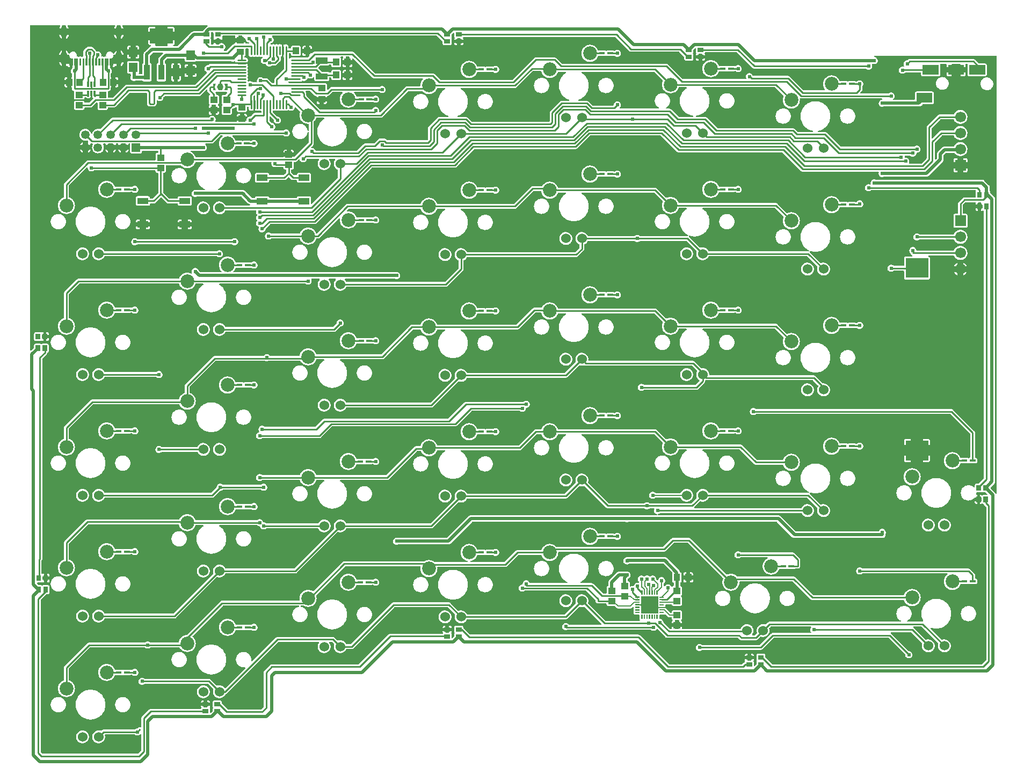
<source format=gbl>
G04 Layer: BottomLayer*
G04 EasyEDA v6.4.20.2, 2021-06-30T10:48:07+02:00*
G04 d10c3ea4707d49af85f46b29c2d7dc23,563db0ff5b334ec4995e7372edb549dc,10*
G04 Gerber Generator version 0.2*
G04 Scale: 100 percent, Rotated: No, Reflected: No *
G04 Dimensions in millimeters *
G04 leading zeros omitted , absolute positions ,4 integer and 5 decimal *
%FSLAX45Y45*%
%MOMM*%

%ADD10C,0.2540*%
%ADD11C,0.5120*%
%ADD12C,0.2300*%
%ADD13C,0.6200*%
%ADD14C,1.7000*%
%ADD16C,1.3500*%
%ADD19C,2.1844*%
%ADD20C,1.5240*%
%ADD21C,1.0000*%
%ADD22C,0.2030*%
%ADD23C,0.5080*%
%ADD24C,0.2700*%
%ADD28R,3.5600X3.1300*%
%ADD35R,0.6650X0.2240*%
%ADD41R,0.9300X0.3600*%

%LPD*%
G36*
X3278682Y16510254D02*
G01*
X3274567Y16511117D01*
X3271164Y16513606D01*
X3269030Y16517213D01*
X3268573Y16521430D01*
X3269843Y16525443D01*
X3272637Y16528592D01*
X3275888Y16530980D01*
X3282543Y16537940D01*
X3287928Y16545864D01*
X3291890Y16554653D01*
X3294278Y16563949D01*
X3295142Y16573500D01*
X3294278Y16583050D01*
X3291890Y16592346D01*
X3287928Y16601135D01*
X3282543Y16609060D01*
X3275888Y16616019D01*
X3268167Y16621709D01*
X3259632Y16626027D01*
X3255416Y16627297D01*
X3252419Y16628821D01*
X3250031Y16631259D01*
X3248609Y16634358D01*
X3206445Y16634358D01*
X3206445Y16625062D01*
X3205530Y16620845D01*
X3202990Y16617391D01*
X3199587Y16614394D01*
X3196437Y16612514D01*
X3192830Y16611854D01*
X3158896Y16611854D01*
X3155035Y16612616D01*
X3151733Y16614851D01*
X3149549Y16618102D01*
X3148736Y16622013D01*
X3148736Y16634358D01*
X3106928Y16634358D01*
X3107029Y16623131D01*
X3106623Y16618915D01*
X3104489Y16615257D01*
X3101086Y16612717D01*
X3096920Y16611854D01*
X3075279Y16611854D01*
X3071114Y16612717D01*
X3067710Y16615257D01*
X3065576Y16618915D01*
X3065272Y16623792D01*
X3065272Y16692626D01*
X3064560Y16698925D01*
X3062681Y16704310D01*
X3060446Y16707815D01*
X3059074Y16711320D01*
X3059074Y16715079D01*
X3060446Y16718635D01*
X3062681Y16722090D01*
X3064560Y16727525D01*
X3065272Y16733774D01*
X3065272Y16791686D01*
X3066034Y16795597D01*
X3068218Y16798848D01*
X3071520Y16801084D01*
X3075432Y16801846D01*
X3096768Y16801846D01*
X3100679Y16801084D01*
X3103981Y16798848D01*
X3106166Y16795597D01*
X3106928Y16791686D01*
X3106928Y16733774D01*
X3107639Y16727525D01*
X3109569Y16722090D01*
X3111754Y16718635D01*
X3113125Y16715079D01*
X3113125Y16711320D01*
X3111754Y16707815D01*
X3109569Y16704310D01*
X3107639Y16698925D01*
X3106928Y16692626D01*
X3106928Y16682059D01*
X3148736Y16682059D01*
X3148736Y16697401D01*
X3149549Y16701262D01*
X3151733Y16704563D01*
X3155035Y16706799D01*
X3158896Y16707561D01*
X3196285Y16707561D01*
X3200196Y16706799D01*
X3203498Y16704563D01*
X3205683Y16701262D01*
X3206445Y16697401D01*
X3206445Y16682059D01*
X3248253Y16682059D01*
X3248253Y16692626D01*
X3247542Y16698925D01*
X3245662Y16704310D01*
X3243478Y16707815D01*
X3242106Y16711320D01*
X3242106Y16715079D01*
X3243478Y16718635D01*
X3245662Y16722090D01*
X3247542Y16727525D01*
X3248253Y16733774D01*
X3248253Y16740886D01*
X3249015Y16744797D01*
X3251250Y16748048D01*
X3254502Y16750284D01*
X3258413Y16751046D01*
X3443020Y16751046D01*
X3446830Y16750334D01*
X3450031Y16748251D01*
X3452266Y16745102D01*
X3453180Y16741343D01*
X3452622Y16737533D01*
X3450640Y16731894D01*
X3449929Y16725646D01*
X3449929Y16707561D01*
X3496767Y16707561D01*
X3496767Y16740886D01*
X3497529Y16744797D01*
X3499713Y16748048D01*
X3503015Y16750284D01*
X3506927Y16751046D01*
X3554272Y16751046D01*
X3558184Y16750284D01*
X3561486Y16748048D01*
X3563670Y16744797D01*
X3564432Y16740886D01*
X3564432Y16707561D01*
X3603701Y16707561D01*
X3607612Y16706748D01*
X3610914Y16704563D01*
X3613099Y16701262D01*
X3613861Y16697401D01*
X3613861Y16695674D01*
X3615486Y16686225D01*
X3618687Y16677182D01*
X3623411Y16668800D01*
X3629406Y16661333D01*
X3636619Y16654983D01*
X3644798Y16649954D01*
X3653739Y16646347D01*
X3661714Y16644670D01*
X3665524Y16642943D01*
X3668369Y16639794D01*
X3669639Y16635780D01*
X3669233Y16631564D01*
X3667099Y16627906D01*
X3663696Y16625417D01*
X3659530Y16624554D01*
X3621430Y16624554D01*
X3617518Y16625316D01*
X3614216Y16627551D01*
X3612032Y16630802D01*
X3611270Y16634713D01*
X3611270Y16644823D01*
X3564432Y16644823D01*
X3564432Y16634713D01*
X3563670Y16630802D01*
X3561486Y16627551D01*
X3558184Y16625316D01*
X3554272Y16624554D01*
X3506927Y16624554D01*
X3503015Y16625316D01*
X3499713Y16627551D01*
X3497529Y16630802D01*
X3496767Y16634713D01*
X3496767Y16644823D01*
X3449929Y16644823D01*
X3449929Y16634510D01*
X3449269Y16630853D01*
X3447338Y16627703D01*
X3444341Y16625468D01*
X3440785Y16624401D01*
X3434232Y16623792D01*
X3427018Y16621607D01*
X3420414Y16618051D01*
X3414217Y16612971D01*
X3314496Y16513251D01*
X3311194Y16511016D01*
X3307283Y16510254D01*
G37*

%LPD*%
G36*
X413816Y5423154D02*
G01*
X409905Y5423916D01*
X406603Y5426151D01*
X384251Y5448503D01*
X382016Y5451805D01*
X381254Y5455716D01*
X381254Y7841183D01*
X382016Y7845094D01*
X384251Y7848396D01*
X473303Y7937449D01*
X476605Y7939684D01*
X480517Y7940446D01*
X495808Y7940446D01*
X502107Y7941157D01*
X507492Y7943037D01*
X512368Y7946085D01*
X516382Y7950149D01*
X519430Y7954975D01*
X521360Y7960410D01*
X522071Y7966659D01*
X522071Y8055508D01*
X521360Y8061807D01*
X519430Y8067192D01*
X516382Y8072069D01*
X512368Y8076133D01*
X507492Y8079181D01*
X502107Y8081060D01*
X495808Y8081772D01*
X426974Y8081772D01*
X420674Y8081060D01*
X415290Y8079181D01*
X411784Y8076946D01*
X408279Y8075574D01*
X404520Y8075574D01*
X400964Y8076946D01*
X397510Y8079181D01*
X392074Y8081060D01*
X385826Y8081772D01*
X357428Y8081772D01*
X353517Y8082534D01*
X350266Y8084718D01*
X328879Y8106105D01*
X326644Y8109407D01*
X325882Y8113268D01*
X326644Y8117179D01*
X328879Y8120481D01*
X332181Y8122666D01*
X336042Y8123428D01*
X385826Y8123428D01*
X392074Y8124139D01*
X397510Y8126069D01*
X400964Y8128253D01*
X404520Y8129625D01*
X408279Y8129625D01*
X411784Y8128253D01*
X415290Y8126069D01*
X420674Y8124139D01*
X426974Y8123428D01*
X437540Y8123428D01*
X437540Y8165236D01*
X422198Y8165236D01*
X418338Y8166049D01*
X415035Y8168233D01*
X412800Y8171535D01*
X412038Y8175396D01*
X412038Y8212785D01*
X412800Y8216696D01*
X415035Y8219998D01*
X418338Y8222183D01*
X422198Y8222945D01*
X437540Y8222945D01*
X437540Y8264753D01*
X426974Y8264753D01*
X420674Y8264042D01*
X415290Y8262162D01*
X411784Y8259978D01*
X408279Y8258606D01*
X404520Y8258606D01*
X400964Y8259978D01*
X398729Y8261400D01*
X396189Y8263686D01*
X394512Y8266633D01*
X393954Y8269986D01*
X393954Y8463838D01*
X394563Y8467242D01*
X396240Y8470290D01*
X400151Y8475014D01*
X403707Y8481618D01*
X405892Y8488832D01*
X406654Y8496808D01*
X406654Y11651183D01*
X407416Y11655094D01*
X409651Y11658396D01*
X475488Y11724233D01*
X480568Y11730431D01*
X484073Y11736984D01*
X486613Y11745671D01*
X487984Y11748566D01*
X490169Y11750903D01*
X494792Y11753037D01*
X499668Y11756085D01*
X503682Y11760149D01*
X506730Y11764975D01*
X508660Y11770410D01*
X509371Y11776659D01*
X509371Y11865508D01*
X508660Y11871807D01*
X506730Y11877192D01*
X503682Y11882069D01*
X499668Y11886133D01*
X494792Y11889181D01*
X489407Y11891060D01*
X483108Y11891772D01*
X414274Y11891772D01*
X407974Y11891060D01*
X402590Y11889181D01*
X399084Y11886946D01*
X395579Y11885574D01*
X391820Y11885574D01*
X388264Y11886946D01*
X384810Y11889181D01*
X379374Y11891060D01*
X373126Y11891772D01*
X304241Y11891772D01*
X297992Y11891060D01*
X292608Y11889181D01*
X287731Y11886133D01*
X283667Y11882069D01*
X280619Y11877192D01*
X278739Y11871807D01*
X278028Y11865508D01*
X278028Y11835536D01*
X277266Y11831624D01*
X275082Y11828322D01*
X233476Y11786768D01*
X230225Y11784584D01*
X226314Y11783822D01*
X222402Y11784584D01*
X219151Y11786768D01*
X216916Y11790070D01*
X216154Y11793982D01*
X216154Y16905986D01*
X216916Y16909897D01*
X219151Y16913148D01*
X222402Y16915384D01*
X226314Y16916146D01*
X683717Y16916146D01*
X687425Y16915434D01*
X690626Y16913453D01*
X692861Y16910405D01*
X693877Y16906748D01*
X693420Y16902988D01*
X691692Y16899636D01*
X686663Y16893387D01*
X681024Y16883583D01*
X676859Y16873067D01*
X674370Y16862094D01*
X717804Y16862094D01*
X717804Y16905986D01*
X718566Y16909897D01*
X720750Y16913148D01*
X724052Y16915384D01*
X727964Y16916146D01*
X770331Y16916146D01*
X774242Y16915384D01*
X777544Y16913148D01*
X779729Y16909897D01*
X780491Y16905986D01*
X780491Y16862094D01*
X823925Y16862094D01*
X821436Y16873067D01*
X817270Y16883583D01*
X811631Y16893387D01*
X806602Y16899636D01*
X804875Y16902988D01*
X804418Y16906748D01*
X805434Y16910405D01*
X807669Y16913453D01*
X810869Y16915434D01*
X814578Y16916146D01*
X1547723Y16916146D01*
X1551432Y16915434D01*
X1554632Y16913453D01*
X1556867Y16910405D01*
X1557883Y16906748D01*
X1557426Y16902988D01*
X1555648Y16899636D01*
X1550670Y16893387D01*
X1545031Y16883583D01*
X1540865Y16873067D01*
X1538376Y16862094D01*
X1581810Y16862094D01*
X1581810Y16905986D01*
X1582572Y16909897D01*
X1584756Y16913148D01*
X1588058Y16915384D01*
X1591970Y16916146D01*
X1634337Y16916146D01*
X1638198Y16915384D01*
X1641500Y16913148D01*
X1643735Y16909897D01*
X1644497Y16905986D01*
X1644497Y16862094D01*
X1687931Y16862094D01*
X1685391Y16873067D01*
X1681276Y16883583D01*
X1675638Y16893387D01*
X1670608Y16899636D01*
X1668830Y16902988D01*
X1668424Y16906748D01*
X1669389Y16910405D01*
X1671624Y16913453D01*
X1674825Y16915434D01*
X1678533Y16916146D01*
X3004820Y16916146D01*
X3009087Y16915231D01*
X3012541Y16912640D01*
X3014573Y16908830D01*
X3014878Y16904512D01*
X3013354Y16900448D01*
X3010255Y16897400D01*
X3005988Y16894708D01*
X3002483Y16892016D01*
X2999028Y16888866D01*
X2958642Y16848480D01*
X2955493Y16845026D01*
X2952800Y16841470D01*
X2950464Y16837812D01*
X2947873Y16832630D01*
X2945536Y16829532D01*
X2942132Y16827550D01*
X2938475Y16826280D01*
X2933649Y16823232D01*
X2929483Y16820134D01*
X2925572Y16819372D01*
X2798521Y16819372D01*
X2793847Y16819168D01*
X2789478Y16818610D01*
X2785110Y16817644D01*
X2780842Y16816273D01*
X2776728Y16814596D01*
X2772816Y16812514D01*
X2769057Y16810126D01*
X2765501Y16807434D01*
X2762046Y16804284D01*
X2547213Y16589451D01*
X2543911Y16587216D01*
X2540050Y16586454D01*
X2480614Y16586454D01*
X2476703Y16587266D01*
X2473350Y16589501D01*
X2471166Y16592854D01*
X2470454Y16596817D01*
X2471369Y16600728D01*
X2473655Y16604030D01*
X2481935Y16609212D01*
X2485999Y16613225D01*
X2489047Y16618102D01*
X2490927Y16623487D01*
X2491638Y16629786D01*
X2491638Y16681348D01*
X2382367Y16681348D01*
X2382367Y16596613D01*
X2381554Y16592702D01*
X2379370Y16589451D01*
X2376068Y16587216D01*
X2372207Y16586454D01*
X2199792Y16586454D01*
X2195931Y16587216D01*
X2192629Y16589451D01*
X2190445Y16592702D01*
X2189632Y16596613D01*
X2189632Y16681348D01*
X2080361Y16681348D01*
X2080361Y16629786D01*
X2081072Y16623487D01*
X2082952Y16618102D01*
X2086000Y16613225D01*
X2090064Y16609212D01*
X2094890Y16606164D01*
X2100326Y16604234D01*
X2106574Y16603522D01*
X2114143Y16603522D01*
X2118055Y16602760D01*
X2121357Y16600525D01*
X2123541Y16597172D01*
X2124303Y16593261D01*
X2123440Y16589349D01*
X2121204Y16586098D01*
X2117852Y16583913D01*
X2111959Y16581628D01*
X2108098Y16579596D01*
X2104339Y16577208D01*
X2100783Y16574516D01*
X2097328Y16571366D01*
X2019909Y16493947D01*
X2016760Y16490492D01*
X2014067Y16486936D01*
X2011680Y16483177D01*
X2009597Y16479266D01*
X2007920Y16475151D01*
X2006549Y16470884D01*
X2005584Y16466515D01*
X2005025Y16462146D01*
X2004822Y16457472D01*
X2004822Y16322598D01*
X2003958Y16318534D01*
X2001570Y16315131D01*
X1998014Y16312997D01*
X1995881Y16312235D01*
X1991055Y16309187D01*
X1986991Y16305174D01*
X1983943Y16300297D01*
X1982063Y16294912D01*
X1981352Y16288613D01*
X1981352Y16152317D01*
X1980590Y16148405D01*
X1978355Y16145154D01*
X1975053Y16142919D01*
X1971192Y16142157D01*
X1936800Y16142157D01*
X1932939Y16142919D01*
X1929638Y16145103D01*
X1927453Y16148304D01*
X1926640Y16152164D01*
X1927352Y16156025D01*
X1932482Y16164204D01*
X1934413Y16169589D01*
X1935124Y16175888D01*
X1935124Y16324732D01*
X1934413Y16330980D01*
X1932482Y16336416D01*
X1929434Y16341242D01*
X1925421Y16345306D01*
X1920544Y16348354D01*
X1915160Y16350234D01*
X1908860Y16350945D01*
X1774139Y16350945D01*
X1767839Y16350234D01*
X1762455Y16348354D01*
X1757578Y16345306D01*
X1753565Y16341242D01*
X1750517Y16336416D01*
X1748586Y16330980D01*
X1747926Y16324732D01*
X1747926Y16175888D01*
X1748586Y16169589D01*
X1750517Y16164204D01*
X1753565Y16159327D01*
X1757578Y16155314D01*
X1762455Y16152266D01*
X1767839Y16150336D01*
X1774139Y16149675D01*
X1792782Y16149675D01*
X1796694Y16148862D01*
X1799945Y16146678D01*
X1802180Y16143376D01*
X1802942Y16139515D01*
X1802942Y16116909D01*
X1802384Y16113556D01*
X1799386Y16105174D01*
X1797761Y16095726D01*
X1797761Y16086074D01*
X1799386Y16076625D01*
X1802587Y16067582D01*
X1807311Y16059200D01*
X1813306Y16051733D01*
X1820519Y16045383D01*
X1828698Y16040354D01*
X1837639Y16036747D01*
X1846986Y16034715D01*
X1856587Y16034308D01*
X1866138Y16035528D01*
X1877923Y16039388D01*
X1880260Y16039642D01*
X1982368Y16039642D01*
X1986280Y16038880D01*
X1989582Y16036645D01*
X1991055Y16035172D01*
X1995881Y16032124D01*
X2001316Y16030244D01*
X2007565Y16029533D01*
X2104440Y16029533D01*
X2110689Y16030244D01*
X2116124Y16032124D01*
X2120950Y16035172D01*
X2125014Y16039236D01*
X2128062Y16044113D01*
X2129942Y16049498D01*
X2130653Y16055746D01*
X2130653Y16288613D01*
X2129942Y16294912D01*
X2128062Y16300297D01*
X2125014Y16305174D01*
X2120950Y16309187D01*
X2116124Y16312235D01*
X2113737Y16313099D01*
X2110181Y16315232D01*
X2107793Y16318636D01*
X2106930Y16322649D01*
X2106930Y16432326D01*
X2107692Y16436187D01*
X2109927Y16439489D01*
X2151786Y16481348D01*
X2155088Y16483584D01*
X2158949Y16484346D01*
X2303018Y16484346D01*
X2306929Y16483584D01*
X2310231Y16481348D01*
X2312416Y16478097D01*
X2313178Y16474186D01*
X2312416Y16470274D01*
X2310231Y16467023D01*
X2249932Y16406723D01*
X2246731Y16403218D01*
X2244039Y16399713D01*
X2241600Y16395903D01*
X2239568Y16391940D01*
X2237841Y16387826D01*
X2236520Y16383558D01*
X2235555Y16379190D01*
X2234946Y16374770D01*
X2234742Y16370096D01*
X2234742Y16322548D01*
X2233879Y16318484D01*
X2231491Y16315131D01*
X2227935Y16312946D01*
X2225903Y16312235D01*
X2221026Y16309187D01*
X2217013Y16305174D01*
X2213965Y16300297D01*
X2212035Y16294912D01*
X2211324Y16288613D01*
X2211324Y16055746D01*
X2212035Y16049498D01*
X2213965Y16044113D01*
X2217013Y16039236D01*
X2221026Y16035172D01*
X2225903Y16032124D01*
X2231288Y16030244D01*
X2237587Y16029533D01*
X2334412Y16029533D01*
X2340711Y16030244D01*
X2346096Y16032124D01*
X2350973Y16035172D01*
X2354986Y16039236D01*
X2358034Y16044113D01*
X2359964Y16049498D01*
X2360676Y16055746D01*
X2360676Y16288613D01*
X2359964Y16294912D01*
X2358034Y16300297D01*
X2354986Y16305174D01*
X2350973Y16309187D01*
X2346096Y16312235D01*
X2344064Y16312946D01*
X2340508Y16315131D01*
X2338120Y16318484D01*
X2337257Y16322548D01*
X2337257Y16344849D01*
X2338019Y16348760D01*
X2340254Y16352062D01*
X2373426Y16385235D01*
X2376728Y16387470D01*
X2380640Y16388232D01*
X2639466Y16388232D01*
X2643327Y16387470D01*
X2646629Y16385235D01*
X2648813Y16381984D01*
X2649575Y16378072D01*
X2649575Y16365067D01*
X2650286Y16358819D01*
X2652217Y16353383D01*
X2655265Y16348557D01*
X2659278Y16344493D01*
X2664155Y16341445D01*
X2669540Y16339566D01*
X2675839Y16338854D01*
X2810560Y16338854D01*
X2816860Y16339566D01*
X2822244Y16341445D01*
X2826867Y16344341D01*
X2830728Y16345763D01*
X2840329Y16344646D01*
X2845003Y16344442D01*
X3390595Y16344442D01*
X3394354Y16343731D01*
X3399739Y16341547D01*
X3409086Y16339515D01*
X3418687Y16339108D01*
X3428237Y16340328D01*
X3442208Y16344747D01*
X3446119Y16344290D01*
X3449574Y16342410D01*
X3452012Y16339312D01*
X3453129Y16335552D01*
X3452723Y16331641D01*
X3451910Y16328999D01*
X3474770Y16328999D01*
X3477717Y16328542D01*
X3480968Y16327577D01*
X3489096Y16326764D01*
X3611118Y16326764D01*
X3619246Y16327577D01*
X3622497Y16328542D01*
X3625443Y16328999D01*
X3648303Y16328999D01*
X3647744Y16330828D01*
X3644950Y16336111D01*
X3643884Y16339261D01*
X3643884Y16342563D01*
X3644950Y16345712D01*
X3647744Y16350945D01*
X3649979Y16358260D01*
X3650742Y16365931D01*
X3649979Y16373551D01*
X3647744Y16380866D01*
X3644137Y16387622D01*
X3639261Y16393566D01*
X3633317Y16398443D01*
X3626561Y16402050D01*
X3619246Y16404285D01*
X3611118Y16405047D01*
X3603193Y16405047D01*
X3598976Y16406012D01*
X3595522Y16408603D01*
X3593439Y16412413D01*
X3593134Y16416731D01*
X3594709Y16420795D01*
X3597808Y16423843D01*
X3601567Y16426180D01*
X3605631Y16430244D01*
X3608679Y16435069D01*
X3610559Y16440505D01*
X3611270Y16446754D01*
X3611270Y16537686D01*
X3612032Y16541597D01*
X3614216Y16544848D01*
X3617518Y16547084D01*
X3621430Y16547846D01*
X3650792Y16547846D01*
X3654653Y16547084D01*
X3657955Y16544848D01*
X3660140Y16541597D01*
X3660952Y16537686D01*
X3660952Y16454882D01*
X3661714Y16446754D01*
X3663950Y16439438D01*
X3667556Y16432682D01*
X3672433Y16426738D01*
X3678377Y16421862D01*
X3685133Y16418255D01*
X3692448Y16416019D01*
X3700068Y16415308D01*
X3707739Y16416019D01*
X3715054Y16418255D01*
X3720287Y16421049D01*
X3723436Y16422116D01*
X3726738Y16422116D01*
X3729888Y16421049D01*
X3735120Y16418255D01*
X3742486Y16416019D01*
X3750106Y16415257D01*
X3757726Y16416019D01*
X3765042Y16418255D01*
X3770325Y16421049D01*
X3773474Y16422116D01*
X3776776Y16422116D01*
X3779875Y16421049D01*
X3785108Y16418255D01*
X3792474Y16416019D01*
X3800094Y16415308D01*
X3807714Y16416019D01*
X3815029Y16418255D01*
X3820312Y16421049D01*
X3823411Y16422116D01*
X3826713Y16422116D01*
X3829862Y16421049D01*
X3835146Y16418255D01*
X3842461Y16416019D01*
X3850081Y16415257D01*
X3857701Y16416019D01*
X3866134Y16418610D01*
X3870045Y16419017D01*
X3873804Y16417950D01*
X3876903Y16415512D01*
X3878783Y16412057D01*
X3879291Y16408196D01*
X3878224Y16404386D01*
X3875836Y16401288D01*
X3870706Y16396766D01*
X3864711Y16389299D01*
X3859987Y16380917D01*
X3856786Y16371874D01*
X3855161Y16362426D01*
X3855161Y16352774D01*
X3856786Y16343325D01*
X3859987Y16334282D01*
X3864711Y16325900D01*
X3870706Y16318433D01*
X3877919Y16312083D01*
X3886098Y16307054D01*
X3895039Y16303447D01*
X3904386Y16301415D01*
X3913987Y16301008D01*
X3924401Y16302380D01*
X3929329Y16301821D01*
X3933088Y16300043D01*
X3935780Y16296944D01*
X3940911Y16287800D01*
X3946906Y16280333D01*
X3954119Y16273983D01*
X3962298Y16268954D01*
X3971239Y16265347D01*
X3980586Y16263315D01*
X3990187Y16262908D01*
X3999737Y16264128D01*
X4008932Y16266972D01*
X4017467Y16271290D01*
X4029506Y16280333D01*
X4033520Y16281146D01*
X4076192Y16281146D01*
X4084167Y16281907D01*
X4091381Y16284092D01*
X4097985Y16287648D01*
X4104182Y16292728D01*
X4154271Y16342817D01*
X4159351Y16349014D01*
X4162907Y16355618D01*
X4165092Y16362832D01*
X4165854Y16370807D01*
X4165854Y16407892D01*
X4165549Y16410787D01*
X4166057Y16415105D01*
X4168343Y16418864D01*
X4172000Y16421252D01*
X4176268Y16421963D01*
X4180484Y16420744D01*
X4185107Y16418255D01*
X4186986Y16417696D01*
X4186986Y16440404D01*
X4187444Y16443350D01*
X4188460Y16446754D01*
X4189272Y16454882D01*
X4189272Y16576903D01*
X4188460Y16585031D01*
X4187444Y16588384D01*
X4186986Y16591381D01*
X4186986Y16614089D01*
X4185107Y16613530D01*
X4179874Y16610736D01*
X4176725Y16609669D01*
X4173423Y16609669D01*
X4170273Y16610736D01*
X4165041Y16613530D01*
X4157726Y16615765D01*
X4150106Y16616476D01*
X4142486Y16615765D01*
X4135120Y16613530D01*
X4129887Y16610736D01*
X4126737Y16609669D01*
X4123436Y16609669D01*
X4120337Y16610736D01*
X4115054Y16613530D01*
X4107738Y16615765D01*
X4100068Y16616527D01*
X4092448Y16615765D01*
X4085132Y16613530D01*
X4079849Y16610736D01*
X4076750Y16609669D01*
X4073448Y16609669D01*
X4070299Y16610736D01*
X4065066Y16613530D01*
X4057751Y16615765D01*
X4050080Y16616476D01*
X4042460Y16615765D01*
X4035145Y16613530D01*
X4029913Y16610736D01*
X4026763Y16609669D01*
X4023461Y16609669D01*
X4020312Y16610736D01*
X4010863Y16615765D01*
X4008272Y16619169D01*
X4007358Y16623385D01*
X4008272Y16627551D01*
X4010812Y16631005D01*
X4014571Y16633088D01*
X4021632Y16635272D01*
X4030167Y16639590D01*
X4037888Y16645280D01*
X4044543Y16652240D01*
X4049928Y16660164D01*
X4053890Y16668953D01*
X4056278Y16678249D01*
X4057142Y16687800D01*
X4056278Y16697350D01*
X4053890Y16706646D01*
X4049928Y16715435D01*
X4044543Y16723360D01*
X4037888Y16730319D01*
X4034637Y16732707D01*
X4031843Y16735856D01*
X4030573Y16739869D01*
X4031030Y16744086D01*
X4033164Y16747693D01*
X4036568Y16750182D01*
X4040682Y16751046D01*
X6621983Y16751046D01*
X6625894Y16750284D01*
X6629196Y16748048D01*
X6718249Y16658996D01*
X6720484Y16655694D01*
X6721246Y16651782D01*
X6721246Y16623792D01*
X6721957Y16617492D01*
X6723837Y16612107D01*
X6726885Y16607231D01*
X6730949Y16603218D01*
X6735775Y16600169D01*
X6741210Y16598239D01*
X6747459Y16597528D01*
X6836308Y16597528D01*
X6842607Y16598239D01*
X6847992Y16600169D01*
X6852869Y16603218D01*
X6856933Y16607231D01*
X6859981Y16612107D01*
X6861860Y16617492D01*
X6862572Y16623792D01*
X6862572Y16692626D01*
X6861860Y16698925D01*
X6859981Y16704310D01*
X6857746Y16707815D01*
X6856374Y16711320D01*
X6856374Y16715079D01*
X6857746Y16718635D01*
X6859981Y16722090D01*
X6861860Y16727525D01*
X6862572Y16733774D01*
X6862572Y16762526D01*
X6863334Y16766387D01*
X6865518Y16769689D01*
X6886905Y16791076D01*
X6890207Y16793260D01*
X6894068Y16794022D01*
X6897979Y16793260D01*
X6901281Y16791076D01*
X6903466Y16787774D01*
X6904228Y16783862D01*
X6904228Y16733774D01*
X6904939Y16727525D01*
X6906869Y16722090D01*
X6909053Y16718635D01*
X6910425Y16715079D01*
X6910425Y16711320D01*
X6909053Y16707815D01*
X6906869Y16704310D01*
X6904939Y16698925D01*
X6904228Y16692626D01*
X6904228Y16682059D01*
X6946036Y16682059D01*
X6946036Y16697401D01*
X6946849Y16701262D01*
X6949033Y16704563D01*
X6952335Y16706799D01*
X6956196Y16707561D01*
X6993585Y16707561D01*
X6997496Y16706799D01*
X7000798Y16704563D01*
X7002983Y16701262D01*
X7003745Y16697401D01*
X7003745Y16682059D01*
X7045553Y16682059D01*
X7045553Y16692626D01*
X7044842Y16698925D01*
X7042962Y16704310D01*
X7040778Y16707815D01*
X7039406Y16711320D01*
X7039406Y16715079D01*
X7040778Y16718635D01*
X7045452Y16726712D01*
X7048855Y16729100D01*
X7052919Y16729963D01*
X9437065Y16729963D01*
X9440976Y16729201D01*
X9444278Y16726966D01*
X9662617Y16508628D01*
X9668814Y16503548D01*
X9675418Y16499992D01*
X9682632Y16497807D01*
X9690608Y16497046D01*
X10444683Y16497046D01*
X10448594Y16496284D01*
X10451896Y16494048D01*
X10528249Y16417696D01*
X10530484Y16414394D01*
X10531246Y16410482D01*
X10531246Y16382492D01*
X10531957Y16376192D01*
X10533837Y16370807D01*
X10536885Y16365931D01*
X10540949Y16361918D01*
X10545775Y16358869D01*
X10551210Y16356939D01*
X10557459Y16356228D01*
X10646308Y16356228D01*
X10652607Y16356939D01*
X10657992Y16358869D01*
X10662869Y16361918D01*
X10666933Y16365931D01*
X10669981Y16370807D01*
X10671860Y16376192D01*
X10672572Y16382492D01*
X10672572Y16451326D01*
X10671860Y16457625D01*
X10669981Y16463010D01*
X10667746Y16466515D01*
X10666374Y16470020D01*
X10666374Y16473779D01*
X10667746Y16477335D01*
X10669981Y16480790D01*
X10671860Y16486225D01*
X10672572Y16492474D01*
X10672572Y16521226D01*
X10673334Y16525087D01*
X10675518Y16528389D01*
X10696905Y16549776D01*
X10700207Y16551960D01*
X10704068Y16552722D01*
X10707979Y16551960D01*
X10711281Y16549776D01*
X10713466Y16546474D01*
X10714228Y16542562D01*
X10714228Y16492474D01*
X10714939Y16486225D01*
X10716869Y16480790D01*
X10719054Y16477335D01*
X10720425Y16473779D01*
X10720425Y16470020D01*
X10719054Y16466515D01*
X10716869Y16463010D01*
X10714939Y16457625D01*
X10714228Y16451326D01*
X10714228Y16440759D01*
X10756036Y16440759D01*
X10756036Y16456101D01*
X10756849Y16459962D01*
X10759033Y16463263D01*
X10762335Y16465499D01*
X10766196Y16466261D01*
X10803585Y16466261D01*
X10807496Y16465499D01*
X10810798Y16463263D01*
X10812983Y16459962D01*
X10813745Y16456101D01*
X10813745Y16440759D01*
X10855553Y16440759D01*
X10855553Y16451326D01*
X10854842Y16457625D01*
X10852962Y16463010D01*
X10850778Y16466515D01*
X10849406Y16470020D01*
X10849406Y16473779D01*
X10850778Y16477335D01*
X10855452Y16485412D01*
X10858855Y16487800D01*
X10862919Y16488663D01*
X11354765Y16488663D01*
X11358676Y16487901D01*
X11361978Y16485666D01*
X11605717Y16241928D01*
X11611914Y16236848D01*
X11618518Y16233292D01*
X11625732Y16231107D01*
X11633708Y16230346D01*
X13390930Y16230346D01*
X13394537Y16229685D01*
X13397687Y16227806D01*
X13402919Y16223183D01*
X13411098Y16218154D01*
X13420039Y16214547D01*
X13429386Y16212515D01*
X13438987Y16212108D01*
X13448538Y16213328D01*
X13457732Y16216172D01*
X13466267Y16220490D01*
X13473988Y16226180D01*
X13480643Y16233140D01*
X13486028Y16241064D01*
X13489990Y16249853D01*
X13492378Y16259149D01*
X13493242Y16268700D01*
X13492378Y16278250D01*
X13489990Y16287546D01*
X13487907Y16292220D01*
X13486993Y16296132D01*
X13487704Y16300094D01*
X13489889Y16303498D01*
X13493191Y16305733D01*
X13497153Y16306546D01*
X13499287Y16306546D01*
X13503097Y16305834D01*
X13508939Y16303447D01*
X13518286Y16301415D01*
X13527887Y16301008D01*
X13537438Y16302228D01*
X13546632Y16305072D01*
X13555167Y16309390D01*
X13562888Y16315080D01*
X13569543Y16322040D01*
X13574928Y16329964D01*
X13578890Y16338753D01*
X13581278Y16348049D01*
X13582142Y16357600D01*
X13581278Y16367150D01*
X13578890Y16376446D01*
X13574928Y16385235D01*
X13569543Y16393160D01*
X13562888Y16400119D01*
X13555167Y16405809D01*
X13546632Y16410127D01*
X13537438Y16412972D01*
X13534593Y16413327D01*
X13530529Y16414750D01*
X13527430Y16417798D01*
X13525855Y16421862D01*
X13526109Y16426180D01*
X13528192Y16429990D01*
X13531646Y16432631D01*
X13535913Y16433546D01*
X15445486Y16433546D01*
X15449397Y16432784D01*
X15452648Y16430548D01*
X15454884Y16427297D01*
X15455646Y16423386D01*
X15455646Y9536887D01*
X15454731Y9532620D01*
X15452140Y9529165D01*
X15448330Y9527133D01*
X15444012Y9526828D01*
X15439948Y9528352D01*
X15436900Y9531451D01*
X15434208Y9535718D01*
X15431516Y9539224D01*
X15428366Y9542678D01*
X15361716Y9609328D01*
X15359481Y9612579D01*
X15358719Y9616490D01*
X15359481Y9620402D01*
X15361716Y9623653D01*
X15415666Y9677603D01*
X15418816Y9681057D01*
X15421508Y9684613D01*
X15423896Y9688372D01*
X15425978Y9692284D01*
X15427655Y9696399D01*
X15429026Y9700666D01*
X15429992Y9705035D01*
X15430550Y9709404D01*
X15430754Y9714077D01*
X15430754Y10183114D01*
X15430957Y10185857D01*
X15430957Y14172996D01*
X15430754Y14177670D01*
X15430144Y14182090D01*
X15429179Y14186458D01*
X15427858Y14190726D01*
X15426131Y14194840D01*
X15424099Y14198803D01*
X15421660Y14202613D01*
X15418968Y14206118D01*
X15415768Y14209623D01*
X15358618Y14266722D01*
X15356433Y14270024D01*
X15355671Y14273936D01*
X15355671Y14283740D01*
X15354960Y14289989D01*
X15353080Y14295424D01*
X15350032Y14300250D01*
X15346934Y14304416D01*
X15346172Y14308277D01*
X15346172Y14359178D01*
X15345968Y14363852D01*
X15345410Y14368221D01*
X15344444Y14372590D01*
X15343073Y14376857D01*
X15341396Y14380972D01*
X15339313Y14384883D01*
X15336926Y14388642D01*
X15334234Y14392198D01*
X15331084Y14395653D01*
X15263571Y14463166D01*
X15260116Y14466316D01*
X15256560Y14469008D01*
X15252801Y14471396D01*
X15248890Y14473478D01*
X15244775Y14475155D01*
X15240507Y14476526D01*
X15236139Y14477492D01*
X15231770Y14478050D01*
X15227096Y14478254D01*
X13551966Y14478254D01*
X13549630Y14478507D01*
X13546632Y14479727D01*
X13537438Y14482572D01*
X13527887Y14483791D01*
X13518286Y14483334D01*
X13508939Y14481352D01*
X13499998Y14477746D01*
X13491819Y14472716D01*
X13484606Y14466366D01*
X13478611Y14458899D01*
X13473887Y14450517D01*
X13470686Y14441474D01*
X13469061Y14432026D01*
X13469061Y14422374D01*
X13470331Y14415058D01*
X13470178Y14410944D01*
X13468451Y14407235D01*
X13465352Y14404543D01*
X13461441Y14403273D01*
X13457377Y14403628D01*
X13448538Y14406372D01*
X13438987Y14407591D01*
X13429386Y14407134D01*
X13420039Y14405152D01*
X13411098Y14401546D01*
X13402919Y14396516D01*
X13395706Y14390166D01*
X13389711Y14382699D01*
X13384987Y14374317D01*
X13381786Y14365274D01*
X13380161Y14355826D01*
X13380161Y14346174D01*
X13381786Y14336725D01*
X13384987Y14327682D01*
X13389711Y14319300D01*
X13395706Y14311833D01*
X13402919Y14305483D01*
X13411098Y14300454D01*
X13420039Y14296847D01*
X13429386Y14294815D01*
X13438987Y14294408D01*
X13448538Y14295628D01*
X13457732Y14298472D01*
X13466267Y14302790D01*
X13478306Y14311833D01*
X13482319Y14312646D01*
X15119400Y14312646D01*
X15123617Y14311731D01*
X15127071Y14309191D01*
X15129154Y14305432D01*
X15129459Y14301114D01*
X15127986Y14297101D01*
X15126969Y14295424D01*
X15125039Y14289989D01*
X15124328Y14283740D01*
X15124328Y14209013D01*
X15123566Y14205102D01*
X15121382Y14201851D01*
X15118080Y14199616D01*
X15114168Y14198854D01*
X14948407Y14198854D01*
X14940432Y14198092D01*
X14933218Y14195907D01*
X14926614Y14192351D01*
X14920417Y14187271D01*
X14857628Y14124482D01*
X14852548Y14118285D01*
X14848992Y14111681D01*
X14846807Y14104467D01*
X14846046Y14096492D01*
X14846046Y13951102D01*
X14845284Y13947241D01*
X14843048Y13943939D01*
X14839797Y13941704D01*
X14835886Y13940942D01*
X14799970Y13940942D01*
X14793722Y13940231D01*
X14788286Y13938351D01*
X14783460Y13935303D01*
X14779396Y13931239D01*
X14776348Y13926413D01*
X14774468Y13920978D01*
X14773757Y13914729D01*
X14773757Y13745870D01*
X14774468Y13739622D01*
X14776348Y13734186D01*
X14779396Y13729360D01*
X14783460Y13725296D01*
X14788286Y13722248D01*
X14793722Y13720368D01*
X14799970Y13719657D01*
X14968829Y13719657D01*
X14975078Y13720368D01*
X14980513Y13722248D01*
X14985339Y13725296D01*
X14989403Y13729360D01*
X14992451Y13734186D01*
X14994331Y13739622D01*
X14995042Y13745870D01*
X14995042Y13914729D01*
X14994331Y13920978D01*
X14992451Y13926413D01*
X14989403Y13931239D01*
X14985339Y13935303D01*
X14980513Y13938351D01*
X14975078Y13940231D01*
X14968829Y13940942D01*
X14932913Y13940942D01*
X14929002Y13941704D01*
X14925751Y13943939D01*
X14923516Y13947241D01*
X14922754Y13951102D01*
X14922754Y14076883D01*
X14923516Y14080794D01*
X14925751Y14084096D01*
X14960803Y14119148D01*
X14964105Y14121384D01*
X14968016Y14122146D01*
X15116048Y14122146D01*
X15119807Y14121434D01*
X15123058Y14119351D01*
X15125293Y14116202D01*
X15126207Y14112443D01*
X15125039Y14107007D01*
X15124328Y14100708D01*
X15124328Y14085163D01*
X15161158Y14085163D01*
X15161158Y14111986D01*
X15161920Y14115897D01*
X15164155Y14119148D01*
X15167406Y14121384D01*
X15171318Y14122146D01*
X15198699Y14122146D01*
X15202560Y14121384D01*
X15205862Y14119148D01*
X15208097Y14115897D01*
X15208859Y14111986D01*
X15208859Y14085163D01*
X15224201Y14085163D01*
X15228062Y14084350D01*
X15231363Y14082166D01*
X15233599Y14078864D01*
X15234361Y14075003D01*
X15234361Y14037614D01*
X15233599Y14033703D01*
X15231363Y14030401D01*
X15228062Y14028216D01*
X15224201Y14027454D01*
X15208859Y14027454D01*
X15208859Y13985646D01*
X15219426Y13985646D01*
X15225725Y13986357D01*
X15231110Y13988237D01*
X15234615Y13990421D01*
X15238120Y13991793D01*
X15241879Y13991793D01*
X15245435Y13990421D01*
X15247670Y13988999D01*
X15250210Y13986713D01*
X15251887Y13983766D01*
X15252446Y13980413D01*
X15252446Y9773716D01*
X15251684Y9769805D01*
X15249448Y9766503D01*
X15173096Y9690150D01*
X15169794Y9687915D01*
X15165882Y9687153D01*
X15137892Y9687153D01*
X15131592Y9686442D01*
X15126207Y9684562D01*
X15121331Y9681514D01*
X15117318Y9677450D01*
X15114269Y9672624D01*
X15112339Y9667189D01*
X15111628Y9660940D01*
X15111628Y9632543D01*
X15110866Y9628682D01*
X15108732Y9625431D01*
X15105430Y9623196D01*
X15101620Y9622383D01*
X15097709Y9623145D01*
X15094407Y9625279D01*
X15090038Y9629495D01*
X15078151Y9638487D01*
X15065298Y9645904D01*
X15051582Y9651695D01*
X15037257Y9655810D01*
X15022576Y9658045D01*
X15007691Y9658502D01*
X14992857Y9657130D01*
X14978329Y9653981D01*
X14964257Y9649002D01*
X14950948Y9642398D01*
X14938552Y9634169D01*
X14927224Y9624466D01*
X14917216Y9613493D01*
X14908631Y9601352D01*
X14901570Y9588246D01*
X14896185Y9574326D01*
X14892578Y9559899D01*
X14890750Y9545116D01*
X14890750Y9530283D01*
X14892578Y9515500D01*
X14896185Y9501073D01*
X14901570Y9487154D01*
X14908631Y9474047D01*
X14917216Y9461906D01*
X14927224Y9450933D01*
X14938552Y9441230D01*
X14950948Y9433001D01*
X14964257Y9426397D01*
X14978329Y9421418D01*
X14992857Y9418269D01*
X15007691Y9416897D01*
X15022576Y9417354D01*
X15037257Y9419590D01*
X15051582Y9423704D01*
X15065298Y9429496D01*
X15078151Y9436912D01*
X15090038Y9445904D01*
X15100757Y9456267D01*
X15102586Y9458553D01*
X15106091Y9461347D01*
X15110510Y9462363D01*
X15148458Y9462363D01*
X15148458Y9504172D01*
X15140127Y9504172D01*
X15135809Y9505137D01*
X15132304Y9507829D01*
X15130272Y9511741D01*
X15130119Y9516160D01*
X15131389Y9522866D01*
X15132202Y9536328D01*
X15133167Y9539986D01*
X15135402Y9543084D01*
X15138603Y9545116D01*
X15142362Y9545828D01*
X15206726Y9545828D01*
X15213025Y9546539D01*
X15218410Y9548418D01*
X15221915Y9550654D01*
X15225420Y9552025D01*
X15229179Y9552025D01*
X15232735Y9550654D01*
X15236190Y9548418D01*
X15241625Y9546539D01*
X15247874Y9545828D01*
X15276576Y9545828D01*
X15280436Y9545066D01*
X15283738Y9542881D01*
X15305125Y9521494D01*
X15307310Y9518192D01*
X15308072Y9514332D01*
X15307310Y9510420D01*
X15305125Y9507118D01*
X15301823Y9504934D01*
X15297912Y9504172D01*
X15247874Y9504172D01*
X15241625Y9503460D01*
X15236190Y9501530D01*
X15232735Y9499346D01*
X15229179Y9497974D01*
X15225420Y9497974D01*
X15221915Y9499346D01*
X15218410Y9501530D01*
X15213025Y9503460D01*
X15206726Y9504172D01*
X15196159Y9504172D01*
X15196159Y9462363D01*
X15211501Y9462363D01*
X15215362Y9461550D01*
X15218663Y9459366D01*
X15220899Y9456064D01*
X15221661Y9452203D01*
X15221661Y9414814D01*
X15220899Y9410903D01*
X15218663Y9407601D01*
X15215362Y9405416D01*
X15211501Y9404654D01*
X15196159Y9404654D01*
X15196159Y9362846D01*
X15206726Y9362846D01*
X15213025Y9363557D01*
X15218410Y9365437D01*
X15221915Y9367621D01*
X15225420Y9368993D01*
X15229179Y9368993D01*
X15232735Y9367621D01*
X15236190Y9365437D01*
X15241625Y9363557D01*
X15243911Y9363303D01*
X15247619Y9362135D01*
X15250617Y9359646D01*
X15255646Y9353499D01*
X15287548Y9321596D01*
X15289784Y9318294D01*
X15290546Y9314383D01*
X15290546Y6903516D01*
X15289784Y6899605D01*
X15287548Y6896303D01*
X15227096Y6835851D01*
X15223794Y6833616D01*
X15219883Y6832853D01*
X11920016Y6832853D01*
X11916105Y6833616D01*
X11912803Y6835851D01*
X11811050Y6937603D01*
X11808815Y6940905D01*
X11808053Y6944817D01*
X11808053Y6972808D01*
X11807342Y6979107D01*
X11805462Y6984492D01*
X11802414Y6989368D01*
X11798350Y6993381D01*
X11793524Y6996430D01*
X11788089Y6998360D01*
X11781840Y6999071D01*
X11692991Y6999071D01*
X11686692Y6998360D01*
X11681307Y6996430D01*
X11676430Y6993381D01*
X11672366Y6989368D01*
X11669318Y6984492D01*
X11667439Y6979107D01*
X11666728Y6972808D01*
X11666728Y6903974D01*
X11667439Y6897674D01*
X11669318Y6892290D01*
X11671554Y6888784D01*
X11672925Y6885279D01*
X11672925Y6881520D01*
X11671554Y6877964D01*
X11669318Y6874509D01*
X11667439Y6869074D01*
X11666728Y6862825D01*
X11666728Y6834378D01*
X11665966Y6830466D01*
X11663781Y6827215D01*
X11642394Y6805828D01*
X11639092Y6803644D01*
X11635232Y6802831D01*
X11631320Y6803644D01*
X11628018Y6805828D01*
X11625834Y6809130D01*
X11625072Y6812991D01*
X11625072Y6862825D01*
X11624360Y6869074D01*
X11622430Y6874509D01*
X11620246Y6877964D01*
X11618874Y6881520D01*
X11618874Y6885279D01*
X11620246Y6888784D01*
X11622430Y6892290D01*
X11624360Y6897674D01*
X11625072Y6903974D01*
X11625072Y6914540D01*
X11583263Y6914540D01*
X11583263Y6899198D01*
X11582450Y6895338D01*
X11580266Y6892036D01*
X11576964Y6889800D01*
X11573103Y6889038D01*
X11535714Y6889038D01*
X11531803Y6889800D01*
X11528501Y6892036D01*
X11526316Y6895338D01*
X11525554Y6899198D01*
X11525554Y6914540D01*
X11483746Y6914540D01*
X11483746Y6903974D01*
X11484457Y6897674D01*
X11486337Y6892290D01*
X11488521Y6888784D01*
X11489893Y6885279D01*
X11489893Y6881520D01*
X11488521Y6877964D01*
X11486337Y6874509D01*
X11485219Y6871258D01*
X11483695Y6868464D01*
X11481409Y6866280D01*
X11478564Y6864908D01*
X11474500Y6863689D01*
X11467896Y6860133D01*
X11461699Y6855053D01*
X11442496Y6835851D01*
X11439194Y6833616D01*
X11435283Y6832853D01*
X10294416Y6832853D01*
X10290505Y6833616D01*
X10287203Y6835851D01*
X9831882Y7291171D01*
X9825685Y7296251D01*
X9819081Y7299807D01*
X9811867Y7301992D01*
X9803892Y7302753D01*
X7157516Y7302753D01*
X7153605Y7303516D01*
X7150303Y7305751D01*
X7048550Y7407503D01*
X7046315Y7410805D01*
X7045553Y7414717D01*
X7045553Y7417308D01*
X7044842Y7423607D01*
X7042962Y7428992D01*
X7039914Y7433868D01*
X7035850Y7437881D01*
X7031024Y7440930D01*
X7025589Y7442860D01*
X7019340Y7443571D01*
X6930491Y7443571D01*
X6924192Y7442860D01*
X6918807Y7440930D01*
X6913930Y7437881D01*
X6909866Y7433868D01*
X6906818Y7428992D01*
X6904939Y7423607D01*
X6904228Y7417308D01*
X6904228Y7348474D01*
X6904939Y7342174D01*
X6906818Y7336790D01*
X6909053Y7333284D01*
X6910425Y7329779D01*
X6910425Y7326020D01*
X6909053Y7322464D01*
X6906818Y7319009D01*
X6904939Y7313574D01*
X6904228Y7307325D01*
X6904228Y7278878D01*
X6903466Y7274966D01*
X6901281Y7271715D01*
X6879894Y7250328D01*
X6876592Y7248144D01*
X6872731Y7247331D01*
X6868820Y7248144D01*
X6865518Y7250328D01*
X6863334Y7253630D01*
X6862572Y7257491D01*
X6862572Y7307325D01*
X6861860Y7313574D01*
X6859930Y7319009D01*
X6857746Y7322464D01*
X6856374Y7326020D01*
X6856374Y7329779D01*
X6857746Y7333284D01*
X6859930Y7336790D01*
X6861860Y7342174D01*
X6862572Y7348474D01*
X6862572Y7359040D01*
X6820763Y7359040D01*
X6820763Y7343698D01*
X6819950Y7339838D01*
X6817766Y7336536D01*
X6814464Y7334300D01*
X6810603Y7333538D01*
X6773214Y7333538D01*
X6769303Y7334300D01*
X6766001Y7336536D01*
X6763816Y7339838D01*
X6763054Y7343698D01*
X6763054Y7359040D01*
X6721246Y7359040D01*
X6721246Y7348474D01*
X6721957Y7342174D01*
X6723837Y7336790D01*
X6726021Y7333284D01*
X6727393Y7329779D01*
X6727393Y7326020D01*
X6726021Y7322464D01*
X6724599Y7320229D01*
X6722313Y7317689D01*
X6719366Y7316012D01*
X6716014Y7315453D01*
X5893308Y7315453D01*
X5885332Y7314692D01*
X5878118Y7312507D01*
X5871514Y7308951D01*
X5865317Y7303871D01*
X5397296Y6835851D01*
X5393994Y6833616D01*
X5390083Y6832853D01*
X4026408Y6832853D01*
X4018432Y6832092D01*
X4011218Y6829907D01*
X4004614Y6826351D01*
X3998417Y6821271D01*
X3910228Y6733082D01*
X3905148Y6726885D01*
X3901592Y6720281D01*
X3899408Y6713067D01*
X3898646Y6705092D01*
X3898646Y6166916D01*
X3897884Y6163005D01*
X3895648Y6159703D01*
X3860596Y6124651D01*
X3857294Y6122416D01*
X3853383Y6121654D01*
X3334816Y6121654D01*
X3330905Y6122416D01*
X3327603Y6124651D01*
X3238550Y6213703D01*
X3236315Y6217005D01*
X3235553Y6220917D01*
X3235553Y6236208D01*
X3234842Y6242507D01*
X3232962Y6247892D01*
X3229914Y6252768D01*
X3225850Y6256782D01*
X3221024Y6259830D01*
X3215589Y6261760D01*
X3209340Y6262471D01*
X3120491Y6262471D01*
X3114192Y6261760D01*
X3108807Y6259830D01*
X3103930Y6256782D01*
X3099866Y6252768D01*
X3096818Y6247892D01*
X3094939Y6242507D01*
X3094228Y6236208D01*
X3094228Y6167374D01*
X3094939Y6161074D01*
X3096818Y6155690D01*
X3099054Y6152184D01*
X3100425Y6148679D01*
X3100425Y6144920D01*
X3099054Y6141364D01*
X3096818Y6137910D01*
X3094939Y6132474D01*
X3094228Y6126226D01*
X3094228Y6097778D01*
X3093466Y6093866D01*
X3091281Y6090615D01*
X3069894Y6069228D01*
X3066592Y6067044D01*
X3062732Y6066231D01*
X3058820Y6067044D01*
X3055518Y6069228D01*
X3053334Y6072530D01*
X3052572Y6076391D01*
X3052572Y6126226D01*
X3051860Y6132474D01*
X3049930Y6137910D01*
X3047746Y6141364D01*
X3046374Y6144920D01*
X3046374Y6148679D01*
X3047746Y6152184D01*
X3049930Y6155690D01*
X3051860Y6161074D01*
X3052572Y6167374D01*
X3052572Y6177940D01*
X3010763Y6177940D01*
X3010763Y6162598D01*
X3009950Y6158738D01*
X3007766Y6155436D01*
X3004464Y6153200D01*
X3000603Y6152438D01*
X2963214Y6152438D01*
X2959303Y6153200D01*
X2956001Y6155436D01*
X2953816Y6158738D01*
X2953054Y6162598D01*
X2953054Y6177940D01*
X2911246Y6177940D01*
X2911246Y6167374D01*
X2911957Y6161074D01*
X2913837Y6155690D01*
X2916021Y6152184D01*
X2917393Y6148679D01*
X2917393Y6144920D01*
X2916021Y6141364D01*
X2911348Y6133287D01*
X2907944Y6130899D01*
X2903880Y6130036D01*
X2117090Y6130036D01*
X2109114Y6129274D01*
X2101900Y6127089D01*
X2095296Y6123533D01*
X2089099Y6118453D01*
X1979828Y6009182D01*
X1974748Y6002985D01*
X1971192Y5996381D01*
X1969007Y5989167D01*
X1968246Y5981192D01*
X1968246Y5849823D01*
X1967534Y5846114D01*
X1965553Y5842914D01*
X1962505Y5840679D01*
X1958898Y5839663D01*
X1955139Y5840069D01*
X1950567Y5841492D01*
X1943100Y5842203D01*
X1935632Y5841492D01*
X1928418Y5839307D01*
X1921814Y5835751D01*
X1915617Y5830671D01*
X1910130Y5825185D01*
X1907032Y5823051D01*
X1903374Y5822188D01*
X1897786Y5821934D01*
X1888439Y5819952D01*
X1879498Y5816346D01*
X1871319Y5811316D01*
X1866087Y5806694D01*
X1862937Y5804814D01*
X1859330Y5804154D01*
X1372108Y5804154D01*
X1364132Y5803392D01*
X1356918Y5801207D01*
X1350314Y5797651D01*
X1344117Y5792571D01*
X1339545Y5787948D01*
X1336497Y5785916D01*
X1332992Y5785002D01*
X1329334Y5785459D01*
X1319022Y5788660D01*
X1305610Y5790895D01*
X1291996Y5791352D01*
X1278483Y5790031D01*
X1265224Y5786882D01*
X1252524Y5781954D01*
X1240586Y5775452D01*
X1229664Y5767374D01*
X1219860Y5757926D01*
X1211427Y5747207D01*
X1204518Y5735523D01*
X1199184Y5723026D01*
X1195628Y5709869D01*
X1193800Y5696407D01*
X1193800Y5682792D01*
X1195628Y5669330D01*
X1199184Y5656173D01*
X1204518Y5643676D01*
X1211427Y5631992D01*
X1219860Y5621274D01*
X1229664Y5611825D01*
X1240586Y5603748D01*
X1252524Y5597245D01*
X1265224Y5592318D01*
X1278483Y5589168D01*
X1291996Y5587847D01*
X1305610Y5588304D01*
X1319022Y5590540D01*
X1331976Y5594553D01*
X1344320Y5600293D01*
X1355801Y5607608D01*
X1366215Y5616397D01*
X1375308Y5626506D01*
X1383030Y5637682D01*
X1389126Y5649823D01*
X1393596Y5662676D01*
X1396339Y5676036D01*
X1397254Y5689600D01*
X1396339Y5703163D01*
X1393850Y5715254D01*
X1393952Y5719724D01*
X1395933Y5723737D01*
X1399489Y5726480D01*
X1403807Y5727446D01*
X1859330Y5727446D01*
X1862937Y5726785D01*
X1866087Y5724906D01*
X1871319Y5720283D01*
X1879498Y5715254D01*
X1888439Y5711647D01*
X1897786Y5709615D01*
X1907387Y5709208D01*
X1916938Y5710428D01*
X1926132Y5713272D01*
X1934667Y5717590D01*
X1942388Y5723280D01*
X1952752Y5734100D01*
X1956816Y5735523D01*
X1961083Y5735167D01*
X1964791Y5733084D01*
X1967331Y5729630D01*
X1968246Y5725464D01*
X1968246Y5481116D01*
X1967484Y5477205D01*
X1965248Y5473903D01*
X1917496Y5426151D01*
X1914194Y5423916D01*
X1910283Y5423154D01*
G37*

%LPC*%
G36*
X1037996Y5587847D02*
G01*
X1051610Y5588304D01*
X1065022Y5590540D01*
X1077976Y5594553D01*
X1090320Y5600293D01*
X1101801Y5607608D01*
X1112215Y5616397D01*
X1121308Y5626506D01*
X1129030Y5637682D01*
X1135126Y5649823D01*
X1139596Y5662676D01*
X1142339Y5676036D01*
X1143254Y5689600D01*
X1142339Y5703163D01*
X1139596Y5716524D01*
X1135126Y5729376D01*
X1129030Y5741517D01*
X1121308Y5752693D01*
X1112215Y5762802D01*
X1101801Y5771591D01*
X1090320Y5778906D01*
X1077976Y5784646D01*
X1065022Y5788660D01*
X1051610Y5790895D01*
X1037996Y5791352D01*
X1024483Y5790031D01*
X1011224Y5786882D01*
X998524Y5781954D01*
X986586Y5775452D01*
X975664Y5767374D01*
X965860Y5757926D01*
X957427Y5747207D01*
X950518Y5735523D01*
X945184Y5723026D01*
X941628Y5709869D01*
X939800Y5696407D01*
X939800Y5682792D01*
X941628Y5669330D01*
X945184Y5656173D01*
X950518Y5643676D01*
X957427Y5631992D01*
X965860Y5621274D01*
X975664Y5611825D01*
X986586Y5603748D01*
X998524Y5597245D01*
X1011224Y5592318D01*
X1024483Y5589168D01*
G37*
G36*
X1157833Y5962650D02*
G01*
X1178966Y5962650D01*
X1199946Y5964529D01*
X1220724Y5968288D01*
X1241094Y5973927D01*
X1260856Y5981344D01*
X1279855Y5990488D01*
X1297990Y6001308D01*
X1315059Y6013704D01*
X1330909Y6027623D01*
X1345539Y6042863D01*
X1358696Y6059373D01*
X1370279Y6076950D01*
X1380286Y6095542D01*
X1388618Y6114948D01*
X1395120Y6135014D01*
X1399794Y6155588D01*
X1402638Y6176518D01*
X1403604Y6197600D01*
X1402638Y6218682D01*
X1399794Y6239611D01*
X1395120Y6260185D01*
X1388618Y6280251D01*
X1380286Y6299657D01*
X1370279Y6318250D01*
X1358696Y6335826D01*
X1345539Y6352336D01*
X1330909Y6367576D01*
X1315059Y6381496D01*
X1297990Y6393891D01*
X1279855Y6404711D01*
X1260856Y6413855D01*
X1241094Y6421272D01*
X1220724Y6426911D01*
X1199946Y6430670D01*
X1178966Y6432550D01*
X1157833Y6432550D01*
X1136853Y6430670D01*
X1116076Y6426911D01*
X1095705Y6421272D01*
X1075944Y6413855D01*
X1056944Y6404711D01*
X1038809Y6393891D01*
X1021740Y6381496D01*
X1005890Y6367576D01*
X991260Y6352336D01*
X978103Y6335826D01*
X966520Y6318250D01*
X956513Y6299657D01*
X948182Y6280251D01*
X941679Y6260185D01*
X937006Y6239611D01*
X934161Y6218682D01*
X933196Y6197600D01*
X934161Y6176518D01*
X937006Y6155588D01*
X941679Y6135014D01*
X948182Y6114948D01*
X956513Y6095542D01*
X966520Y6076950D01*
X978103Y6059373D01*
X991260Y6042863D01*
X1005890Y6027623D01*
X1021740Y6013704D01*
X1038809Y6001308D01*
X1056944Y5990488D01*
X1075944Y5981344D01*
X1095705Y5973927D01*
X1116076Y5968288D01*
X1136853Y5964529D01*
G37*
G36*
X1672691Y6076797D02*
G01*
X1687575Y6077254D01*
X1702257Y6079490D01*
X1716582Y6083604D01*
X1730298Y6089396D01*
X1743151Y6096812D01*
X1755038Y6105804D01*
X1765757Y6116167D01*
X1775053Y6127750D01*
X1782876Y6140399D01*
X1789125Y6153912D01*
X1793646Y6168136D01*
X1796389Y6182766D01*
X1797304Y6197600D01*
X1796389Y6212433D01*
X1793646Y6227064D01*
X1789125Y6241288D01*
X1782876Y6254800D01*
X1775053Y6267450D01*
X1765757Y6279032D01*
X1755038Y6289395D01*
X1743151Y6298387D01*
X1730298Y6305804D01*
X1716582Y6311595D01*
X1702257Y6315710D01*
X1687575Y6317945D01*
X1672691Y6318402D01*
X1657857Y6317030D01*
X1643329Y6313881D01*
X1629257Y6308902D01*
X1615948Y6302298D01*
X1603552Y6294069D01*
X1592224Y6284366D01*
X1582216Y6273393D01*
X1573631Y6261252D01*
X1566570Y6248146D01*
X1561185Y6234226D01*
X1557578Y6219799D01*
X1555750Y6205016D01*
X1555750Y6190183D01*
X1557578Y6175400D01*
X1561185Y6160973D01*
X1566570Y6147054D01*
X1573631Y6133947D01*
X1582216Y6121806D01*
X1592224Y6110833D01*
X1603552Y6101130D01*
X1615948Y6092901D01*
X1629257Y6086297D01*
X1643329Y6081318D01*
X1657857Y6078169D01*
G37*
G36*
X656691Y6076797D02*
G01*
X671576Y6077254D01*
X686257Y6079490D01*
X700582Y6083604D01*
X714298Y6089396D01*
X727151Y6096812D01*
X739038Y6105804D01*
X749757Y6116167D01*
X759053Y6127750D01*
X766876Y6140399D01*
X773125Y6153912D01*
X777646Y6168136D01*
X780389Y6182766D01*
X781304Y6197600D01*
X780389Y6212433D01*
X777646Y6227064D01*
X773125Y6241288D01*
X766876Y6254800D01*
X759053Y6267450D01*
X749757Y6279032D01*
X739038Y6289395D01*
X727151Y6298387D01*
X714298Y6305804D01*
X700582Y6311595D01*
X686257Y6315710D01*
X671576Y6317945D01*
X656691Y6318402D01*
X641858Y6317030D01*
X627329Y6313881D01*
X613257Y6308902D01*
X599948Y6302298D01*
X587552Y6294069D01*
X576224Y6284366D01*
X566216Y6273393D01*
X557631Y6261252D01*
X550570Y6248146D01*
X545185Y6234226D01*
X541578Y6219799D01*
X539750Y6205016D01*
X539750Y6190183D01*
X541578Y6175400D01*
X545185Y6160973D01*
X550570Y6147054D01*
X557631Y6133947D01*
X566216Y6121806D01*
X576224Y6110833D01*
X587552Y6101130D01*
X599948Y6092901D01*
X613257Y6086297D01*
X627329Y6081318D01*
X641858Y6078169D01*
G37*
G36*
X3010763Y6225641D02*
G01*
X3052572Y6225641D01*
X3052572Y6236208D01*
X3051860Y6242507D01*
X3049930Y6247892D01*
X3046882Y6252768D01*
X3042869Y6256782D01*
X3037992Y6259830D01*
X3032607Y6261760D01*
X3026308Y6262471D01*
X3010763Y6262471D01*
G37*
G36*
X2911246Y6225641D02*
G01*
X2953054Y6225641D01*
X2953054Y6262471D01*
X2937459Y6262471D01*
X2931210Y6261760D01*
X2925775Y6259830D01*
X2920949Y6256782D01*
X2916885Y6252768D01*
X2913837Y6247892D01*
X2911957Y6242507D01*
X2911246Y6236208D01*
G37*
G36*
X2942996Y6299047D02*
G01*
X2956610Y6299504D01*
X2970022Y6301740D01*
X2982976Y6305753D01*
X2995320Y6311493D01*
X3006801Y6318808D01*
X3017215Y6327597D01*
X3026308Y6337706D01*
X3034030Y6348882D01*
X3040126Y6361023D01*
X3044596Y6373876D01*
X3047339Y6387236D01*
X3048254Y6400800D01*
X3047339Y6414363D01*
X3044596Y6427724D01*
X3040126Y6440576D01*
X3034030Y6452717D01*
X3026308Y6463893D01*
X3017215Y6474002D01*
X3006801Y6482791D01*
X2995320Y6490106D01*
X2982976Y6495846D01*
X2970022Y6499860D01*
X2956610Y6502095D01*
X2942996Y6502552D01*
X2929483Y6501231D01*
X2916224Y6498082D01*
X2903524Y6493154D01*
X2891586Y6486652D01*
X2880664Y6478574D01*
X2870860Y6469126D01*
X2862427Y6458407D01*
X2855518Y6446723D01*
X2850184Y6434226D01*
X2846628Y6421069D01*
X2844800Y6407607D01*
X2844800Y6393992D01*
X2846628Y6380530D01*
X2850184Y6367373D01*
X2855518Y6354876D01*
X2862427Y6343192D01*
X2870860Y6332474D01*
X2880664Y6323025D01*
X2891586Y6314948D01*
X2903524Y6308445D01*
X2916224Y6303518D01*
X2929483Y6300368D01*
G37*
G36*
X3196996Y6299047D02*
G01*
X3210610Y6299504D01*
X3224022Y6301740D01*
X3236976Y6305753D01*
X3249320Y6311493D01*
X3260801Y6318808D01*
X3271215Y6327597D01*
X3280308Y6337706D01*
X3288029Y6348882D01*
X3293008Y6358788D01*
X3295548Y6361988D01*
X3299155Y6363970D01*
X3303981Y6365392D01*
X3310585Y6368948D01*
X3316782Y6374028D01*
X4127703Y7184948D01*
X4131005Y7187184D01*
X4134916Y7187946D01*
X4760925Y7187946D01*
X4765344Y7186930D01*
X4768850Y7184136D01*
X4770831Y7180072D01*
X4770831Y7175550D01*
X4768900Y7171486D01*
X4767427Y7169607D01*
X4760518Y7157923D01*
X4755184Y7145426D01*
X4751628Y7132269D01*
X4749800Y7118807D01*
X4749800Y7105192D01*
X4751628Y7091730D01*
X4755184Y7078573D01*
X4760518Y7066076D01*
X4767427Y7054392D01*
X4775860Y7043674D01*
X4785664Y7034225D01*
X4796586Y7026148D01*
X4808524Y7019645D01*
X4821224Y7014718D01*
X4834483Y7011568D01*
X4847996Y7010247D01*
X4861610Y7010704D01*
X4875022Y7012940D01*
X4887976Y7016953D01*
X4900320Y7022693D01*
X4911801Y7030008D01*
X4922215Y7038797D01*
X4931308Y7048906D01*
X4939030Y7060082D01*
X4945126Y7072223D01*
X4949596Y7085075D01*
X4952339Y7098436D01*
X4953254Y7112000D01*
X4952339Y7125563D01*
X4949596Y7138924D01*
X4945126Y7151776D01*
X4939030Y7163917D01*
X4933442Y7172045D01*
X4931765Y7176109D01*
X4932019Y7180478D01*
X4934051Y7184339D01*
X4937506Y7186980D01*
X4941824Y7187946D01*
X4970983Y7187946D01*
X4974894Y7187184D01*
X4978196Y7184948D01*
X5006898Y7156246D01*
X5008930Y7153351D01*
X5009845Y7149896D01*
X5009489Y7146340D01*
X5005628Y7132269D01*
X5003800Y7118807D01*
X5003800Y7105192D01*
X5005628Y7091730D01*
X5009184Y7078573D01*
X5014518Y7066076D01*
X5021427Y7054392D01*
X5029860Y7043674D01*
X5039664Y7034225D01*
X5050586Y7026148D01*
X5062524Y7019645D01*
X5075224Y7014718D01*
X5088483Y7011568D01*
X5101996Y7010247D01*
X5115610Y7010704D01*
X5129022Y7012940D01*
X5141976Y7016953D01*
X5154320Y7022693D01*
X5165801Y7030008D01*
X5176215Y7038797D01*
X5185308Y7048906D01*
X5193030Y7060082D01*
X5197043Y7068058D01*
X5199278Y7071004D01*
X5202478Y7072985D01*
X5206085Y7073646D01*
X5282692Y7073646D01*
X5290667Y7074408D01*
X5297881Y7076592D01*
X5304485Y7080148D01*
X5310682Y7085228D01*
X5956503Y7731048D01*
X5959805Y7733284D01*
X5963716Y7734046D01*
X6799783Y7734046D01*
X6803694Y7733284D01*
X6806996Y7731048D01*
X6911898Y7626146D01*
X6913930Y7623251D01*
X6914845Y7619796D01*
X6914489Y7616240D01*
X6910628Y7602169D01*
X6908800Y7588707D01*
X6908800Y7575092D01*
X6910628Y7561630D01*
X6914184Y7548473D01*
X6919518Y7535976D01*
X6926427Y7524292D01*
X6934860Y7513574D01*
X6944664Y7504125D01*
X6955586Y7496048D01*
X6967524Y7489545D01*
X6980224Y7484618D01*
X6993483Y7481468D01*
X7006996Y7480147D01*
X7020610Y7480604D01*
X7034022Y7482840D01*
X7046975Y7486853D01*
X7059320Y7492593D01*
X7070801Y7499908D01*
X7081215Y7508697D01*
X7090308Y7518806D01*
X7098030Y7529982D01*
X7102043Y7537958D01*
X7104278Y7540904D01*
X7107478Y7542885D01*
X7111085Y7543546D01*
X8660892Y7543546D01*
X8668867Y7544308D01*
X8676081Y7546492D01*
X8682685Y7550048D01*
X8688882Y7555128D01*
X8871305Y7737551D01*
X8874506Y7739735D01*
X8878316Y7740497D01*
X8882126Y7739837D01*
X8885224Y7738618D01*
X8898483Y7735468D01*
X8911996Y7734147D01*
X8925610Y7734604D01*
X8939022Y7736840D01*
X8949334Y7740040D01*
X8952992Y7740497D01*
X8956497Y7739583D01*
X8959545Y7737551D01*
X9224568Y7472476D01*
X9226753Y7469225D01*
X9227515Y7465314D01*
X9226753Y7461402D01*
X9224568Y7458151D01*
X9221266Y7455916D01*
X9217355Y7455153D01*
X8717534Y7455153D01*
X8714282Y7455662D01*
X8711387Y7457236D01*
X8709152Y7459624D01*
X8705443Y7465059D01*
X8698788Y7472019D01*
X8691067Y7477709D01*
X8682532Y7482027D01*
X8673338Y7484872D01*
X8663787Y7486091D01*
X8654186Y7485634D01*
X8644839Y7483652D01*
X8635898Y7480046D01*
X8627719Y7475016D01*
X8620506Y7468666D01*
X8614511Y7461199D01*
X8609787Y7452817D01*
X8606586Y7443774D01*
X8604961Y7434325D01*
X8604961Y7424674D01*
X8606586Y7415225D01*
X8609787Y7406182D01*
X8614511Y7397800D01*
X8620506Y7390333D01*
X8627719Y7383983D01*
X8635898Y7378953D01*
X8644839Y7375347D01*
X8654186Y7373315D01*
X8663787Y7372908D01*
X8673338Y7374128D01*
X8682532Y7376972D01*
X8685530Y7378192D01*
X8687866Y7378446D01*
X10000030Y7378446D01*
X10003637Y7377785D01*
X10006787Y7375906D01*
X10012019Y7371283D01*
X10020198Y7366253D01*
X10029139Y7362647D01*
X10038486Y7360615D01*
X10048087Y7360208D01*
X10057638Y7361428D01*
X10066832Y7364272D01*
X10075367Y7368590D01*
X10083088Y7374280D01*
X10089743Y7381240D01*
X10093401Y7386624D01*
X10096652Y7389672D01*
X10100868Y7391095D01*
X10105288Y7390536D01*
X10108996Y7388148D01*
X10234117Y7263028D01*
X10240314Y7257948D01*
X10246918Y7254392D01*
X10254132Y7252208D01*
X10262108Y7251446D01*
X11371783Y7251446D01*
X11375694Y7250684D01*
X11378996Y7248448D01*
X11402517Y7224928D01*
X11408714Y7219848D01*
X11415318Y7216292D01*
X11422532Y7214108D01*
X11430508Y7213346D01*
X11658092Y7213346D01*
X11666067Y7214108D01*
X11673281Y7216292D01*
X11679885Y7219848D01*
X11686082Y7224928D01*
X11728805Y7267651D01*
X11732006Y7269835D01*
X11735816Y7270597D01*
X11739626Y7269937D01*
X11742724Y7268718D01*
X11755983Y7265568D01*
X11769496Y7264247D01*
X11783110Y7264704D01*
X11796522Y7266940D01*
X11809476Y7270953D01*
X11821820Y7276693D01*
X11833301Y7284008D01*
X11843715Y7292797D01*
X11852808Y7302906D01*
X11860530Y7314082D01*
X11866626Y7326223D01*
X11871096Y7339075D01*
X11873839Y7352436D01*
X11874754Y7366000D01*
X11873839Y7379563D01*
X11871096Y7392924D01*
X11868810Y7399578D01*
X11868251Y7403287D01*
X11869115Y7406944D01*
X11871198Y7410094D01*
X11887403Y7426248D01*
X11890705Y7428484D01*
X11894616Y7429246D01*
X12520066Y7429246D01*
X12523774Y7428534D01*
X12526975Y7426502D01*
X12529210Y7423454D01*
X12530175Y7419797D01*
X12529718Y7416038D01*
X12527940Y7412685D01*
X12526111Y7410399D01*
X12521387Y7402017D01*
X12518186Y7392974D01*
X12516561Y7383525D01*
X12516561Y7373874D01*
X12518186Y7364425D01*
X12521387Y7355382D01*
X12526111Y7347000D01*
X12527940Y7344714D01*
X12529718Y7341362D01*
X12530175Y7337602D01*
X12529210Y7333945D01*
X12526975Y7330897D01*
X12523774Y7328865D01*
X12520066Y7328153D01*
X11925808Y7328153D01*
X11917832Y7327392D01*
X11910618Y7325207D01*
X11904014Y7321651D01*
X11897817Y7316571D01*
X11721896Y7140651D01*
X11718594Y7138416D01*
X11714683Y7137653D01*
X10815320Y7137653D01*
X10811306Y7138466D01*
X10799267Y7147509D01*
X10790732Y7151827D01*
X10781538Y7154672D01*
X10771987Y7155891D01*
X10762386Y7155434D01*
X10753039Y7153452D01*
X10744098Y7149846D01*
X10735919Y7144816D01*
X10728706Y7138466D01*
X10722711Y7130999D01*
X10717987Y7122617D01*
X10714786Y7113574D01*
X10713161Y7104125D01*
X10713161Y7094474D01*
X10714786Y7085025D01*
X10717987Y7075982D01*
X10722711Y7067600D01*
X10728706Y7060133D01*
X10735919Y7053783D01*
X10744098Y7048753D01*
X10753039Y7045147D01*
X10762386Y7043115D01*
X10771987Y7042708D01*
X10781538Y7043928D01*
X10790732Y7046772D01*
X10799267Y7051090D01*
X10811306Y7060133D01*
X10815320Y7060946D01*
X11734292Y7060946D01*
X11742267Y7061708D01*
X11749481Y7063892D01*
X11756085Y7067448D01*
X11762282Y7072528D01*
X11938203Y7248448D01*
X11941505Y7250684D01*
X11945416Y7251446D01*
X13746683Y7251446D01*
X13750594Y7250684D01*
X13753896Y7248448D01*
X14012214Y6990130D01*
X14014399Y6986828D01*
X14015161Y6982968D01*
X14015161Y6980174D01*
X14016786Y6970725D01*
X14019987Y6961682D01*
X14024711Y6953300D01*
X14030706Y6945833D01*
X14037919Y6939483D01*
X14046098Y6934453D01*
X14055039Y6930847D01*
X14064386Y6928815D01*
X14073987Y6928408D01*
X14083538Y6929628D01*
X14092732Y6932472D01*
X14101267Y6936790D01*
X14108988Y6942480D01*
X14115643Y6949440D01*
X14121028Y6957364D01*
X14124990Y6966153D01*
X14127378Y6975449D01*
X14128242Y6985000D01*
X14127378Y6994550D01*
X14124990Y7003846D01*
X14121028Y7012635D01*
X14115643Y7020559D01*
X14108988Y7027519D01*
X14101267Y7033209D01*
X14092732Y7037527D01*
X14083538Y7040372D01*
X14073936Y7041540D01*
X14069822Y7042251D01*
X14066316Y7044537D01*
X13794282Y7316571D01*
X13787221Y7322312D01*
X13784630Y7325512D01*
X13783513Y7329525D01*
X13784072Y7333589D01*
X13786256Y7337145D01*
X13789609Y7339482D01*
X13793673Y7340346D01*
X14102283Y7340346D01*
X14106194Y7339584D01*
X14109496Y7337348D01*
X14277898Y7168946D01*
X14279930Y7166051D01*
X14280845Y7162596D01*
X14280489Y7159040D01*
X14276628Y7144969D01*
X14274800Y7131507D01*
X14274800Y7117892D01*
X14276628Y7104430D01*
X14280184Y7091273D01*
X14285518Y7078776D01*
X14292427Y7067092D01*
X14300860Y7056374D01*
X14310664Y7046925D01*
X14321586Y7038848D01*
X14333524Y7032345D01*
X14346224Y7027418D01*
X14359483Y7024268D01*
X14372996Y7022947D01*
X14386610Y7023404D01*
X14400022Y7025640D01*
X14412976Y7029653D01*
X14425320Y7035393D01*
X14436801Y7042708D01*
X14447215Y7051497D01*
X14456308Y7061606D01*
X14464030Y7072782D01*
X14470126Y7084923D01*
X14474596Y7097775D01*
X14477339Y7111136D01*
X14478254Y7124700D01*
X14477339Y7138263D01*
X14474596Y7151624D01*
X14470126Y7164476D01*
X14464030Y7176617D01*
X14456308Y7187793D01*
X14447215Y7197902D01*
X14436801Y7206691D01*
X14425320Y7214006D01*
X14412976Y7219746D01*
X14400022Y7223759D01*
X14386610Y7225995D01*
X14372996Y7226452D01*
X14359483Y7225131D01*
X14346224Y7221981D01*
X14343126Y7220762D01*
X14339316Y7220102D01*
X14335506Y7220864D01*
X14332305Y7223048D01*
X14149882Y7405471D01*
X14142821Y7411212D01*
X14140230Y7414412D01*
X14139113Y7418425D01*
X14139672Y7422489D01*
X14141856Y7426045D01*
X14145209Y7428382D01*
X14149273Y7429246D01*
X14267383Y7429246D01*
X14271294Y7428484D01*
X14274596Y7426248D01*
X14531898Y7168946D01*
X14533930Y7166051D01*
X14534845Y7162596D01*
X14534489Y7159040D01*
X14530628Y7144969D01*
X14528800Y7131507D01*
X14528800Y7117892D01*
X14530628Y7104430D01*
X14534184Y7091273D01*
X14539518Y7078776D01*
X14546427Y7067092D01*
X14554860Y7056374D01*
X14564664Y7046925D01*
X14575586Y7038848D01*
X14587524Y7032345D01*
X14600224Y7027418D01*
X14613483Y7024268D01*
X14626996Y7022947D01*
X14640610Y7023404D01*
X14654022Y7025640D01*
X14666976Y7029653D01*
X14679320Y7035393D01*
X14690801Y7042708D01*
X14701215Y7051497D01*
X14710308Y7061606D01*
X14718030Y7072782D01*
X14724126Y7084923D01*
X14728596Y7097775D01*
X14731339Y7111136D01*
X14732254Y7124700D01*
X14731339Y7138263D01*
X14728596Y7151624D01*
X14724126Y7164476D01*
X14718030Y7176617D01*
X14710308Y7187793D01*
X14701215Y7197902D01*
X14690801Y7206691D01*
X14679320Y7214006D01*
X14666976Y7219746D01*
X14654022Y7223759D01*
X14640610Y7225995D01*
X14626996Y7226452D01*
X14613483Y7225131D01*
X14600224Y7221981D01*
X14597126Y7220762D01*
X14593316Y7220102D01*
X14589506Y7220864D01*
X14586305Y7223048D01*
X14415262Y7394092D01*
X14413077Y7397343D01*
X14412264Y7401153D01*
X14412976Y7405014D01*
X14415109Y7408316D01*
X14418310Y7410551D01*
X14422119Y7411415D01*
X14425980Y7410805D01*
X14430705Y7409027D01*
X14451076Y7403388D01*
X14471853Y7399629D01*
X14492833Y7397750D01*
X14513966Y7397750D01*
X14534946Y7399629D01*
X14555724Y7403388D01*
X14576094Y7409027D01*
X14595856Y7416444D01*
X14614855Y7425588D01*
X14632990Y7436408D01*
X14650059Y7448803D01*
X14665909Y7462723D01*
X14680539Y7477963D01*
X14693696Y7494473D01*
X14705279Y7512050D01*
X14715286Y7530642D01*
X14723618Y7550048D01*
X14730120Y7570114D01*
X14734794Y7590688D01*
X14737638Y7611618D01*
X14738604Y7632700D01*
X14737638Y7653781D01*
X14734794Y7674711D01*
X14730120Y7695285D01*
X14723618Y7715351D01*
X14715286Y7734757D01*
X14705279Y7753350D01*
X14693696Y7770926D01*
X14680539Y7787436D01*
X14665909Y7802676D01*
X14650059Y7816596D01*
X14632990Y7828991D01*
X14614855Y7839811D01*
X14595856Y7848955D01*
X14576094Y7856372D01*
X14555724Y7862011D01*
X14534946Y7865770D01*
X14513966Y7867650D01*
X14492833Y7867650D01*
X14471853Y7865770D01*
X14451076Y7862011D01*
X14430705Y7856372D01*
X14410944Y7848955D01*
X14391944Y7839811D01*
X14373809Y7828991D01*
X14356740Y7816596D01*
X14340890Y7802676D01*
X14326260Y7787436D01*
X14313103Y7770926D01*
X14301520Y7753350D01*
X14291513Y7734757D01*
X14283182Y7715351D01*
X14276679Y7695285D01*
X14272006Y7674711D01*
X14269161Y7653781D01*
X14268196Y7632700D01*
X14269161Y7611618D01*
X14272006Y7590688D01*
X14276679Y7570114D01*
X14283182Y7550048D01*
X14291513Y7530642D01*
X14296745Y7520889D01*
X14297913Y7516774D01*
X14297304Y7512456D01*
X14294967Y7508849D01*
X14291310Y7506563D01*
X14287042Y7505953D01*
X14055090Y7505953D01*
X14050822Y7506919D01*
X14047317Y7509560D01*
X14045285Y7513472D01*
X14045082Y7517892D01*
X14046758Y7521956D01*
X14050010Y7524902D01*
X14062151Y7531912D01*
X14074038Y7540904D01*
X14084757Y7551267D01*
X14094053Y7562850D01*
X14101876Y7575499D01*
X14108125Y7589012D01*
X14112646Y7603236D01*
X14115389Y7617866D01*
X14116304Y7632700D01*
X14115389Y7647533D01*
X14112646Y7662164D01*
X14108125Y7676388D01*
X14101876Y7689900D01*
X14094053Y7702550D01*
X14084757Y7714132D01*
X14074038Y7724495D01*
X14062151Y7733487D01*
X14049298Y7740903D01*
X14035582Y7746695D01*
X14021257Y7750809D01*
X14006576Y7753045D01*
X13991691Y7753502D01*
X13976857Y7752130D01*
X13962329Y7748981D01*
X13948257Y7744002D01*
X13934948Y7737398D01*
X13922552Y7729169D01*
X13911224Y7719466D01*
X13901216Y7708493D01*
X13892631Y7696352D01*
X13885570Y7683246D01*
X13880185Y7669326D01*
X13876578Y7654899D01*
X13874750Y7640116D01*
X13874750Y7625283D01*
X13876578Y7610500D01*
X13880185Y7596073D01*
X13885570Y7582153D01*
X13892631Y7569047D01*
X13901216Y7556906D01*
X13911224Y7545933D01*
X13922552Y7536230D01*
X13934948Y7528001D01*
X13940586Y7525207D01*
X13944092Y7522362D01*
X13945971Y7518298D01*
X13945971Y7513777D01*
X13943990Y7509764D01*
X13940434Y7506970D01*
X13936065Y7505953D01*
X11875008Y7505953D01*
X11867032Y7505192D01*
X11859818Y7503007D01*
X11853214Y7499451D01*
X11847017Y7494371D01*
X11817045Y7464348D01*
X11813997Y7462316D01*
X11810492Y7461402D01*
X11806834Y7461859D01*
X11796522Y7465059D01*
X11783110Y7467295D01*
X11769496Y7467752D01*
X11755983Y7466431D01*
X11742724Y7463281D01*
X11730024Y7458354D01*
X11718086Y7451852D01*
X11707164Y7443774D01*
X11697360Y7434325D01*
X11688927Y7423607D01*
X11682018Y7411923D01*
X11676684Y7399426D01*
X11673128Y7386269D01*
X11671300Y7372807D01*
X11671300Y7359192D01*
X11673128Y7345730D01*
X11676989Y7331659D01*
X11677345Y7328103D01*
X11676430Y7324648D01*
X11674398Y7321753D01*
X11645696Y7293051D01*
X11642394Y7290816D01*
X11638483Y7290053D01*
X11609324Y7290053D01*
X11605006Y7291019D01*
X11601551Y7293660D01*
X11599519Y7297521D01*
X11599265Y7301890D01*
X11600942Y7305954D01*
X11606530Y7314082D01*
X11612626Y7326223D01*
X11617096Y7339075D01*
X11619839Y7352436D01*
X11620754Y7366000D01*
X11619839Y7379563D01*
X11617096Y7392924D01*
X11612626Y7405776D01*
X11606530Y7417917D01*
X11598808Y7429093D01*
X11589715Y7439202D01*
X11579301Y7447991D01*
X11567820Y7455306D01*
X11555476Y7461046D01*
X11542522Y7465059D01*
X11529110Y7467295D01*
X11515496Y7467752D01*
X11501983Y7466431D01*
X11488724Y7463281D01*
X11476024Y7458354D01*
X11464086Y7451852D01*
X11453164Y7443774D01*
X11443360Y7434325D01*
X11434927Y7423607D01*
X11428018Y7411923D01*
X11422634Y7399121D01*
X11420602Y7395260D01*
X11417096Y7392619D01*
X11412829Y7391653D01*
X10504830Y7391653D01*
X10500918Y7392416D01*
X10497616Y7394651D01*
X10495432Y7397902D01*
X10494670Y7401814D01*
X10494670Y7419746D01*
X10447832Y7419746D01*
X10447832Y7401814D01*
X10447070Y7397902D01*
X10444886Y7394651D01*
X10441584Y7392416D01*
X10437672Y7391653D01*
X10390327Y7391653D01*
X10386415Y7392416D01*
X10383113Y7394651D01*
X10380929Y7397902D01*
X10380167Y7401814D01*
X10380167Y7419746D01*
X10333329Y7419746D01*
X10333329Y7401814D01*
X10332567Y7397902D01*
X10330383Y7394651D01*
X10327081Y7392416D01*
X10323169Y7391653D01*
X10307116Y7391653D01*
X10303205Y7392416D01*
X10299903Y7394651D01*
X10206786Y7487767D01*
X10204754Y7490663D01*
X10203840Y7494117D01*
X10203078Y7502550D01*
X10200690Y7511846D01*
X10196728Y7520635D01*
X10191343Y7528559D01*
X10184688Y7535519D01*
X10176967Y7541209D01*
X10168432Y7545527D01*
X10159238Y7548372D01*
X10145623Y7550200D01*
X10142169Y7552385D01*
X10139883Y7555738D01*
X10139070Y7559700D01*
X10139070Y7605369D01*
X10139832Y7609281D01*
X10142016Y7612583D01*
X10145318Y7614767D01*
X10149230Y7615529D01*
X10205618Y7615529D01*
X10211917Y7616240D01*
X10217251Y7618120D01*
X10223195Y7621930D01*
X10226344Y7623251D01*
X10229799Y7623454D01*
X10233050Y7622489D01*
X10235844Y7620508D01*
X10270185Y7586167D01*
X10276433Y7581138D01*
X10283088Y7577734D01*
X10290403Y7575753D01*
X10296296Y7575296D01*
X10323169Y7575296D01*
X10327081Y7574534D01*
X10330383Y7572349D01*
X10332567Y7569047D01*
X10333329Y7565136D01*
X10333329Y7561681D01*
X10334040Y7555382D01*
X10335920Y7549997D01*
X10338968Y7545120D01*
X10343032Y7541107D01*
X10345267Y7539685D01*
X10348214Y7536891D01*
X10349788Y7533131D01*
X10349788Y7529068D01*
X10348214Y7525308D01*
X10345267Y7522514D01*
X10343032Y7521092D01*
X10338968Y7517079D01*
X10335920Y7512202D01*
X10334040Y7506817D01*
X10333329Y7500518D01*
X10333329Y7482433D01*
X10380167Y7482433D01*
X10380167Y7525258D01*
X10380929Y7529169D01*
X10383113Y7532471D01*
X10386415Y7534656D01*
X10390327Y7535418D01*
X10437672Y7535418D01*
X10441584Y7534656D01*
X10444886Y7532471D01*
X10447070Y7529169D01*
X10447832Y7525258D01*
X10447832Y7482433D01*
X10494670Y7482433D01*
X10494670Y7500518D01*
X10493959Y7506817D01*
X10492079Y7512202D01*
X10489031Y7517079D01*
X10484967Y7521092D01*
X10482732Y7522514D01*
X10479786Y7525308D01*
X10478211Y7529068D01*
X10478211Y7533131D01*
X10479786Y7536891D01*
X10482732Y7539685D01*
X10484967Y7541107D01*
X10489031Y7545120D01*
X10492079Y7549997D01*
X10493959Y7555382D01*
X10494670Y7561681D01*
X10494670Y7660538D01*
X10493959Y7666786D01*
X10492079Y7672222D01*
X10489031Y7677048D01*
X10484967Y7681112D01*
X10480090Y7684160D01*
X10474706Y7686040D01*
X10468406Y7686751D01*
X10359593Y7686751D01*
X10353294Y7686040D01*
X10347909Y7684160D01*
X10343032Y7681112D01*
X10338968Y7677048D01*
X10335920Y7672222D01*
X10334040Y7666786D01*
X10333329Y7660538D01*
X10333329Y7657084D01*
X10332567Y7653172D01*
X10330383Y7649870D01*
X10327081Y7647686D01*
X10323169Y7646924D01*
X10314940Y7646924D01*
X10311028Y7647686D01*
X10307726Y7649870D01*
X10240314Y7717332D01*
X10235641Y7721142D01*
X10235031Y7721904D01*
X10228630Y7725156D01*
X10225328Y7727797D01*
X10223449Y7731607D01*
X10223246Y7735874D01*
X10224820Y7739837D01*
X10227868Y7742783D01*
X10231729Y7744206D01*
X10230967Y7753248D01*
X10231831Y7761782D01*
X10231831Y7766456D01*
X10232644Y7770317D01*
X10234828Y7773619D01*
X10238130Y7775803D01*
X10241991Y7776616D01*
X10326827Y7776616D01*
X10330180Y7776006D01*
X10333126Y7774381D01*
X10335412Y7771841D01*
X10338968Y7766151D01*
X10343032Y7762087D01*
X10347909Y7759039D01*
X10353294Y7757159D01*
X10359593Y7756448D01*
X10468406Y7756448D01*
X10474706Y7757159D01*
X10480090Y7759039D01*
X10484967Y7762087D01*
X10489031Y7766151D01*
X10492079Y7771028D01*
X10493959Y7776413D01*
X10494670Y7782661D01*
X10494670Y7881518D01*
X10493959Y7887817D01*
X10492079Y7893202D01*
X10489031Y7898079D01*
X10484967Y7902092D01*
X10482732Y7903514D01*
X10479786Y7906308D01*
X10478211Y7910068D01*
X10478211Y7914131D01*
X10479786Y7917891D01*
X10482732Y7920685D01*
X10484967Y7922107D01*
X10489031Y7926120D01*
X10492079Y7930997D01*
X10493959Y7936382D01*
X10494670Y7942681D01*
X10494670Y8041538D01*
X10493959Y8047786D01*
X10492079Y8053222D01*
X10489031Y8058048D01*
X10484967Y8062112D01*
X10480090Y8065160D01*
X10470743Y8068157D01*
X10467848Y8070443D01*
X10465917Y8073542D01*
X10465257Y8077200D01*
X10465257Y8115858D01*
X10466120Y8119922D01*
X10468508Y8123326D01*
X10472064Y8125459D01*
X10473994Y8126120D01*
X10478871Y8129168D01*
X10482884Y8133232D01*
X10485983Y8138109D01*
X10487863Y8143494D01*
X10488574Y8149793D01*
X10488574Y8258606D01*
X10487863Y8264906D01*
X10485983Y8270290D01*
X10482884Y8275167D01*
X10478871Y8279231D01*
X10473994Y8282279D01*
X10469778Y8283752D01*
X10466730Y8285429D01*
X10464444Y8288020D01*
X10463174Y8291271D01*
X10462463Y8294725D01*
X10461142Y8298942D01*
X10459415Y8303056D01*
X10457383Y8307019D01*
X10454944Y8310829D01*
X10452252Y8314334D01*
X10449052Y8317839D01*
X10259923Y8506968D01*
X10256418Y8510168D01*
X10252913Y8512860D01*
X10249103Y8515299D01*
X10245140Y8517331D01*
X10241026Y8519058D01*
X10236758Y8520379D01*
X10232390Y8521344D01*
X10227970Y8521954D01*
X10223296Y8522157D01*
X9635032Y8522157D01*
X9628987Y8522868D01*
X9619386Y8522411D01*
X9610039Y8520430D01*
X9601098Y8516823D01*
X9592919Y8511794D01*
X9585706Y8505444D01*
X9579711Y8497976D01*
X9574987Y8489594D01*
X9571786Y8480552D01*
X9570161Y8471103D01*
X9570161Y8461451D01*
X9571786Y8452002D01*
X9574987Y8442960D01*
X9579711Y8434578D01*
X9585706Y8427110D01*
X9592919Y8420760D01*
X9601098Y8415731D01*
X9610039Y8412124D01*
X9619386Y8410092D01*
X9628987Y8409686D01*
X9638538Y8410905D01*
X9647682Y8413750D01*
X9657181Y8418525D01*
X9659416Y8419388D01*
X9661753Y8419642D01*
X10198049Y8419642D01*
X10201960Y8418880D01*
X10205262Y8416645D01*
X10338663Y8283244D01*
X10340644Y8280501D01*
X10341559Y8277199D01*
X10341356Y8273796D01*
X10339832Y8270290D01*
X10337952Y8264906D01*
X10337241Y8258606D01*
X10337241Y8149793D01*
X10337952Y8143494D01*
X10339832Y8138109D01*
X10342880Y8133232D01*
X10346944Y8129168D01*
X10351820Y8126120D01*
X10355935Y8124698D01*
X10359491Y8122564D01*
X10361879Y8119160D01*
X10362742Y8115096D01*
X10362742Y8077200D01*
X10362082Y8073542D01*
X10360152Y8070443D01*
X10357256Y8068157D01*
X10353294Y8067040D01*
X10347909Y8065160D01*
X10343032Y8062112D01*
X10341559Y8060639D01*
X10338308Y8058454D01*
X10334498Y8057642D01*
X10330688Y8058353D01*
X10327386Y8060436D01*
X10325100Y8063636D01*
X10323728Y8066735D01*
X10318343Y8074659D01*
X10311688Y8081619D01*
X10303967Y8087309D01*
X10295432Y8091627D01*
X10286238Y8094472D01*
X10276687Y8095691D01*
X10267086Y8095234D01*
X10257739Y8093252D01*
X10248798Y8089646D01*
X10240619Y8084616D01*
X10233456Y8078317D01*
X10226598Y8069681D01*
X10223449Y8067040D01*
X10219436Y8065871D01*
X10215321Y8066430D01*
X10211765Y8068564D01*
X10209377Y8071967D01*
X10208514Y8076031D01*
X10208514Y8105140D01*
X10209225Y8108950D01*
X10211308Y8112150D01*
X10216743Y8117840D01*
X10222128Y8125764D01*
X10226090Y8134553D01*
X10228478Y8143849D01*
X10229342Y8153400D01*
X10228478Y8162950D01*
X10226090Y8172246D01*
X10222128Y8181035D01*
X10216743Y8188959D01*
X10210088Y8195919D01*
X10202367Y8201609D01*
X10193832Y8205927D01*
X10184638Y8208772D01*
X10175087Y8209991D01*
X10165486Y8209534D01*
X10156139Y8207552D01*
X10147198Y8203946D01*
X10139019Y8198916D01*
X10131806Y8192566D01*
X10125811Y8185099D01*
X10121087Y8176717D01*
X10117836Y8167268D01*
X10116159Y8163204D01*
X10112908Y8160207D01*
X10108742Y8158835D01*
X10104374Y8159445D01*
X10100665Y8161781D01*
X10092486Y8169960D01*
X10090150Y8173669D01*
X10088778Y8188350D01*
X10086390Y8197646D01*
X10082428Y8206435D01*
X10077043Y8214359D01*
X10070388Y8221319D01*
X10062667Y8227009D01*
X10054132Y8231327D01*
X10044938Y8234172D01*
X10035387Y8235391D01*
X10025786Y8234934D01*
X10016439Y8232952D01*
X10007498Y8229346D01*
X9999319Y8224316D01*
X9995408Y8220862D01*
X9992461Y8219033D01*
X9989058Y8218322D01*
X9985654Y8218779D01*
X9982555Y8220354D01*
X9973767Y8227009D01*
X9965232Y8231327D01*
X9956038Y8234172D01*
X9946487Y8235391D01*
X9936886Y8234934D01*
X9927539Y8232952D01*
X9918598Y8229346D01*
X9910419Y8224316D01*
X9906508Y8220862D01*
X9903561Y8219033D01*
X9900158Y8218322D01*
X9896754Y8218779D01*
X9893655Y8220354D01*
X9884867Y8227009D01*
X9876332Y8231327D01*
X9867138Y8234172D01*
X9857587Y8235391D01*
X9847986Y8234934D01*
X9838639Y8232952D01*
X9829698Y8229346D01*
X9821519Y8224316D01*
X9814306Y8217966D01*
X9808311Y8210499D01*
X9803587Y8202117D01*
X9800386Y8193074D01*
X9798761Y8183625D01*
X9798761Y8173974D01*
X9800386Y8164525D01*
X9803587Y8155482D01*
X9808311Y8147100D01*
X9814306Y8139633D01*
X9815931Y8138210D01*
X9818471Y8134756D01*
X9819386Y8130590D01*
X9818674Y8125053D01*
X9816693Y8121853D01*
X9813645Y8119618D01*
X9809988Y8118602D01*
X9806279Y8119059D01*
X9803638Y8119872D01*
X9794087Y8121091D01*
X9784486Y8120634D01*
X9775139Y8118652D01*
X9766198Y8115046D01*
X9758019Y8110016D01*
X9750806Y8103666D01*
X9744811Y8096199D01*
X9740087Y8087817D01*
X9735362Y8074050D01*
X9732772Y8071205D01*
X9729266Y8069529D01*
X9725406Y8069325D01*
X9717887Y8070291D01*
X9708286Y8069834D01*
X9698939Y8067852D01*
X9689998Y8064246D01*
X9684664Y8060944D01*
X9680600Y8059521D01*
X9676333Y8059877D01*
X9672624Y8061959D01*
X9670034Y8065414D01*
X9669170Y8069580D01*
X9669170Y8117738D01*
X9668459Y8123986D01*
X9666579Y8129422D01*
X9663531Y8134248D01*
X9659467Y8138312D01*
X9654590Y8141360D01*
X9645243Y8144357D01*
X9642348Y8146643D01*
X9640417Y8149742D01*
X9639757Y8153400D01*
X9639757Y8178749D01*
X9640519Y8182660D01*
X9642754Y8185962D01*
X9646869Y8189366D01*
X9656267Y8194090D01*
X9663988Y8199780D01*
X9670643Y8206740D01*
X9676028Y8214664D01*
X9679990Y8223453D01*
X9682378Y8232749D01*
X9683242Y8242300D01*
X9682378Y8251850D01*
X9679990Y8261146D01*
X9676028Y8269935D01*
X9670643Y8277859D01*
X9663988Y8284819D01*
X9656267Y8290509D01*
X9647732Y8294827D01*
X9638538Y8297672D01*
X9628987Y8298891D01*
X9619386Y8298434D01*
X9610039Y8296452D01*
X9604654Y8294268D01*
X9600895Y8293557D01*
X9499803Y8293557D01*
X9495129Y8293353D01*
X9490710Y8292744D01*
X9486341Y8291779D01*
X9482074Y8290458D01*
X9477959Y8288731D01*
X9473996Y8286699D01*
X9470186Y8284260D01*
X9466681Y8281568D01*
X9463176Y8278368D01*
X9349232Y8164423D01*
X9346031Y8160918D01*
X9343339Y8157413D01*
X9340900Y8153603D01*
X9338868Y8149640D01*
X9337141Y8145525D01*
X9335820Y8141258D01*
X9334855Y8136890D01*
X9334246Y8132470D01*
X9334042Y8127796D01*
X9334042Y8077200D01*
X9333382Y8073542D01*
X9331452Y8070443D01*
X9328556Y8068157D01*
X9324594Y8067040D01*
X9319209Y8065160D01*
X9314332Y8062112D01*
X9310268Y8058048D01*
X9307220Y8053222D01*
X9305340Y8047786D01*
X9304629Y8041538D01*
X9304629Y7960614D01*
X9303867Y7956702D01*
X9301683Y7953451D01*
X9298381Y7951216D01*
X9294469Y7950453D01*
X9253016Y7950453D01*
X9249105Y7951216D01*
X9245803Y7953451D01*
X9095282Y8103971D01*
X9089085Y8109051D01*
X9082481Y8112607D01*
X9075267Y8114792D01*
X9067292Y8115553D01*
X8900261Y8115553D01*
X8896451Y8116316D01*
X8893200Y8118398D01*
X8890965Y8121599D01*
X8890101Y8125409D01*
X8890711Y8129219D01*
X8892743Y8132521D01*
X8895842Y8134858D01*
X8899855Y8136788D01*
X8917990Y8147608D01*
X8935059Y8160003D01*
X8950909Y8173923D01*
X8965539Y8189163D01*
X8978696Y8205673D01*
X8990279Y8223250D01*
X9000286Y8241842D01*
X9008618Y8261248D01*
X9015120Y8281314D01*
X9019794Y8301888D01*
X9022638Y8322818D01*
X9023604Y8343900D01*
X9022638Y8364981D01*
X9019794Y8385911D01*
X9015120Y8406485D01*
X9008618Y8426551D01*
X9000286Y8445957D01*
X8990279Y8464550D01*
X8978696Y8482126D01*
X8965539Y8498636D01*
X8950909Y8513876D01*
X8935059Y8527796D01*
X8917990Y8540191D01*
X8899855Y8551011D01*
X8880856Y8560155D01*
X8861094Y8567572D01*
X8840724Y8573211D01*
X8819946Y8576970D01*
X8798966Y8578850D01*
X8777833Y8578850D01*
X8756853Y8576970D01*
X8736076Y8573211D01*
X8715705Y8567572D01*
X8695944Y8560155D01*
X8676944Y8551011D01*
X8658809Y8540191D01*
X8641740Y8527796D01*
X8625890Y8513876D01*
X8611260Y8498636D01*
X8598103Y8482126D01*
X8586520Y8464550D01*
X8576513Y8445957D01*
X8568182Y8426551D01*
X8561679Y8406485D01*
X8557006Y8385911D01*
X8554161Y8364981D01*
X8553196Y8343900D01*
X8554161Y8322818D01*
X8557006Y8301888D01*
X8561679Y8281314D01*
X8568182Y8261248D01*
X8576513Y8241842D01*
X8586520Y8223250D01*
X8598103Y8205673D01*
X8611260Y8189163D01*
X8625890Y8173923D01*
X8641740Y8160003D01*
X8658809Y8147608D01*
X8676944Y8136788D01*
X8680958Y8134858D01*
X8684056Y8132521D01*
X8686088Y8129219D01*
X8686698Y8125409D01*
X8685834Y8121599D01*
X8683599Y8118398D01*
X8680348Y8116316D01*
X8676538Y8115553D01*
X8101736Y8115553D01*
X8097926Y8116265D01*
X8094675Y8118398D01*
X8092440Y8121548D01*
X8088528Y8130235D01*
X8083143Y8138159D01*
X8076488Y8145119D01*
X8068767Y8150809D01*
X8060232Y8155127D01*
X8051038Y8157972D01*
X8041487Y8159191D01*
X8031886Y8158734D01*
X8022539Y8156752D01*
X8013598Y8153146D01*
X8005419Y8148116D01*
X7998206Y8141766D01*
X7992211Y8134299D01*
X7987487Y8125917D01*
X7984286Y8116874D01*
X7982661Y8107425D01*
X7982661Y8102955D01*
X7981950Y8099145D01*
X7979867Y8095894D01*
X7976717Y8093659D01*
X7972958Y8092795D01*
X7968386Y8092592D01*
X7959039Y8090560D01*
X7950098Y8087004D01*
X7941919Y8081975D01*
X7934706Y8075625D01*
X7928711Y8068157D01*
X7923987Y8059775D01*
X7920786Y8050682D01*
X7919161Y8041233D01*
X7919161Y8031632D01*
X7920786Y8022183D01*
X7923987Y8013090D01*
X7928711Y8004708D01*
X7934706Y7997240D01*
X7941919Y7990890D01*
X7950098Y7985861D01*
X7959039Y7982305D01*
X7968386Y7980273D01*
X7977987Y7979867D01*
X7987538Y7981086D01*
X7996732Y7983880D01*
X8005267Y7988198D01*
X8017306Y7997240D01*
X8021320Y7998053D01*
X8974175Y7998053D01*
X8978036Y7997291D01*
X8981338Y7995107D01*
X9128048Y7848396D01*
X9130284Y7845094D01*
X9131046Y7841183D01*
X9131046Y7832598D01*
X9131808Y7824622D01*
X9133992Y7817459D01*
X9137548Y7810855D01*
X9142323Y7805013D01*
X9148114Y7800289D01*
X9154718Y7796733D01*
X9161932Y7794548D01*
X9169908Y7793736D01*
X9294469Y7793736D01*
X9298381Y7792974D01*
X9301683Y7790789D01*
X9303867Y7787487D01*
X9305340Y7776413D01*
X9307220Y7771028D01*
X9310268Y7766151D01*
X9314332Y7762087D01*
X9319209Y7759039D01*
X9324594Y7757159D01*
X9330893Y7756448D01*
X9426397Y7756448D01*
X9430308Y7755686D01*
X9433610Y7753502D01*
X9461195Y7725867D01*
X9467443Y7720838D01*
X9474098Y7717434D01*
X9481413Y7715453D01*
X9487306Y7714996D01*
X9681210Y7714996D01*
X9689134Y7715859D01*
X9696246Y7718145D01*
X9702850Y7721955D01*
X9707473Y7725968D01*
X9715144Y7733741D01*
X9718446Y7735925D01*
X9722358Y7736738D01*
X9726269Y7735976D01*
X9729571Y7733792D01*
X9731756Y7730490D01*
X9732568Y7726578D01*
X9732568Y7721752D01*
X9733432Y7713218D01*
X9733381Y7710424D01*
X9732568Y7703007D01*
X9732568Y7681772D01*
X9733432Y7673238D01*
X9733381Y7670444D01*
X9732568Y7663027D01*
X9732568Y7641793D01*
X9733229Y7635494D01*
X9735159Y7630109D01*
X9738207Y7625232D01*
X9742271Y7621168D01*
X9747097Y7618120D01*
X9752482Y7616240D01*
X9758781Y7615529D01*
X9815169Y7615529D01*
X9819081Y7614767D01*
X9822383Y7612583D01*
X9824567Y7609281D01*
X9825329Y7605369D01*
X9825329Y7548981D01*
X9826040Y7542682D01*
X9827920Y7537297D01*
X9829901Y7534198D01*
X9831324Y7530185D01*
X9831019Y7525867D01*
X9828936Y7522108D01*
X9825482Y7519568D01*
X9821265Y7518653D01*
X9291116Y7518653D01*
X9287205Y7519416D01*
X9283903Y7521651D01*
X9013698Y7791805D01*
X9011615Y7794955D01*
X9010751Y7798612D01*
X9011310Y7802321D01*
X9013596Y7808975D01*
X9016339Y7822336D01*
X9017254Y7835900D01*
X9016339Y7849463D01*
X9013596Y7862824D01*
X9009126Y7875676D01*
X9003030Y7887817D01*
X8995308Y7898993D01*
X8986215Y7909102D01*
X8975801Y7917891D01*
X8964320Y7925206D01*
X8951976Y7930946D01*
X8939022Y7934959D01*
X8925610Y7937195D01*
X8911996Y7937652D01*
X8898483Y7936331D01*
X8885224Y7933181D01*
X8872524Y7928254D01*
X8860586Y7921752D01*
X8849664Y7913674D01*
X8839860Y7904225D01*
X8831427Y7893507D01*
X8824518Y7881823D01*
X8819184Y7869326D01*
X8815628Y7856169D01*
X8813800Y7842707D01*
X8813800Y7829092D01*
X8815628Y7815630D01*
X8819489Y7801559D01*
X8819845Y7798003D01*
X8818930Y7794548D01*
X8816898Y7791653D01*
X8648496Y7623251D01*
X8645194Y7621016D01*
X8641283Y7620253D01*
X7111085Y7620253D01*
X7107478Y7620914D01*
X7104278Y7622895D01*
X7102043Y7625842D01*
X7098030Y7633817D01*
X7090308Y7644993D01*
X7081215Y7655102D01*
X7070801Y7663891D01*
X7059320Y7671206D01*
X7046975Y7676946D01*
X7034022Y7680959D01*
X7020610Y7683195D01*
X7006996Y7683652D01*
X6993483Y7682331D01*
X6980224Y7679181D01*
X6977125Y7677962D01*
X6973316Y7677302D01*
X6969506Y7678064D01*
X6966305Y7680248D01*
X6847382Y7799171D01*
X6841185Y7804251D01*
X6834581Y7807807D01*
X6827367Y7809992D01*
X6819392Y7810753D01*
X5944108Y7810753D01*
X5936132Y7809992D01*
X5928918Y7807807D01*
X5922314Y7804251D01*
X5916117Y7799171D01*
X5270296Y7153351D01*
X5266994Y7151116D01*
X5263083Y7150353D01*
X5206085Y7150353D01*
X5202478Y7151014D01*
X5199278Y7152995D01*
X5197043Y7155942D01*
X5193030Y7163917D01*
X5185308Y7175093D01*
X5176215Y7185202D01*
X5165801Y7193991D01*
X5154320Y7201306D01*
X5141976Y7207046D01*
X5129022Y7211059D01*
X5115610Y7213295D01*
X5101996Y7213752D01*
X5088483Y7212431D01*
X5075224Y7209281D01*
X5072126Y7208062D01*
X5068316Y7207402D01*
X5064506Y7208164D01*
X5061305Y7210348D01*
X5018582Y7253071D01*
X5012385Y7258151D01*
X5005781Y7261707D01*
X4998567Y7263892D01*
X4990592Y7264653D01*
X4115308Y7264653D01*
X4107332Y7263892D01*
X4100118Y7261707D01*
X4093514Y7258151D01*
X4087317Y7253071D01*
X3718407Y6884162D01*
X3714800Y6881825D01*
X3710584Y6881164D01*
X3706469Y6882333D01*
X3703218Y6885076D01*
X3701338Y6888937D01*
X3701389Y6893966D01*
X3702304Y6908800D01*
X3701389Y6923633D01*
X3698646Y6938264D01*
X3694125Y6952488D01*
X3687876Y6966000D01*
X3680053Y6978650D01*
X3670757Y6990232D01*
X3660038Y7000595D01*
X3648151Y7009587D01*
X3635298Y7017003D01*
X3621582Y7022795D01*
X3607257Y7026909D01*
X3592576Y7029145D01*
X3577691Y7029602D01*
X3562858Y7028230D01*
X3548329Y7025081D01*
X3534257Y7020102D01*
X3520948Y7013498D01*
X3508552Y7005269D01*
X3497224Y6995566D01*
X3487216Y6984593D01*
X3478631Y6972452D01*
X3471570Y6959346D01*
X3466185Y6945426D01*
X3462578Y6930999D01*
X3460750Y6916216D01*
X3460750Y6901383D01*
X3462578Y6886600D01*
X3466185Y6872173D01*
X3471570Y6858253D01*
X3478631Y6845147D01*
X3487216Y6833006D01*
X3497224Y6822033D01*
X3508552Y6812330D01*
X3520948Y6804101D01*
X3534257Y6797497D01*
X3548329Y6792518D01*
X3562858Y6789369D01*
X3577691Y6787997D01*
X3592576Y6788454D01*
X3597503Y6789216D01*
X3601720Y6788962D01*
X3605479Y6787032D01*
X3608120Y6783781D01*
X3609187Y6779666D01*
X3608527Y6775500D01*
X3606241Y6771995D01*
X3296208Y6461963D01*
X3292500Y6459575D01*
X3288131Y6459016D01*
X3283915Y6460388D01*
X3280308Y6463893D01*
X3271215Y6474002D01*
X3260801Y6482791D01*
X3249320Y6490106D01*
X3236976Y6495846D01*
X3224022Y6499860D01*
X3210610Y6502095D01*
X3196996Y6502552D01*
X3183483Y6501231D01*
X3170224Y6498082D01*
X3167126Y6496862D01*
X3163316Y6496202D01*
X3159506Y6496964D01*
X3156305Y6499148D01*
X3062782Y6592671D01*
X3056585Y6597751D01*
X3049981Y6601307D01*
X3042767Y6603492D01*
X3034792Y6604253D01*
X2026920Y6604253D01*
X2022906Y6605066D01*
X2010867Y6614109D01*
X2002332Y6618427D01*
X1993138Y6621272D01*
X1983587Y6622491D01*
X1973986Y6622034D01*
X1964639Y6620052D01*
X1955698Y6616446D01*
X1947519Y6611416D01*
X1940306Y6605066D01*
X1934311Y6597599D01*
X1929587Y6589217D01*
X1926386Y6580174D01*
X1924761Y6570725D01*
X1924761Y6561074D01*
X1926386Y6551625D01*
X1929587Y6542582D01*
X1934311Y6534200D01*
X1940306Y6526733D01*
X1947519Y6520383D01*
X1955698Y6515354D01*
X1964639Y6511747D01*
X1973986Y6509715D01*
X1983587Y6509308D01*
X1993138Y6510528D01*
X2002332Y6513372D01*
X2010867Y6517690D01*
X2022906Y6526733D01*
X2026920Y6527546D01*
X3015183Y6527546D01*
X3019094Y6526784D01*
X3022396Y6524548D01*
X3101898Y6445046D01*
X3103930Y6442151D01*
X3104845Y6438696D01*
X3104489Y6435140D01*
X3100628Y6421069D01*
X3098800Y6407607D01*
X3098800Y6393992D01*
X3100628Y6380530D01*
X3104184Y6367373D01*
X3109518Y6354876D01*
X3116427Y6343192D01*
X3124860Y6332474D01*
X3134664Y6323025D01*
X3145586Y6314948D01*
X3157524Y6308445D01*
X3170224Y6303518D01*
X3183483Y6300368D01*
G37*
G36*
X779576Y6316980D02*
G01*
X795223Y6316980D01*
X810818Y6318808D01*
X826058Y6322415D01*
X840790Y6327749D01*
X854811Y6334810D01*
X867918Y6343446D01*
X879957Y6353505D01*
X890727Y6364935D01*
X900074Y6377482D01*
X907897Y6391097D01*
X914146Y6405473D01*
X918616Y6420510D01*
X921359Y6435953D01*
X922274Y6451600D01*
X921359Y6467246D01*
X918616Y6482689D01*
X914146Y6497726D01*
X907897Y6512102D01*
X900074Y6525717D01*
X890727Y6538264D01*
X879957Y6549694D01*
X867918Y6559753D01*
X854811Y6568389D01*
X840790Y6575450D01*
X832459Y6578498D01*
X828954Y6580631D01*
X826566Y6583984D01*
X825753Y6587998D01*
X825753Y6761683D01*
X826516Y6765594D01*
X828751Y6768896D01*
X1155903Y7096048D01*
X1159205Y7098284D01*
X1163116Y7099046D01*
X2024430Y7099046D01*
X2028037Y7098385D01*
X2031187Y7096506D01*
X2036419Y7091883D01*
X2044598Y7086853D01*
X2053539Y7083247D01*
X2062886Y7081215D01*
X2072487Y7080808D01*
X2082038Y7082028D01*
X2091232Y7084872D01*
X2099767Y7089190D01*
X2111806Y7098233D01*
X2115820Y7099046D01*
X2567889Y7099046D01*
X2571343Y7098436D01*
X2574442Y7096658D01*
X2576677Y7093966D01*
X2579725Y7088682D01*
X2589072Y7076135D01*
X2599842Y7064705D01*
X2611882Y7054646D01*
X2624988Y7046010D01*
X2639009Y7038949D01*
X2653741Y7033615D01*
X2668981Y7030008D01*
X2684576Y7028180D01*
X2700223Y7028180D01*
X2715818Y7030008D01*
X2731058Y7033615D01*
X2745790Y7038949D01*
X2759811Y7046010D01*
X2772918Y7054646D01*
X2784957Y7064705D01*
X2795727Y7076135D01*
X2805074Y7088682D01*
X2812897Y7102297D01*
X2819146Y7116673D01*
X2823616Y7131710D01*
X2826359Y7147153D01*
X2827274Y7162800D01*
X2826359Y7178446D01*
X2823616Y7193889D01*
X2819146Y7208926D01*
X2812897Y7223302D01*
X2805074Y7236917D01*
X2795727Y7249464D01*
X2784957Y7260894D01*
X2777591Y7267041D01*
X2775051Y7270343D01*
X2773984Y7274407D01*
X2774645Y7278522D01*
X2776931Y7282027D01*
X3251403Y7756448D01*
X3254705Y7758684D01*
X3258616Y7759446D01*
X4449267Y7759446D01*
X4453382Y7758582D01*
X4456785Y7756093D01*
X4458919Y7752435D01*
X4459376Y7748270D01*
X4458055Y7744256D01*
X4455261Y7741107D01*
X4451451Y7739380D01*
X4437329Y7736281D01*
X4423257Y7731302D01*
X4409948Y7724698D01*
X4397552Y7716469D01*
X4386224Y7706766D01*
X4376216Y7695793D01*
X4367631Y7683652D01*
X4360570Y7670546D01*
X4355185Y7656626D01*
X4351578Y7642199D01*
X4349750Y7627416D01*
X4349750Y7612583D01*
X4351578Y7597800D01*
X4355185Y7583373D01*
X4360570Y7569453D01*
X4367631Y7556347D01*
X4376216Y7544206D01*
X4386224Y7533233D01*
X4397552Y7523530D01*
X4409948Y7515301D01*
X4423257Y7508697D01*
X4437329Y7503718D01*
X4451858Y7500569D01*
X4466691Y7499197D01*
X4481576Y7499654D01*
X4496257Y7501890D01*
X4510582Y7506004D01*
X4524298Y7511796D01*
X4537151Y7519212D01*
X4549038Y7528204D01*
X4559757Y7538567D01*
X4569053Y7550150D01*
X4576876Y7562799D01*
X4583125Y7576312D01*
X4587646Y7590536D01*
X4590389Y7605166D01*
X4591304Y7620000D01*
X4590389Y7634833D01*
X4587646Y7649464D01*
X4583125Y7663688D01*
X4576876Y7677200D01*
X4569053Y7689850D01*
X4559757Y7701432D01*
X4549038Y7711795D01*
X4537151Y7720787D01*
X4524298Y7728203D01*
X4510582Y7733995D01*
X4496257Y7738109D01*
X4488789Y7739227D01*
X4484776Y7740802D01*
X4481779Y7743850D01*
X4480255Y7747914D01*
X4480610Y7752181D01*
X4482693Y7755940D01*
X4486148Y7758531D01*
X4490364Y7759446D01*
X4525670Y7759344D01*
X4544009Y7750149D01*
X4558741Y7744815D01*
X4573981Y7741208D01*
X4589576Y7739380D01*
X4605223Y7739380D01*
X4620818Y7741208D01*
X4636058Y7744815D01*
X4650790Y7750149D01*
X4664811Y7757210D01*
X4677918Y7765846D01*
X4689957Y7775905D01*
X4700727Y7787335D01*
X4710074Y7799882D01*
X4717897Y7813497D01*
X4724146Y7827873D01*
X4728616Y7842910D01*
X4731359Y7858353D01*
X4732274Y7874000D01*
X4731359Y7889646D01*
X4728616Y7905089D01*
X4725619Y7915046D01*
X4725263Y7918653D01*
X4726127Y7922158D01*
X4728210Y7925155D01*
X5181803Y8378748D01*
X5185105Y8380984D01*
X5189016Y8381746D01*
X6360261Y8381746D01*
X6364528Y8380780D01*
X6368034Y8378139D01*
X6370066Y8374227D01*
X6370269Y8369808D01*
X6368440Y8359546D01*
X6367526Y8343900D01*
X6368440Y8328253D01*
X6371183Y8312810D01*
X6375654Y8297773D01*
X6381902Y8283397D01*
X6389725Y8269782D01*
X6399072Y8257235D01*
X6409842Y8245805D01*
X6421882Y8235746D01*
X6434988Y8227110D01*
X6449009Y8220049D01*
X6463741Y8214715D01*
X6478981Y8211108D01*
X6494576Y8209280D01*
X6510223Y8209280D01*
X6525818Y8211108D01*
X6541058Y8214715D01*
X6555790Y8220049D01*
X6569811Y8227110D01*
X6582918Y8235746D01*
X6594957Y8245805D01*
X6605727Y8257235D01*
X6615074Y8269782D01*
X6622897Y8283397D01*
X6629146Y8297773D01*
X6633616Y8312810D01*
X6636359Y8328253D01*
X6637274Y8343900D01*
X6636410Y8358276D01*
X6637020Y8362340D01*
X6639153Y8365845D01*
X6642557Y8368233D01*
X6646570Y8369046D01*
X7708392Y8369046D01*
X7716367Y8369808D01*
X7723581Y8371992D01*
X7730185Y8375548D01*
X7736382Y8380628D01*
X7912303Y8556548D01*
X7915605Y8558784D01*
X7919516Y8559546D01*
X8270798Y8559546D01*
X8275015Y8558631D01*
X8278418Y8556091D01*
X8280653Y8551773D01*
X8286902Y8537397D01*
X8294725Y8523782D01*
X8304072Y8511235D01*
X8314842Y8499805D01*
X8326881Y8489746D01*
X8339988Y8481110D01*
X8354009Y8474049D01*
X8368741Y8468715D01*
X8383981Y8465108D01*
X8399576Y8463280D01*
X8415223Y8463280D01*
X8430818Y8465108D01*
X8446058Y8468715D01*
X8460790Y8474049D01*
X8474811Y8481110D01*
X8487918Y8489746D01*
X8499957Y8499805D01*
X8510727Y8511235D01*
X8520074Y8523782D01*
X8527897Y8537397D01*
X8534146Y8551773D01*
X8538616Y8566810D01*
X8541359Y8582253D01*
X8542274Y8597900D01*
X8542172Y8599576D01*
X8542731Y8603640D01*
X8544915Y8607145D01*
X8548268Y8609533D01*
X8552281Y8610346D01*
X10210292Y8610346D01*
X10218267Y8611108D01*
X10225481Y8613292D01*
X10232085Y8616848D01*
X10238282Y8621928D01*
X10363403Y8747048D01*
X10366705Y8749284D01*
X10370616Y8750046D01*
X10584383Y8750046D01*
X10588294Y8749284D01*
X10591596Y8747048D01*
X11141252Y8197392D01*
X11143488Y8194090D01*
X11144199Y8190128D01*
X11143386Y8186216D01*
X11138154Y8174126D01*
X11133683Y8159089D01*
X11130940Y8143646D01*
X11130026Y8128000D01*
X11130940Y8112353D01*
X11133683Y8096910D01*
X11138154Y8081873D01*
X11144402Y8067497D01*
X11152225Y8053882D01*
X11161572Y8041335D01*
X11172342Y8029905D01*
X11184382Y8019846D01*
X11197488Y8011210D01*
X11211509Y8004149D01*
X11226241Y7998815D01*
X11241481Y7995208D01*
X11257076Y7993380D01*
X11272723Y7993380D01*
X11288318Y7995208D01*
X11303558Y7998815D01*
X11318290Y8004149D01*
X11332311Y8011210D01*
X11345418Y8019846D01*
X11357457Y8029905D01*
X11368227Y8041335D01*
X11377574Y8053882D01*
X11385397Y8067497D01*
X11391646Y8081873D01*
X11396116Y8096910D01*
X11398859Y8112353D01*
X11399774Y8128000D01*
X11399672Y8129676D01*
X11400231Y8133740D01*
X11402415Y8137245D01*
X11405768Y8139633D01*
X11409781Y8140446D01*
X12235383Y8140446D01*
X12239294Y8139684D01*
X12242596Y8137448D01*
X12520117Y7859928D01*
X12526314Y7854848D01*
X12532918Y7851292D01*
X12540132Y7849108D01*
X12548108Y7848346D01*
X13985798Y7848346D01*
X13990015Y7847431D01*
X13993418Y7844891D01*
X13995654Y7840573D01*
X14001902Y7826197D01*
X14009725Y7812582D01*
X14019072Y7800035D01*
X14029842Y7788605D01*
X14041882Y7778546D01*
X14054988Y7769910D01*
X14069009Y7762849D01*
X14083741Y7757515D01*
X14098981Y7753908D01*
X14114576Y7752080D01*
X14130223Y7752080D01*
X14145818Y7753908D01*
X14161058Y7757515D01*
X14175790Y7762849D01*
X14189811Y7769910D01*
X14202918Y7778546D01*
X14214957Y7788605D01*
X14225727Y7800035D01*
X14235074Y7812582D01*
X14242897Y7826197D01*
X14249146Y7840573D01*
X14253616Y7855610D01*
X14256359Y7871053D01*
X14257274Y7886700D01*
X14256359Y7902346D01*
X14253616Y7917789D01*
X14249146Y7932826D01*
X14242897Y7947202D01*
X14235074Y7960817D01*
X14225727Y7973364D01*
X14214957Y7984794D01*
X14202918Y7994853D01*
X14189811Y8003489D01*
X14175790Y8010550D01*
X14161058Y8015884D01*
X14145818Y8019491D01*
X14130223Y8021320D01*
X14114576Y8021320D01*
X14098981Y8019491D01*
X14083741Y8015884D01*
X14069009Y8010550D01*
X14054988Y8003489D01*
X14041882Y7994853D01*
X14029842Y7984794D01*
X14019072Y7973364D01*
X14009725Y7960817D01*
X14001902Y7947202D01*
X13995501Y7932318D01*
X13993418Y7928508D01*
X13990015Y7925968D01*
X13985798Y7925053D01*
X12567716Y7925053D01*
X12563805Y7925816D01*
X12560503Y7928051D01*
X12282982Y8205571D01*
X12276785Y8210651D01*
X12270181Y8214207D01*
X12262967Y8216392D01*
X12254992Y8217153D01*
X11370259Y8217153D01*
X11366246Y8217966D01*
X11362893Y8220354D01*
X11357457Y8226094D01*
X11345418Y8236153D01*
X11332311Y8244789D01*
X11318290Y8251850D01*
X11303558Y8257184D01*
X11288318Y8260791D01*
X11272723Y8262620D01*
X11257076Y8262620D01*
X11241481Y8260791D01*
X11226241Y8257184D01*
X11211509Y8251850D01*
X11207292Y8249716D01*
X11203228Y8248650D01*
X11199063Y8249310D01*
X11195507Y8251596D01*
X10631982Y8815171D01*
X10625785Y8820251D01*
X10619181Y8823807D01*
X10611967Y8825992D01*
X10603992Y8826754D01*
X10351008Y8826754D01*
X10343032Y8825992D01*
X10335818Y8823807D01*
X10329214Y8820251D01*
X10323017Y8815171D01*
X10197896Y8690051D01*
X10194594Y8687816D01*
X10190683Y8687054D01*
X8512759Y8687054D01*
X8508746Y8687866D01*
X8505393Y8690254D01*
X8499957Y8695994D01*
X8487918Y8706053D01*
X8474811Y8714689D01*
X8460790Y8721750D01*
X8446058Y8727084D01*
X8430818Y8730691D01*
X8415223Y8732520D01*
X8399576Y8732520D01*
X8383981Y8730691D01*
X8368741Y8727084D01*
X8354009Y8721750D01*
X8339988Y8714689D01*
X8326881Y8706053D01*
X8314842Y8695994D01*
X8304072Y8684564D01*
X8294725Y8672017D01*
X8286902Y8658402D01*
X8280501Y8643518D01*
X8278418Y8639708D01*
X8275015Y8637168D01*
X8270798Y8636254D01*
X7899908Y8636254D01*
X7891932Y8635492D01*
X7884718Y8633307D01*
X7878114Y8629751D01*
X7871917Y8624671D01*
X7695996Y8448751D01*
X7692694Y8446516D01*
X7688783Y8445754D01*
X7166152Y8445754D01*
X7162038Y8446617D01*
X7158634Y8449056D01*
X7156500Y8452662D01*
X7156043Y8456828D01*
X7157262Y8460841D01*
X7160006Y8463991D01*
X7163816Y8465820D01*
X7176058Y8468715D01*
X7190790Y8474049D01*
X7204811Y8481110D01*
X7217918Y8489746D01*
X7229957Y8499805D01*
X7240727Y8511235D01*
X7250074Y8523782D01*
X7257897Y8537397D01*
X7263079Y8549386D01*
X7265212Y8552484D01*
X7268311Y8554618D01*
X7271969Y8555482D01*
X7281976Y8554262D01*
X7373823Y8554262D01*
X7380071Y8554974D01*
X7389520Y8558530D01*
X7393279Y8558530D01*
X7397292Y8556853D01*
X7402728Y8554974D01*
X7408976Y8554262D01*
X7500823Y8554262D01*
X7507071Y8554974D01*
X7510678Y8556193D01*
X7514183Y8556752D01*
X7517688Y8556091D01*
X7520736Y8554212D01*
X7522819Y8552383D01*
X7530998Y8547354D01*
X7539939Y8543747D01*
X7549286Y8541715D01*
X7558887Y8541308D01*
X7568438Y8542528D01*
X7577632Y8545372D01*
X7586167Y8549690D01*
X7593888Y8555380D01*
X7600543Y8562340D01*
X7605928Y8570264D01*
X7609890Y8579053D01*
X7612278Y8588349D01*
X7613142Y8597900D01*
X7612278Y8607450D01*
X7609890Y8616746D01*
X7605928Y8625535D01*
X7600543Y8633460D01*
X7593888Y8640419D01*
X7586167Y8646109D01*
X7577632Y8650427D01*
X7568438Y8653272D01*
X7558887Y8654491D01*
X7549286Y8654034D01*
X7539939Y8652052D01*
X7530998Y8648446D01*
X7522819Y8643416D01*
X7520736Y8641588D01*
X7517688Y8639708D01*
X7514183Y8639048D01*
X7510678Y8639606D01*
X7507071Y8640826D01*
X7500823Y8641537D01*
X7408976Y8641537D01*
X7402728Y8640826D01*
X7393279Y8637270D01*
X7389520Y8637270D01*
X7385507Y8638946D01*
X7380071Y8640826D01*
X7373823Y8641537D01*
X7281976Y8641537D01*
X7271969Y8640318D01*
X7268311Y8641181D01*
X7265212Y8643315D01*
X7263079Y8646414D01*
X7257897Y8658402D01*
X7250074Y8672017D01*
X7240727Y8684564D01*
X7229957Y8695994D01*
X7217918Y8706053D01*
X7204811Y8714689D01*
X7190790Y8721750D01*
X7176058Y8727084D01*
X7160818Y8730691D01*
X7145223Y8732520D01*
X7129576Y8732520D01*
X7113981Y8730691D01*
X7098741Y8727084D01*
X7084009Y8721750D01*
X7069988Y8714689D01*
X7056881Y8706053D01*
X7044842Y8695994D01*
X7034072Y8684564D01*
X7024725Y8672017D01*
X7016902Y8658402D01*
X7010653Y8644026D01*
X7006183Y8628989D01*
X7003440Y8613546D01*
X7002525Y8597900D01*
X7003440Y8582253D01*
X7006183Y8566810D01*
X7010653Y8551773D01*
X7016902Y8537397D01*
X7024725Y8523782D01*
X7034072Y8511235D01*
X7044842Y8499805D01*
X7056881Y8489746D01*
X7069988Y8481110D01*
X7084009Y8474049D01*
X7098741Y8468715D01*
X7110984Y8465820D01*
X7114794Y8463991D01*
X7117537Y8460841D01*
X7118756Y8456828D01*
X7118299Y8452662D01*
X7116165Y8449056D01*
X7112762Y8446617D01*
X7108647Y8445754D01*
X6594144Y8445754D01*
X6590690Y8446363D01*
X6587642Y8448141D01*
X6582918Y8452053D01*
X6569811Y8460689D01*
X6555790Y8467750D01*
X6541058Y8473084D01*
X6525818Y8476691D01*
X6510223Y8478520D01*
X6494576Y8478520D01*
X6478981Y8476691D01*
X6463741Y8473084D01*
X6449009Y8467750D01*
X6430670Y8458555D01*
X5169408Y8458454D01*
X5161432Y8457692D01*
X5154218Y8455507D01*
X5147614Y8451951D01*
X5141417Y8446871D01*
X4683048Y7988503D01*
X4680254Y7986522D01*
X4676902Y7985556D01*
X4673447Y7985810D01*
X4670298Y7987182D01*
X4664811Y7990789D01*
X4650790Y7997850D01*
X4636058Y8003184D01*
X4620818Y8006791D01*
X4605223Y8008620D01*
X4589576Y8008620D01*
X4573981Y8006791D01*
X4558741Y8003184D01*
X4544009Y7997850D01*
X4529988Y7990789D01*
X4516882Y7982153D01*
X4504842Y7972094D01*
X4494072Y7960664D01*
X4484725Y7948117D01*
X4476902Y7934502D01*
X4470654Y7920126D01*
X4466183Y7905089D01*
X4463440Y7889646D01*
X4462526Y7874000D01*
X4463440Y7858353D01*
X4465269Y7848092D01*
X4465066Y7843672D01*
X4463034Y7839760D01*
X4459528Y7837119D01*
X4455261Y7836153D01*
X3239008Y7836153D01*
X3231032Y7835392D01*
X3223818Y7833207D01*
X3217214Y7829651D01*
X3211017Y7824571D01*
X2686304Y7299858D01*
X2683560Y7297877D01*
X2680309Y7296912D01*
X2668981Y7295591D01*
X2653741Y7291984D01*
X2639009Y7286650D01*
X2624988Y7279589D01*
X2611882Y7270953D01*
X2599842Y7260894D01*
X2589072Y7249464D01*
X2579725Y7236917D01*
X2571902Y7223302D01*
X2565654Y7208926D01*
X2561183Y7193889D01*
X2559456Y7184136D01*
X2558237Y7180834D01*
X2556002Y7178141D01*
X2552903Y7176363D01*
X2549448Y7175753D01*
X2115820Y7175753D01*
X2111806Y7176566D01*
X2099767Y7185609D01*
X2091232Y7189927D01*
X2082038Y7192772D01*
X2072487Y7193991D01*
X2062886Y7193534D01*
X2053539Y7191552D01*
X2044598Y7187946D01*
X2036419Y7182916D01*
X2031187Y7178294D01*
X2028037Y7176414D01*
X2024430Y7175753D01*
X1143508Y7175753D01*
X1135532Y7174992D01*
X1128318Y7172807D01*
X1121714Y7169251D01*
X1115517Y7164171D01*
X760628Y6809282D01*
X755548Y6803085D01*
X751992Y6796481D01*
X749808Y6789267D01*
X749046Y6781292D01*
X749046Y6587998D01*
X748233Y6583984D01*
X745845Y6580631D01*
X742340Y6578498D01*
X734009Y6575450D01*
X719988Y6568389D01*
X706882Y6559753D01*
X694842Y6549694D01*
X684072Y6538264D01*
X674725Y6525717D01*
X666902Y6512102D01*
X660654Y6497726D01*
X656183Y6482689D01*
X653440Y6467246D01*
X652526Y6451600D01*
X653440Y6435953D01*
X656183Y6420510D01*
X660654Y6405473D01*
X666902Y6391097D01*
X674725Y6377482D01*
X684072Y6364935D01*
X694842Y6353505D01*
X706882Y6343446D01*
X719988Y6334810D01*
X734009Y6327749D01*
X748741Y6322415D01*
X763981Y6318808D01*
G37*
G36*
X1414576Y6570980D02*
G01*
X1430223Y6570980D01*
X1445818Y6572808D01*
X1461058Y6576415D01*
X1475790Y6581749D01*
X1489811Y6588810D01*
X1502918Y6597446D01*
X1514957Y6607505D01*
X1525727Y6618935D01*
X1535074Y6631482D01*
X1542897Y6645097D01*
X1548079Y6657086D01*
X1550212Y6660184D01*
X1553311Y6662318D01*
X1556969Y6663181D01*
X1566976Y6661962D01*
X1658823Y6661962D01*
X1665071Y6662674D01*
X1674520Y6666230D01*
X1678279Y6666230D01*
X1682292Y6664553D01*
X1687728Y6662674D01*
X1693976Y6661962D01*
X1785823Y6661962D01*
X1792071Y6662674D01*
X1797507Y6664553D01*
X1801926Y6666839D01*
X1804720Y6667246D01*
X1821230Y6667246D01*
X1824837Y6666585D01*
X1827987Y6664706D01*
X1833219Y6660083D01*
X1841398Y6655053D01*
X1850339Y6651447D01*
X1859686Y6649415D01*
X1869287Y6649008D01*
X1878838Y6650228D01*
X1888032Y6653072D01*
X1896567Y6657390D01*
X1904288Y6663080D01*
X1910943Y6670040D01*
X1916328Y6677964D01*
X1920290Y6686753D01*
X1922678Y6696049D01*
X1923542Y6705600D01*
X1922678Y6715150D01*
X1920290Y6724446D01*
X1916328Y6733235D01*
X1910943Y6741159D01*
X1904288Y6748119D01*
X1896567Y6753809D01*
X1888032Y6758127D01*
X1878838Y6760972D01*
X1869287Y6762191D01*
X1859686Y6761734D01*
X1850339Y6759752D01*
X1841398Y6756146D01*
X1833219Y6751116D01*
X1827987Y6746494D01*
X1824837Y6744614D01*
X1821230Y6743953D01*
X1804720Y6743953D01*
X1801926Y6744360D01*
X1797507Y6746646D01*
X1792071Y6748525D01*
X1785823Y6749237D01*
X1693976Y6749237D01*
X1687728Y6748525D01*
X1678279Y6744970D01*
X1674520Y6744970D01*
X1670507Y6746646D01*
X1665071Y6748525D01*
X1658823Y6749237D01*
X1566976Y6749237D01*
X1556969Y6748018D01*
X1553311Y6748881D01*
X1550212Y6751015D01*
X1548079Y6754114D01*
X1542897Y6766102D01*
X1535074Y6779717D01*
X1525727Y6792264D01*
X1514957Y6803694D01*
X1502918Y6813753D01*
X1489811Y6822389D01*
X1475790Y6829450D01*
X1461058Y6834784D01*
X1445818Y6838391D01*
X1430223Y6840220D01*
X1414576Y6840220D01*
X1398981Y6838391D01*
X1383741Y6834784D01*
X1369009Y6829450D01*
X1354988Y6822389D01*
X1341882Y6813753D01*
X1329842Y6803694D01*
X1319072Y6792264D01*
X1309725Y6779717D01*
X1301902Y6766102D01*
X1295654Y6751726D01*
X1291183Y6736689D01*
X1288440Y6721246D01*
X1287526Y6705600D01*
X1288440Y6689953D01*
X1291183Y6674510D01*
X1295654Y6659473D01*
X1301902Y6645097D01*
X1309725Y6631482D01*
X1319072Y6618935D01*
X1329842Y6607505D01*
X1341882Y6597446D01*
X1354988Y6588810D01*
X1369009Y6581749D01*
X1383741Y6576415D01*
X1398981Y6572808D01*
G37*
G36*
X3062833Y6673850D02*
G01*
X3083966Y6673850D01*
X3104946Y6675729D01*
X3125724Y6679488D01*
X3146094Y6685127D01*
X3165856Y6692544D01*
X3184855Y6701688D01*
X3202990Y6712508D01*
X3220059Y6724903D01*
X3235909Y6738823D01*
X3250539Y6754063D01*
X3263696Y6770573D01*
X3275279Y6788150D01*
X3285286Y6806742D01*
X3293618Y6826148D01*
X3300120Y6846214D01*
X3304794Y6866788D01*
X3307638Y6887718D01*
X3308604Y6908800D01*
X3307638Y6929881D01*
X3304794Y6950811D01*
X3300120Y6971385D01*
X3293618Y6991451D01*
X3285286Y7010857D01*
X3275279Y7029450D01*
X3263696Y7047026D01*
X3250539Y7063536D01*
X3235909Y7078776D01*
X3220059Y7092696D01*
X3202990Y7105091D01*
X3184855Y7115911D01*
X3165856Y7125055D01*
X3146094Y7132472D01*
X3125724Y7138111D01*
X3104946Y7141870D01*
X3083966Y7143750D01*
X3062833Y7143750D01*
X3041853Y7141870D01*
X3021076Y7138111D01*
X3000705Y7132472D01*
X2980944Y7125055D01*
X2961944Y7115911D01*
X2943809Y7105091D01*
X2926740Y7092696D01*
X2910890Y7078776D01*
X2896260Y7063536D01*
X2883103Y7047026D01*
X2871520Y7029450D01*
X2861513Y7010857D01*
X2853182Y6991451D01*
X2846679Y6971385D01*
X2842006Y6950811D01*
X2839161Y6929881D01*
X2838196Y6908800D01*
X2839161Y6887718D01*
X2842006Y6866788D01*
X2846679Y6846214D01*
X2853182Y6826148D01*
X2861513Y6806742D01*
X2871520Y6788150D01*
X2883103Y6770573D01*
X2896260Y6754063D01*
X2910890Y6738823D01*
X2926740Y6724903D01*
X2943809Y6712508D01*
X2961944Y6701688D01*
X2980944Y6692544D01*
X3000705Y6685127D01*
X3021076Y6679488D01*
X3041853Y6675729D01*
G37*
G36*
X2561691Y6787997D02*
G01*
X2576576Y6788454D01*
X2591257Y6790690D01*
X2605582Y6794804D01*
X2619298Y6800596D01*
X2632151Y6808012D01*
X2644038Y6817004D01*
X2654757Y6827367D01*
X2664053Y6838950D01*
X2671876Y6851599D01*
X2678125Y6865112D01*
X2682646Y6879336D01*
X2685389Y6893966D01*
X2686304Y6908800D01*
X2685389Y6923633D01*
X2682646Y6938264D01*
X2678125Y6952488D01*
X2671876Y6966000D01*
X2664053Y6978650D01*
X2654757Y6990232D01*
X2644038Y7000595D01*
X2632151Y7009587D01*
X2619298Y7017003D01*
X2605582Y7022795D01*
X2591257Y7026909D01*
X2576576Y7029145D01*
X2561691Y7029602D01*
X2546858Y7028230D01*
X2532329Y7025081D01*
X2518257Y7020102D01*
X2504948Y7013498D01*
X2492552Y7005269D01*
X2481224Y6995566D01*
X2471216Y6984593D01*
X2462631Y6972452D01*
X2455570Y6959346D01*
X2450185Y6945426D01*
X2446578Y6930999D01*
X2444750Y6916216D01*
X2444750Y6901383D01*
X2446578Y6886600D01*
X2450185Y6872173D01*
X2455570Y6858253D01*
X2462631Y6845147D01*
X2471216Y6833006D01*
X2481224Y6822033D01*
X2492552Y6812330D01*
X2504948Y6804101D01*
X2518257Y6797497D01*
X2532329Y6792518D01*
X2546858Y6789369D01*
G37*
G36*
X11583263Y6962241D02*
G01*
X11625072Y6962241D01*
X11625072Y6972808D01*
X11624360Y6979107D01*
X11622430Y6984492D01*
X11619382Y6989368D01*
X11615369Y6993381D01*
X11610492Y6996430D01*
X11605107Y6998360D01*
X11598808Y6999071D01*
X11583263Y6999071D01*
G37*
G36*
X11483746Y6962241D02*
G01*
X11525554Y6962241D01*
X11525554Y6999071D01*
X11509959Y6999071D01*
X11503710Y6998360D01*
X11498275Y6996430D01*
X11493449Y6993381D01*
X11489385Y6989368D01*
X11486337Y6984492D01*
X11484457Y6979107D01*
X11483746Y6972808D01*
G37*
G36*
X3319576Y7282180D02*
G01*
X3335223Y7282180D01*
X3350818Y7284008D01*
X3366058Y7287615D01*
X3380790Y7292949D01*
X3394811Y7300010D01*
X3407918Y7308646D01*
X3419957Y7318705D01*
X3430727Y7330135D01*
X3440074Y7342682D01*
X3447897Y7356297D01*
X3453079Y7368286D01*
X3455212Y7371384D01*
X3458311Y7373518D01*
X3461969Y7374381D01*
X3471976Y7373162D01*
X3563823Y7373162D01*
X3570071Y7373874D01*
X3579520Y7377430D01*
X3583279Y7377430D01*
X3587292Y7375753D01*
X3592728Y7373874D01*
X3598976Y7373162D01*
X3690823Y7373162D01*
X3697071Y7373874D01*
X3700678Y7375093D01*
X3704183Y7375652D01*
X3707688Y7374991D01*
X3710736Y7373112D01*
X3712819Y7371283D01*
X3720998Y7366253D01*
X3729939Y7362647D01*
X3739286Y7360615D01*
X3748887Y7360208D01*
X3758437Y7361428D01*
X3767632Y7364272D01*
X3776167Y7368590D01*
X3783888Y7374280D01*
X3790543Y7381240D01*
X3795928Y7389164D01*
X3799890Y7397953D01*
X3802278Y7407249D01*
X3803142Y7416800D01*
X3802278Y7426350D01*
X3799890Y7435646D01*
X3795928Y7444435D01*
X3790543Y7452359D01*
X3783888Y7459319D01*
X3776167Y7465009D01*
X3767632Y7469327D01*
X3758437Y7472172D01*
X3748887Y7473391D01*
X3739286Y7472934D01*
X3729939Y7470952D01*
X3720998Y7467346D01*
X3712819Y7462316D01*
X3710736Y7460488D01*
X3707688Y7458608D01*
X3704183Y7457948D01*
X3700678Y7458506D01*
X3697071Y7459725D01*
X3690823Y7460437D01*
X3598976Y7460437D01*
X3592728Y7459725D01*
X3583279Y7456170D01*
X3579520Y7456170D01*
X3575507Y7457846D01*
X3570071Y7459725D01*
X3563823Y7460437D01*
X3471976Y7460437D01*
X3461969Y7459218D01*
X3458311Y7460081D01*
X3455212Y7462215D01*
X3453079Y7465314D01*
X3447897Y7477302D01*
X3440074Y7490917D01*
X3430727Y7503464D01*
X3419957Y7514894D01*
X3407918Y7524953D01*
X3394811Y7533589D01*
X3380790Y7540650D01*
X3366058Y7545984D01*
X3350818Y7549591D01*
X3335223Y7551420D01*
X3319576Y7551420D01*
X3303981Y7549591D01*
X3288741Y7545984D01*
X3274009Y7540650D01*
X3259988Y7533589D01*
X3246882Y7524953D01*
X3234842Y7514894D01*
X3224072Y7503464D01*
X3214725Y7490917D01*
X3206902Y7477302D01*
X3200654Y7462926D01*
X3196183Y7447889D01*
X3193440Y7432446D01*
X3192526Y7416800D01*
X3193440Y7401153D01*
X3196183Y7385710D01*
X3200654Y7370673D01*
X3206902Y7356297D01*
X3214725Y7342682D01*
X3224072Y7330135D01*
X3234842Y7318705D01*
X3246882Y7308646D01*
X3259988Y7300010D01*
X3274009Y7292949D01*
X3288741Y7287615D01*
X3303981Y7284008D01*
G37*
G36*
X4967833Y7385050D02*
G01*
X4988966Y7385050D01*
X5009946Y7386929D01*
X5030724Y7390688D01*
X5051094Y7396327D01*
X5070856Y7403744D01*
X5089855Y7412888D01*
X5107990Y7423708D01*
X5125059Y7436103D01*
X5140909Y7450023D01*
X5155539Y7465263D01*
X5168696Y7481773D01*
X5180279Y7499350D01*
X5190286Y7517942D01*
X5198618Y7537348D01*
X5205120Y7557414D01*
X5209794Y7577988D01*
X5212638Y7598918D01*
X5213604Y7620000D01*
X5212638Y7641081D01*
X5209794Y7662011D01*
X5205120Y7682585D01*
X5198618Y7702651D01*
X5190286Y7722057D01*
X5180279Y7740650D01*
X5168696Y7758226D01*
X5155539Y7774736D01*
X5140909Y7789976D01*
X5125059Y7803896D01*
X5107990Y7816291D01*
X5089855Y7827111D01*
X5070856Y7836255D01*
X5051094Y7843672D01*
X5030724Y7849311D01*
X5009946Y7853070D01*
X4988966Y7854950D01*
X4967833Y7854950D01*
X4946853Y7853070D01*
X4926076Y7849311D01*
X4905705Y7843672D01*
X4885944Y7836255D01*
X4866944Y7827111D01*
X4848809Y7816291D01*
X4831740Y7803896D01*
X4815890Y7789976D01*
X4801260Y7774736D01*
X4788103Y7758226D01*
X4776520Y7740650D01*
X4766513Y7722057D01*
X4758182Y7702651D01*
X4751679Y7682585D01*
X4747006Y7662011D01*
X4744161Y7641081D01*
X4743196Y7620000D01*
X4744161Y7598918D01*
X4747006Y7577988D01*
X4751679Y7557414D01*
X4758182Y7537348D01*
X4766513Y7517942D01*
X4776520Y7499350D01*
X4788103Y7481773D01*
X4801260Y7465263D01*
X4815890Y7450023D01*
X4831740Y7436103D01*
X4848809Y7423708D01*
X4866944Y7412888D01*
X4885944Y7403744D01*
X4905705Y7396327D01*
X4926076Y7390688D01*
X4946853Y7386929D01*
G37*
G36*
X6721246Y7406741D02*
G01*
X6763054Y7406741D01*
X6763054Y7443571D01*
X6747459Y7443571D01*
X6741210Y7442860D01*
X6735775Y7440930D01*
X6730949Y7437881D01*
X6726885Y7433868D01*
X6723837Y7428992D01*
X6721957Y7423607D01*
X6721246Y7417308D01*
G37*
G36*
X6820763Y7406741D02*
G01*
X6862572Y7406741D01*
X6862572Y7417308D01*
X6861860Y7423607D01*
X6859930Y7428992D01*
X6856882Y7433868D01*
X6852869Y7437881D01*
X6847992Y7440930D01*
X6842607Y7442860D01*
X6836308Y7443571D01*
X6820763Y7443571D01*
G37*
G36*
X6752996Y7480147D02*
G01*
X6766610Y7480604D01*
X6780022Y7482840D01*
X6792975Y7486853D01*
X6805320Y7492593D01*
X6816801Y7499908D01*
X6827215Y7508697D01*
X6836308Y7518806D01*
X6844030Y7529982D01*
X6850125Y7542123D01*
X6854596Y7554975D01*
X6857339Y7568336D01*
X6858253Y7581900D01*
X6857339Y7595463D01*
X6854596Y7608824D01*
X6850125Y7621676D01*
X6844030Y7633817D01*
X6836308Y7644993D01*
X6827215Y7655102D01*
X6816801Y7663891D01*
X6805320Y7671206D01*
X6792975Y7676946D01*
X6780022Y7680959D01*
X6766610Y7683195D01*
X6752996Y7683652D01*
X6739483Y7682331D01*
X6726224Y7679181D01*
X6713524Y7674254D01*
X6701586Y7667752D01*
X6690664Y7659674D01*
X6680860Y7650225D01*
X6672427Y7639507D01*
X6665518Y7627823D01*
X6660184Y7615326D01*
X6656628Y7602169D01*
X6654800Y7588707D01*
X6654800Y7575092D01*
X6656628Y7561630D01*
X6660184Y7548473D01*
X6665518Y7535976D01*
X6672427Y7524292D01*
X6680860Y7513574D01*
X6690664Y7504125D01*
X6701586Y7496048D01*
X6713524Y7489545D01*
X6726224Y7484618D01*
X6739483Y7481468D01*
G37*
G36*
X1037996Y7492847D02*
G01*
X1051610Y7493304D01*
X1065022Y7495540D01*
X1077976Y7499553D01*
X1090320Y7505293D01*
X1101801Y7512608D01*
X1112215Y7521397D01*
X1121308Y7531506D01*
X1129030Y7542682D01*
X1135126Y7554823D01*
X1139596Y7567675D01*
X1142339Y7581036D01*
X1143254Y7594600D01*
X1142339Y7608163D01*
X1139596Y7621524D01*
X1135126Y7634376D01*
X1129030Y7646517D01*
X1121308Y7657693D01*
X1112215Y7667802D01*
X1101801Y7676591D01*
X1090320Y7683906D01*
X1077976Y7689646D01*
X1065022Y7693659D01*
X1051610Y7695895D01*
X1037996Y7696352D01*
X1024483Y7695031D01*
X1011224Y7691881D01*
X998524Y7686954D01*
X986586Y7680452D01*
X975664Y7672374D01*
X965860Y7662925D01*
X957427Y7652207D01*
X950518Y7640523D01*
X945184Y7628026D01*
X941628Y7614869D01*
X939800Y7601407D01*
X939800Y7587792D01*
X941628Y7574330D01*
X945184Y7561173D01*
X950518Y7548676D01*
X957427Y7536992D01*
X965860Y7526274D01*
X975664Y7516825D01*
X986586Y7508748D01*
X998524Y7502245D01*
X1011224Y7497318D01*
X1024483Y7494168D01*
G37*
G36*
X1291996Y7492847D02*
G01*
X1305610Y7493304D01*
X1319022Y7495540D01*
X1331976Y7499553D01*
X1344320Y7505293D01*
X1355801Y7512608D01*
X1366215Y7521397D01*
X1375308Y7531506D01*
X1383030Y7542682D01*
X1387043Y7550658D01*
X1389278Y7553604D01*
X1392478Y7555585D01*
X1396085Y7556246D01*
X2488692Y7556246D01*
X2496667Y7557008D01*
X2503881Y7559192D01*
X2510485Y7562748D01*
X2516682Y7567828D01*
X3156305Y8207451D01*
X3159506Y8209635D01*
X3163316Y8210397D01*
X3167126Y8209737D01*
X3170224Y8208518D01*
X3183483Y8205368D01*
X3196996Y8204047D01*
X3210610Y8204504D01*
X3224022Y8206740D01*
X3236976Y8210753D01*
X3249320Y8216493D01*
X3260801Y8223808D01*
X3271215Y8232597D01*
X3280308Y8242706D01*
X3288029Y8253882D01*
X3292043Y8261858D01*
X3294278Y8264804D01*
X3297478Y8266785D01*
X3301085Y8267446D01*
X4393692Y8267446D01*
X4401667Y8268208D01*
X4408881Y8270392D01*
X4415485Y8273948D01*
X4421682Y8279028D01*
X5061305Y8918651D01*
X5064506Y8920835D01*
X5068316Y8921597D01*
X5072126Y8920937D01*
X5075224Y8919718D01*
X5088483Y8916568D01*
X5101996Y8915247D01*
X5115610Y8915704D01*
X5129022Y8917940D01*
X5141976Y8921953D01*
X5154320Y8927693D01*
X5165801Y8935008D01*
X5176215Y8943797D01*
X5185308Y8953906D01*
X5193030Y8965082D01*
X5197043Y8973058D01*
X5199278Y8976004D01*
X5202478Y8977985D01*
X5206085Y8978646D01*
X6539992Y8978646D01*
X6547967Y8979408D01*
X6555181Y8981592D01*
X6561785Y8985148D01*
X6567982Y8990228D01*
X6966305Y9388551D01*
X6969506Y9390735D01*
X6973316Y9391497D01*
X6977125Y9390837D01*
X6980224Y9389618D01*
X6993483Y9386468D01*
X7006996Y9385147D01*
X7020610Y9385604D01*
X7034022Y9387840D01*
X7046975Y9391853D01*
X7059320Y9397593D01*
X7070801Y9404908D01*
X7081215Y9413697D01*
X7090308Y9423806D01*
X7098030Y9434982D01*
X7102043Y9442958D01*
X7104278Y9445904D01*
X7107478Y9447885D01*
X7111085Y9448546D01*
X8660892Y9448546D01*
X8668867Y9449308D01*
X8676081Y9451492D01*
X8682685Y9455048D01*
X8688882Y9460128D01*
X8871305Y9642551D01*
X8874506Y9644735D01*
X8878316Y9645497D01*
X8882126Y9644837D01*
X8885224Y9643618D01*
X8898483Y9640468D01*
X8911996Y9639147D01*
X8925610Y9639604D01*
X8939022Y9641840D01*
X8949334Y9645040D01*
X8952992Y9645497D01*
X8956497Y9644583D01*
X8959545Y9642551D01*
X9294317Y9307728D01*
X9300514Y9302648D01*
X9307118Y9299092D01*
X9314332Y9296908D01*
X9322308Y9296146D01*
X9898430Y9296146D01*
X9902037Y9295485D01*
X9905187Y9293606D01*
X9910419Y9288983D01*
X9918598Y9283954D01*
X9927539Y9280347D01*
X9936886Y9278315D01*
X9946487Y9277908D01*
X9956038Y9279128D01*
X9965232Y9281972D01*
X9973767Y9286290D01*
X9985806Y9295333D01*
X9989820Y9296146D01*
X10048392Y9296146D01*
X10052202Y9295434D01*
X10055453Y9293301D01*
X10057688Y9290151D01*
X10058552Y9286392D01*
X10057993Y9282582D01*
X10054386Y9272574D01*
X10052761Y9263126D01*
X10052761Y9253474D01*
X10054386Y9244025D01*
X10057587Y9234982D01*
X10062311Y9226600D01*
X10068306Y9219133D01*
X10075519Y9212783D01*
X10083698Y9207754D01*
X10092639Y9204147D01*
X10099649Y9202623D01*
X10103510Y9200896D01*
X10106355Y9197797D01*
X10107625Y9193784D01*
X10107168Y9189567D01*
X10105085Y9185910D01*
X10101630Y9183420D01*
X10097516Y9182557D01*
X9652660Y9182557D01*
X9650323Y9182811D01*
X9647732Y9183827D01*
X9638538Y9186672D01*
X9628987Y9187891D01*
X9619386Y9187434D01*
X9610039Y9185452D01*
X9604654Y9183268D01*
X9600895Y9182557D01*
X7163003Y9182557D01*
X7158329Y9182354D01*
X7153909Y9181744D01*
X7149541Y9180779D01*
X7145274Y9179458D01*
X7141159Y9177731D01*
X7137196Y9175699D01*
X7133386Y9173260D01*
X7129881Y9170568D01*
X7126376Y9167368D01*
X6788962Y8829954D01*
X6785660Y8827719D01*
X6781749Y8826957D01*
X6020460Y8826957D01*
X6018123Y8827211D01*
X6015532Y8828227D01*
X6006338Y8831072D01*
X5996787Y8832291D01*
X5987186Y8831834D01*
X5977839Y8829852D01*
X5968898Y8826246D01*
X5960719Y8821216D01*
X5953506Y8814866D01*
X5947511Y8807399D01*
X5942787Y8799017D01*
X5939586Y8789974D01*
X5937961Y8780526D01*
X5937961Y8770874D01*
X5939586Y8761425D01*
X5942787Y8752382D01*
X5947511Y8744000D01*
X5953506Y8736533D01*
X5960719Y8730183D01*
X5968898Y8725154D01*
X5977839Y8721547D01*
X5987186Y8719515D01*
X5996787Y8719108D01*
X6006338Y8720328D01*
X6018123Y8724188D01*
X6020460Y8724442D01*
X6806996Y8724442D01*
X6811670Y8724646D01*
X6816090Y8725255D01*
X6820458Y8726220D01*
X6824725Y8727541D01*
X6828840Y8729268D01*
X6832803Y8731300D01*
X6836613Y8733739D01*
X6840118Y8736431D01*
X6843623Y8739632D01*
X7181037Y9077045D01*
X7184339Y9079280D01*
X7188250Y9080042D01*
X9600895Y9080042D01*
X9604654Y9079331D01*
X9610039Y9077147D01*
X9619386Y9075115D01*
X9628987Y9074708D01*
X9638538Y9075928D01*
X9650323Y9079788D01*
X9652660Y9080042D01*
X11988749Y9080042D01*
X11992660Y9079280D01*
X11995962Y9077045D01*
X12231776Y8841232D01*
X12235281Y8838031D01*
X12238786Y8835339D01*
X12242596Y8832900D01*
X12246559Y8830868D01*
X12250674Y8829141D01*
X12254941Y8827820D01*
X12259310Y8826855D01*
X12263729Y8826246D01*
X12268403Y8826042D01*
X13652042Y8826042D01*
X13661390Y8826855D01*
X13670026Y8829192D01*
X13678103Y8832951D01*
X13685418Y8838082D01*
X13691717Y8844381D01*
X13696848Y8851696D01*
X13700607Y8859774D01*
X13702944Y8868410D01*
X13703706Y8877300D01*
X13702893Y8886748D01*
X13702995Y8889339D01*
X13703757Y8891828D01*
X13705890Y8896553D01*
X13708278Y8905849D01*
X13709142Y8915400D01*
X13708278Y8924950D01*
X13705890Y8934246D01*
X13701928Y8943035D01*
X13696543Y8950960D01*
X13689888Y8957919D01*
X13682167Y8963609D01*
X13673632Y8967927D01*
X13664438Y8970772D01*
X13654887Y8971991D01*
X13645286Y8971534D01*
X13635939Y8969552D01*
X13626998Y8965946D01*
X13618819Y8960916D01*
X13611606Y8954566D01*
X13605611Y8947099D01*
X13600887Y8938717D01*
X13599718Y8935313D01*
X13597585Y8931808D01*
X13594181Y8929420D01*
X13590117Y8928557D01*
X12293650Y8928557D01*
X12289739Y8929319D01*
X12286437Y8931554D01*
X12050623Y9167368D01*
X12047118Y9170568D01*
X12043613Y9173260D01*
X12039803Y9175699D01*
X12035840Y9177731D01*
X12031726Y9179458D01*
X12027458Y9180779D01*
X12023090Y9181744D01*
X12018670Y9182354D01*
X12013996Y9182557D01*
X10121138Y9182557D01*
X10116921Y9183471D01*
X10113467Y9186113D01*
X10111384Y9189923D01*
X10111130Y9194241D01*
X10112654Y9198305D01*
X10115753Y9201353D01*
X10130332Y9205772D01*
X10138867Y9210090D01*
X10150906Y9219133D01*
X10154920Y9219946D01*
X12370562Y9219946D01*
X12374422Y9219184D01*
X12377724Y9216999D01*
X12387427Y9200692D01*
X12395860Y9189974D01*
X12405664Y9180525D01*
X12416586Y9172448D01*
X12428524Y9165945D01*
X12441224Y9161018D01*
X12454483Y9157868D01*
X12467996Y9156547D01*
X12481610Y9157004D01*
X12495022Y9159240D01*
X12507976Y9163253D01*
X12520320Y9168993D01*
X12531801Y9176308D01*
X12542215Y9185097D01*
X12551308Y9195206D01*
X12559030Y9206382D01*
X12565126Y9218523D01*
X12569596Y9231376D01*
X12572339Y9244736D01*
X12573254Y9258300D01*
X12572339Y9271863D01*
X12569596Y9285224D01*
X12565126Y9298076D01*
X12559030Y9310217D01*
X12551308Y9321393D01*
X12542215Y9331502D01*
X12531801Y9340291D01*
X12520320Y9347606D01*
X12507976Y9353346D01*
X12495022Y9357360D01*
X12481610Y9359595D01*
X12467996Y9360052D01*
X12454483Y9358731D01*
X12441224Y9355582D01*
X12428524Y9350654D01*
X12416586Y9344152D01*
X12405664Y9336074D01*
X12395860Y9326626D01*
X12387427Y9315907D01*
X12377724Y9299600D01*
X12374422Y9297416D01*
X12370562Y9296654D01*
X10696244Y9296654D01*
X10692333Y9297416D01*
X10689031Y9299651D01*
X10686846Y9302902D01*
X10686084Y9306814D01*
X10686846Y9310725D01*
X10689031Y9313976D01*
X10776305Y9401251D01*
X10779506Y9403435D01*
X10783316Y9404197D01*
X10787126Y9403537D01*
X10790224Y9402318D01*
X10803483Y9399168D01*
X10816996Y9397847D01*
X10830610Y9398304D01*
X10844022Y9400540D01*
X10856976Y9404553D01*
X10869320Y9410293D01*
X10880801Y9417608D01*
X10891215Y9426397D01*
X10900308Y9436506D01*
X10908030Y9447682D01*
X10912043Y9455658D01*
X10914278Y9458604D01*
X10917478Y9460585D01*
X10921085Y9461246D01*
X12463983Y9461246D01*
X12467894Y9460484D01*
X12471196Y9458248D01*
X12626898Y9302546D01*
X12628930Y9299651D01*
X12629845Y9296196D01*
X12629489Y9292640D01*
X12625628Y9278569D01*
X12623800Y9265107D01*
X12623800Y9251492D01*
X12625628Y9238030D01*
X12629184Y9224873D01*
X12634518Y9212376D01*
X12641427Y9200692D01*
X12649860Y9189974D01*
X12659664Y9180525D01*
X12670586Y9172448D01*
X12682524Y9165945D01*
X12695224Y9161018D01*
X12708483Y9157868D01*
X12721996Y9156547D01*
X12735610Y9157004D01*
X12749022Y9159240D01*
X12761976Y9163253D01*
X12774320Y9168993D01*
X12785801Y9176308D01*
X12796215Y9185097D01*
X12805308Y9195206D01*
X12813030Y9206382D01*
X12819126Y9218523D01*
X12823596Y9231376D01*
X12826339Y9244736D01*
X12827254Y9258300D01*
X12826339Y9271863D01*
X12823596Y9285224D01*
X12819126Y9298076D01*
X12813030Y9310217D01*
X12805308Y9321393D01*
X12796215Y9331502D01*
X12785801Y9340291D01*
X12774320Y9347606D01*
X12761976Y9353346D01*
X12749022Y9357360D01*
X12735610Y9359595D01*
X12721996Y9360052D01*
X12708483Y9358731D01*
X12695224Y9355582D01*
X12692126Y9354362D01*
X12688316Y9353702D01*
X12684506Y9354464D01*
X12681305Y9356648D01*
X12511582Y9526371D01*
X12508026Y9530334D01*
X12506909Y9534194D01*
X12507417Y9538258D01*
X12509449Y9541764D01*
X12512649Y9544202D01*
X12516612Y9545167D01*
X12520625Y9544558D01*
X12525705Y9542627D01*
X12546076Y9536988D01*
X12566853Y9533229D01*
X12587833Y9531350D01*
X12608966Y9531350D01*
X12629946Y9533229D01*
X12650724Y9536988D01*
X12671094Y9542627D01*
X12690856Y9550044D01*
X12709855Y9559188D01*
X12727990Y9570008D01*
X12745059Y9582404D01*
X12760909Y9596323D01*
X12775539Y9611563D01*
X12788696Y9628073D01*
X12800279Y9645650D01*
X12810286Y9664242D01*
X12818618Y9683648D01*
X12825120Y9703714D01*
X12829794Y9724288D01*
X12832638Y9745218D01*
X12833604Y9766300D01*
X12832638Y9787382D01*
X12829794Y9808311D01*
X12825120Y9828885D01*
X12818618Y9848951D01*
X12810286Y9868357D01*
X12800279Y9886950D01*
X12788696Y9904526D01*
X12775539Y9921036D01*
X12760909Y9936276D01*
X12745059Y9950196D01*
X12727990Y9962591D01*
X12709855Y9973411D01*
X12690856Y9982555D01*
X12671094Y9989972D01*
X12650724Y9995611D01*
X12629946Y9999370D01*
X12608966Y10001250D01*
X12587833Y10001250D01*
X12566853Y9999370D01*
X12546076Y9995611D01*
X12525705Y9989972D01*
X12505944Y9982555D01*
X12486944Y9973411D01*
X12468809Y9962591D01*
X12451740Y9950196D01*
X12435890Y9936276D01*
X12421260Y9921036D01*
X12408103Y9904526D01*
X12396520Y9886950D01*
X12386513Y9868357D01*
X12378182Y9848951D01*
X12371679Y9828885D01*
X12367006Y9808311D01*
X12364161Y9787382D01*
X12363196Y9766300D01*
X12364161Y9745218D01*
X12367006Y9724288D01*
X12371679Y9703714D01*
X12378182Y9683648D01*
X12386513Y9664242D01*
X12396520Y9645650D01*
X12408103Y9628073D01*
X12421260Y9611563D01*
X12435890Y9596323D01*
X12451740Y9582404D01*
X12468809Y9570008D01*
X12486944Y9559188D01*
X12491567Y9556953D01*
X12494768Y9554514D01*
X12496800Y9551060D01*
X12497308Y9547047D01*
X12496190Y9543186D01*
X12493701Y9540036D01*
X12490145Y9538106D01*
X12486182Y9537700D01*
X12483592Y9537954D01*
X10921085Y9537954D01*
X10917478Y9538614D01*
X10914278Y9540595D01*
X10912043Y9543542D01*
X10908030Y9551517D01*
X10900308Y9562693D01*
X10891215Y9572802D01*
X10880801Y9581591D01*
X10869320Y9588906D01*
X10856976Y9594646D01*
X10844022Y9598660D01*
X10830610Y9600895D01*
X10816996Y9601352D01*
X10803483Y9600031D01*
X10790224Y9596882D01*
X10777524Y9591954D01*
X10765586Y9585452D01*
X10754664Y9577374D01*
X10744860Y9567926D01*
X10736427Y9557207D01*
X10729518Y9545523D01*
X10724184Y9533026D01*
X10720628Y9519869D01*
X10718800Y9506407D01*
X10718800Y9492792D01*
X10720628Y9479330D01*
X10724489Y9465259D01*
X10724845Y9461703D01*
X10723930Y9458248D01*
X10721898Y9455353D01*
X10642396Y9375851D01*
X10639094Y9373616D01*
X10635183Y9372854D01*
X9989820Y9372854D01*
X9985806Y9373666D01*
X9973767Y9382709D01*
X9965232Y9387027D01*
X9956038Y9389872D01*
X9946487Y9391091D01*
X9936886Y9390634D01*
X9927539Y9388652D01*
X9918598Y9385046D01*
X9910419Y9380016D01*
X9905187Y9375394D01*
X9902037Y9373514D01*
X9898430Y9372854D01*
X9341916Y9372854D01*
X9338005Y9373616D01*
X9334703Y9375851D01*
X9013698Y9696805D01*
X9011615Y9699955D01*
X9010751Y9703612D01*
X9011310Y9707321D01*
X9013596Y9713976D01*
X9016339Y9727336D01*
X9017254Y9740900D01*
X9016339Y9754463D01*
X9013596Y9767824D01*
X9009126Y9780676D01*
X9003030Y9792817D01*
X8995308Y9803993D01*
X8986215Y9814102D01*
X8975801Y9822891D01*
X8964320Y9830206D01*
X8951976Y9835946D01*
X8939022Y9839960D01*
X8925610Y9842195D01*
X8911996Y9842652D01*
X8898483Y9841331D01*
X8885224Y9838182D01*
X8872524Y9833254D01*
X8860586Y9826752D01*
X8849664Y9818674D01*
X8839860Y9809226D01*
X8831427Y9798507D01*
X8824518Y9786823D01*
X8819184Y9774326D01*
X8815628Y9761169D01*
X8813800Y9747707D01*
X8813800Y9734092D01*
X8815628Y9720630D01*
X8819489Y9706559D01*
X8819845Y9703003D01*
X8818930Y9699548D01*
X8816898Y9696653D01*
X8648496Y9528251D01*
X8645194Y9526016D01*
X8641283Y9525254D01*
X7111085Y9525254D01*
X7107478Y9525914D01*
X7104278Y9527895D01*
X7102043Y9530842D01*
X7098030Y9538817D01*
X7090308Y9549993D01*
X7081215Y9560102D01*
X7070801Y9568891D01*
X7059320Y9576206D01*
X7046975Y9581946D01*
X7034022Y9585960D01*
X7020610Y9588195D01*
X7006996Y9588652D01*
X6993483Y9587331D01*
X6980224Y9584182D01*
X6967524Y9579254D01*
X6955586Y9572752D01*
X6944664Y9564674D01*
X6934860Y9555226D01*
X6926427Y9544507D01*
X6919518Y9532823D01*
X6914184Y9520326D01*
X6910628Y9507169D01*
X6908800Y9493707D01*
X6908800Y9480092D01*
X6910628Y9466630D01*
X6914489Y9452559D01*
X6914845Y9449003D01*
X6913930Y9445548D01*
X6911898Y9442653D01*
X6527596Y9058351D01*
X6524294Y9056116D01*
X6520383Y9055354D01*
X5206085Y9055354D01*
X5202478Y9056014D01*
X5199278Y9057995D01*
X5197043Y9060942D01*
X5193030Y9068917D01*
X5185308Y9080093D01*
X5176215Y9090202D01*
X5165801Y9098991D01*
X5154320Y9106306D01*
X5141976Y9112046D01*
X5129022Y9116060D01*
X5115610Y9118295D01*
X5101996Y9118752D01*
X5088483Y9117431D01*
X5075224Y9114282D01*
X5062524Y9109354D01*
X5050586Y9102852D01*
X5039664Y9094774D01*
X5029860Y9085326D01*
X5021427Y9074607D01*
X5014518Y9062923D01*
X5009184Y9050426D01*
X5005628Y9037269D01*
X5003800Y9023807D01*
X5003800Y9010192D01*
X5005628Y8996730D01*
X5009489Y8982659D01*
X5009845Y8979103D01*
X5008930Y8975648D01*
X5006898Y8972753D01*
X4381296Y8347151D01*
X4377994Y8344916D01*
X4374083Y8344153D01*
X3301085Y8344153D01*
X3297478Y8344814D01*
X3294278Y8346795D01*
X3292043Y8349742D01*
X3288029Y8357717D01*
X3280308Y8368893D01*
X3271215Y8379002D01*
X3260801Y8387791D01*
X3249320Y8395106D01*
X3236976Y8400846D01*
X3224022Y8404860D01*
X3210610Y8407095D01*
X3196996Y8407552D01*
X3183483Y8406231D01*
X3170224Y8403082D01*
X3157524Y8398154D01*
X3145586Y8391652D01*
X3134664Y8383574D01*
X3124860Y8374125D01*
X3116427Y8363407D01*
X3109518Y8351723D01*
X3104184Y8339226D01*
X3100628Y8326069D01*
X3098800Y8312607D01*
X3098800Y8298992D01*
X3100628Y8285530D01*
X3104489Y8271459D01*
X3104845Y8267903D01*
X3103930Y8264448D01*
X3101898Y8261553D01*
X2476296Y7635951D01*
X2472994Y7633716D01*
X2469083Y7632953D01*
X1396085Y7632953D01*
X1392478Y7633614D01*
X1389278Y7635595D01*
X1387043Y7638542D01*
X1383030Y7646517D01*
X1375308Y7657693D01*
X1366215Y7667802D01*
X1355801Y7676591D01*
X1344320Y7683906D01*
X1331976Y7689646D01*
X1319022Y7693659D01*
X1305610Y7695895D01*
X1291996Y7696352D01*
X1278483Y7695031D01*
X1265224Y7691881D01*
X1252524Y7686954D01*
X1240586Y7680452D01*
X1229664Y7672374D01*
X1219860Y7662925D01*
X1211427Y7652207D01*
X1204518Y7640523D01*
X1199184Y7628026D01*
X1195628Y7614869D01*
X1193800Y7601407D01*
X1193800Y7587792D01*
X1195628Y7574330D01*
X1199184Y7561173D01*
X1204518Y7548676D01*
X1211427Y7536992D01*
X1219860Y7526274D01*
X1229664Y7516825D01*
X1240586Y7508748D01*
X1252524Y7502245D01*
X1265224Y7497318D01*
X1278483Y7494168D01*
G37*
G36*
X5482691Y7499197D02*
G01*
X5497576Y7499654D01*
X5512257Y7501890D01*
X5526582Y7506004D01*
X5540298Y7511796D01*
X5553151Y7519212D01*
X5565038Y7528204D01*
X5575757Y7538567D01*
X5585053Y7550150D01*
X5592876Y7562799D01*
X5599125Y7576312D01*
X5603646Y7590536D01*
X5606389Y7605166D01*
X5607304Y7620000D01*
X5606389Y7634833D01*
X5603646Y7649464D01*
X5599125Y7663688D01*
X5592876Y7677200D01*
X5585053Y7689850D01*
X5575757Y7701432D01*
X5565038Y7711795D01*
X5553151Y7720787D01*
X5540298Y7728203D01*
X5526582Y7733995D01*
X5512257Y7738109D01*
X5497576Y7740345D01*
X5482691Y7740802D01*
X5467858Y7739430D01*
X5453329Y7736281D01*
X5439257Y7731302D01*
X5425948Y7724698D01*
X5413552Y7716469D01*
X5402224Y7706766D01*
X5392216Y7695793D01*
X5383631Y7683652D01*
X5376570Y7670546D01*
X5371185Y7656626D01*
X5367578Y7642199D01*
X5365750Y7627416D01*
X5365750Y7612583D01*
X5367578Y7597800D01*
X5371185Y7583373D01*
X5376570Y7569453D01*
X5383631Y7556347D01*
X5392216Y7544206D01*
X5402224Y7533233D01*
X5413552Y7523530D01*
X5425948Y7515301D01*
X5439257Y7508697D01*
X5453329Y7503718D01*
X5467858Y7500569D01*
G37*
G36*
X15007691Y7511897D02*
G01*
X15022576Y7512354D01*
X15037257Y7514590D01*
X15051582Y7518704D01*
X15065298Y7524496D01*
X15078151Y7531912D01*
X15090038Y7540904D01*
X15100757Y7551267D01*
X15110053Y7562850D01*
X15117876Y7575499D01*
X15124125Y7589012D01*
X15128646Y7603236D01*
X15131389Y7617866D01*
X15132304Y7632700D01*
X15131389Y7647533D01*
X15128646Y7662164D01*
X15124125Y7676388D01*
X15117876Y7689900D01*
X15110053Y7702550D01*
X15100757Y7714132D01*
X15090038Y7724495D01*
X15078151Y7733487D01*
X15065298Y7740903D01*
X15051582Y7746695D01*
X15037257Y7750809D01*
X15022576Y7753045D01*
X15007691Y7753502D01*
X14992857Y7752130D01*
X14978329Y7748981D01*
X14964257Y7744002D01*
X14950948Y7737398D01*
X14938552Y7729169D01*
X14927224Y7719466D01*
X14917216Y7708493D01*
X14908631Y7696352D01*
X14901570Y7683246D01*
X14896185Y7669326D01*
X14892578Y7654899D01*
X14890750Y7640116D01*
X14890750Y7625283D01*
X14892578Y7610500D01*
X14896185Y7596073D01*
X14901570Y7582153D01*
X14908631Y7569047D01*
X14917216Y7556906D01*
X14927224Y7545933D01*
X14938552Y7536230D01*
X14950948Y7528001D01*
X14964257Y7521397D01*
X14978329Y7516418D01*
X14992857Y7513269D01*
G37*
G36*
X11635333Y7639050D02*
G01*
X11656466Y7639050D01*
X11677446Y7640929D01*
X11698224Y7644688D01*
X11718594Y7650327D01*
X11738356Y7657744D01*
X11757355Y7666888D01*
X11775490Y7677708D01*
X11792559Y7690103D01*
X11808409Y7704023D01*
X11823039Y7719263D01*
X11836196Y7735773D01*
X11847779Y7753350D01*
X11857786Y7771942D01*
X11866118Y7791348D01*
X11872620Y7811414D01*
X11877294Y7831988D01*
X11880138Y7852918D01*
X11881104Y7874000D01*
X11880138Y7895081D01*
X11877294Y7916011D01*
X11872620Y7936585D01*
X11866118Y7956651D01*
X11857786Y7976057D01*
X11847779Y7994650D01*
X11836196Y8012226D01*
X11823039Y8028736D01*
X11808409Y8043976D01*
X11792559Y8057896D01*
X11775490Y8070291D01*
X11757355Y8081111D01*
X11738356Y8090255D01*
X11718594Y8097672D01*
X11698224Y8103311D01*
X11677446Y8107070D01*
X11656466Y8108950D01*
X11635333Y8108950D01*
X11614353Y8107070D01*
X11593576Y8103311D01*
X11573205Y8097672D01*
X11553444Y8090255D01*
X11534444Y8081111D01*
X11516309Y8070291D01*
X11499240Y8057896D01*
X11483390Y8043976D01*
X11468760Y8028736D01*
X11455603Y8012226D01*
X11444020Y7994650D01*
X11434013Y7976057D01*
X11425682Y7956651D01*
X11419179Y7936585D01*
X11414506Y7916011D01*
X11411661Y7895081D01*
X11410696Y7874000D01*
X11411661Y7852918D01*
X11414506Y7831988D01*
X11419179Y7811414D01*
X11425682Y7791348D01*
X11434013Y7771942D01*
X11444020Y7753350D01*
X11455603Y7735773D01*
X11468760Y7719263D01*
X11483390Y7704023D01*
X11499240Y7690103D01*
X11516309Y7677708D01*
X11534444Y7666888D01*
X11553444Y7657744D01*
X11573205Y7650327D01*
X11593576Y7644688D01*
X11614353Y7640929D01*
G37*
G36*
X8657996Y7734147D02*
G01*
X8671610Y7734604D01*
X8685022Y7736840D01*
X8697976Y7740853D01*
X8710320Y7746593D01*
X8721801Y7753908D01*
X8732215Y7762697D01*
X8741308Y7772806D01*
X8749030Y7783982D01*
X8755126Y7796123D01*
X8759596Y7808975D01*
X8762339Y7822336D01*
X8763254Y7835900D01*
X8762339Y7849463D01*
X8759596Y7862824D01*
X8755126Y7875676D01*
X8749030Y7887817D01*
X8741308Y7898993D01*
X8732215Y7909102D01*
X8721801Y7917891D01*
X8710320Y7925206D01*
X8697976Y7930946D01*
X8685022Y7934959D01*
X8671610Y7937195D01*
X8657996Y7937652D01*
X8644483Y7936331D01*
X8631224Y7933181D01*
X8618524Y7928254D01*
X8606586Y7921752D01*
X8595664Y7913674D01*
X8585860Y7904225D01*
X8577427Y7893507D01*
X8570518Y7881823D01*
X8565184Y7869326D01*
X8561628Y7856169D01*
X8559800Y7842707D01*
X8559800Y7829092D01*
X8561628Y7815630D01*
X8565184Y7802473D01*
X8570518Y7789976D01*
X8577427Y7778292D01*
X8585860Y7767574D01*
X8595664Y7758125D01*
X8606586Y7750048D01*
X8618524Y7743545D01*
X8631224Y7738618D01*
X8644483Y7735468D01*
G37*
G36*
X12150191Y7753197D02*
G01*
X12165076Y7753654D01*
X12179757Y7755890D01*
X12194082Y7760004D01*
X12207798Y7765796D01*
X12220651Y7773212D01*
X12232538Y7782204D01*
X12243257Y7792567D01*
X12252553Y7804150D01*
X12260376Y7816799D01*
X12266625Y7830312D01*
X12271146Y7844536D01*
X12273889Y7859166D01*
X12274804Y7874000D01*
X12273889Y7888833D01*
X12271146Y7903464D01*
X12266625Y7917688D01*
X12260376Y7931200D01*
X12252553Y7943850D01*
X12243257Y7955432D01*
X12232538Y7965795D01*
X12220651Y7974787D01*
X12207798Y7982203D01*
X12194082Y7987995D01*
X12179757Y7992109D01*
X12165076Y7994345D01*
X12150191Y7994802D01*
X12135358Y7993430D01*
X12120829Y7990281D01*
X12106757Y7985302D01*
X12093448Y7978698D01*
X12081052Y7970469D01*
X12069724Y7960766D01*
X12059716Y7949793D01*
X12051131Y7937652D01*
X12044070Y7924546D01*
X12038685Y7910626D01*
X12035078Y7896199D01*
X12033250Y7881416D01*
X12033250Y7866583D01*
X12035078Y7851800D01*
X12038685Y7837373D01*
X12044070Y7823453D01*
X12051131Y7810347D01*
X12059716Y7798206D01*
X12069724Y7787233D01*
X12081052Y7777530D01*
X12093448Y7769301D01*
X12106757Y7762697D01*
X12120829Y7757718D01*
X12135358Y7754569D01*
G37*
G36*
X11134191Y7753197D02*
G01*
X11149076Y7753654D01*
X11163757Y7755890D01*
X11178082Y7760004D01*
X11191798Y7765796D01*
X11204651Y7773212D01*
X11216538Y7782204D01*
X11227257Y7792567D01*
X11236553Y7804150D01*
X11244376Y7816799D01*
X11250625Y7830312D01*
X11255146Y7844536D01*
X11257889Y7859166D01*
X11258804Y7874000D01*
X11257889Y7888833D01*
X11255146Y7903464D01*
X11250625Y7917688D01*
X11244376Y7931200D01*
X11236553Y7943850D01*
X11227257Y7955432D01*
X11216538Y7965795D01*
X11204651Y7974787D01*
X11191798Y7982203D01*
X11178082Y7987995D01*
X11163757Y7992109D01*
X11149076Y7994345D01*
X11134191Y7994802D01*
X11119358Y7993430D01*
X11104829Y7990281D01*
X11090757Y7985302D01*
X11077448Y7978698D01*
X11065052Y7970469D01*
X11053724Y7960766D01*
X11043716Y7949793D01*
X11035131Y7937652D01*
X11028070Y7924546D01*
X11022685Y7910626D01*
X11019078Y7896199D01*
X11017250Y7881416D01*
X11017250Y7866583D01*
X11019078Y7851800D01*
X11022685Y7837373D01*
X11028070Y7823453D01*
X11035131Y7810347D01*
X11043716Y7798206D01*
X11053724Y7787233D01*
X11065052Y7777530D01*
X11077448Y7769301D01*
X11090757Y7762697D01*
X11104829Y7757718D01*
X11119358Y7754569D01*
G37*
G36*
X6872833Y7854950D02*
G01*
X6893966Y7854950D01*
X6914946Y7856829D01*
X6935724Y7860588D01*
X6956094Y7866227D01*
X6975856Y7873644D01*
X6994855Y7882788D01*
X7012990Y7893608D01*
X7030059Y7906003D01*
X7045909Y7919923D01*
X7060539Y7935163D01*
X7073696Y7951673D01*
X7085279Y7969250D01*
X7095286Y7987842D01*
X7103618Y8007248D01*
X7110120Y8027314D01*
X7114794Y8047888D01*
X7117638Y8068818D01*
X7118603Y8089900D01*
X7117638Y8110981D01*
X7114794Y8131911D01*
X7110120Y8152485D01*
X7103618Y8172551D01*
X7095286Y8191957D01*
X7085279Y8210550D01*
X7073696Y8228126D01*
X7060539Y8244636D01*
X7045909Y8259876D01*
X7030059Y8273796D01*
X7012990Y8286191D01*
X6994855Y8297011D01*
X6975856Y8306155D01*
X6956094Y8313572D01*
X6935724Y8319211D01*
X6914946Y8322970D01*
X6893966Y8324850D01*
X6872833Y8324850D01*
X6851853Y8322970D01*
X6831075Y8319211D01*
X6810705Y8313572D01*
X6790944Y8306155D01*
X6771944Y8297011D01*
X6753809Y8286191D01*
X6736740Y8273796D01*
X6720890Y8259876D01*
X6706260Y8244636D01*
X6693103Y8228126D01*
X6681520Y8210550D01*
X6671513Y8191957D01*
X6663181Y8172551D01*
X6656679Y8152485D01*
X6652006Y8131911D01*
X6649161Y8110981D01*
X6648196Y8089900D01*
X6649161Y8068818D01*
X6652006Y8047888D01*
X6656679Y8027314D01*
X6663181Y8007248D01*
X6671513Y7987842D01*
X6681520Y7969250D01*
X6693103Y7951673D01*
X6706260Y7935163D01*
X6720890Y7919923D01*
X6736740Y7906003D01*
X6753809Y7893608D01*
X6771944Y7882788D01*
X6790944Y7873644D01*
X6810705Y7866227D01*
X6831075Y7860588D01*
X6851853Y7856829D01*
G37*
G36*
X1157833Y7867650D02*
G01*
X1178966Y7867650D01*
X1199946Y7869529D01*
X1220724Y7873288D01*
X1241094Y7878927D01*
X1260856Y7886344D01*
X1279855Y7895488D01*
X1297990Y7906308D01*
X1315059Y7918703D01*
X1330909Y7932623D01*
X1345539Y7947863D01*
X1358696Y7964373D01*
X1370279Y7981950D01*
X1380286Y8000542D01*
X1388618Y8019948D01*
X1395120Y8040014D01*
X1399794Y8060588D01*
X1402638Y8081518D01*
X1403604Y8102600D01*
X1402638Y8123681D01*
X1399794Y8144611D01*
X1395120Y8165185D01*
X1388618Y8185251D01*
X1380286Y8204657D01*
X1370279Y8223250D01*
X1358696Y8240826D01*
X1345539Y8257336D01*
X1330909Y8272576D01*
X1315059Y8286496D01*
X1297990Y8298891D01*
X1279855Y8309711D01*
X1260856Y8318855D01*
X1241094Y8326272D01*
X1220724Y8331911D01*
X1199946Y8335670D01*
X1178966Y8337550D01*
X1157833Y8337550D01*
X1136853Y8335670D01*
X1116076Y8331911D01*
X1095705Y8326272D01*
X1075944Y8318855D01*
X1056944Y8309711D01*
X1038809Y8298891D01*
X1021740Y8286496D01*
X1005890Y8272576D01*
X991260Y8257336D01*
X978103Y8240826D01*
X966520Y8223250D01*
X956513Y8204657D01*
X948182Y8185251D01*
X941679Y8165185D01*
X937006Y8144611D01*
X934161Y8123681D01*
X933196Y8102600D01*
X934161Y8081518D01*
X937006Y8060588D01*
X941679Y8040014D01*
X948182Y8019948D01*
X956513Y8000542D01*
X966520Y7981950D01*
X978103Y7964373D01*
X991260Y7947863D01*
X1005890Y7932623D01*
X1021740Y7918703D01*
X1038809Y7906308D01*
X1056944Y7895488D01*
X1075944Y7886344D01*
X1095705Y7878927D01*
X1116076Y7873288D01*
X1136853Y7869529D01*
G37*
G36*
X6371691Y7969097D02*
G01*
X6386576Y7969554D01*
X6401257Y7971790D01*
X6415582Y7975904D01*
X6429298Y7981696D01*
X6442151Y7989112D01*
X6454038Y7998104D01*
X6464757Y8008467D01*
X6474053Y8020050D01*
X6481876Y8032699D01*
X6488125Y8046212D01*
X6492646Y8060436D01*
X6495389Y8075066D01*
X6496304Y8089900D01*
X6495389Y8104733D01*
X6492646Y8119364D01*
X6488125Y8133588D01*
X6481876Y8147100D01*
X6474053Y8159750D01*
X6464757Y8171332D01*
X6454038Y8181695D01*
X6442151Y8190687D01*
X6429298Y8198103D01*
X6415582Y8203895D01*
X6401257Y8208009D01*
X6386576Y8210245D01*
X6371691Y8210702D01*
X6356858Y8209330D01*
X6342329Y8206181D01*
X6328257Y8201202D01*
X6314948Y8194598D01*
X6302552Y8186369D01*
X6291224Y8176666D01*
X6281216Y8165693D01*
X6272631Y8153552D01*
X6265570Y8140446D01*
X6260185Y8126526D01*
X6256578Y8112099D01*
X6254750Y8097316D01*
X6254750Y8082483D01*
X6256578Y8067700D01*
X6260185Y8053273D01*
X6265570Y8039353D01*
X6272631Y8026247D01*
X6281216Y8014106D01*
X6291224Y8003133D01*
X6302552Y7993430D01*
X6314948Y7985201D01*
X6328257Y7978597D01*
X6342329Y7973618D01*
X6356858Y7970469D01*
G37*
G36*
X7387691Y7969097D02*
G01*
X7402575Y7969554D01*
X7417257Y7971790D01*
X7431582Y7975904D01*
X7445298Y7981696D01*
X7458151Y7989112D01*
X7470038Y7998104D01*
X7480757Y8008467D01*
X7490053Y8020050D01*
X7497876Y8032699D01*
X7504125Y8046212D01*
X7508646Y8060436D01*
X7511389Y8075066D01*
X7512303Y8089900D01*
X7511389Y8104733D01*
X7508646Y8119364D01*
X7504125Y8133588D01*
X7497876Y8147100D01*
X7490053Y8159750D01*
X7480757Y8171332D01*
X7470038Y8181695D01*
X7458151Y8190687D01*
X7445298Y8198103D01*
X7431582Y8203895D01*
X7417257Y8208009D01*
X7402575Y8210245D01*
X7387691Y8210702D01*
X7372858Y8209330D01*
X7358329Y8206181D01*
X7344257Y8201202D01*
X7330948Y8194598D01*
X7318552Y8186369D01*
X7307224Y8176666D01*
X7297216Y8165693D01*
X7288631Y8153552D01*
X7281570Y8140446D01*
X7276185Y8126526D01*
X7272578Y8112099D01*
X7270750Y8097316D01*
X7270750Y8082483D01*
X7272578Y8067700D01*
X7276185Y8053273D01*
X7281570Y8039353D01*
X7288631Y8026247D01*
X7297216Y8014106D01*
X7307224Y8003133D01*
X7318552Y7993430D01*
X7330948Y7985201D01*
X7344257Y7978597D01*
X7358329Y7973618D01*
X7372858Y7970469D01*
G37*
G36*
X1672691Y7981797D02*
G01*
X1687575Y7982254D01*
X1702257Y7984490D01*
X1716582Y7988604D01*
X1730298Y7994396D01*
X1743151Y8001812D01*
X1755038Y8010804D01*
X1765757Y8021167D01*
X1775053Y8032750D01*
X1782876Y8045399D01*
X1789125Y8058912D01*
X1793646Y8073136D01*
X1796389Y8087766D01*
X1797304Y8102600D01*
X1796389Y8117433D01*
X1793646Y8132064D01*
X1789125Y8146288D01*
X1782876Y8159800D01*
X1775053Y8172450D01*
X1765757Y8184032D01*
X1755038Y8194395D01*
X1743151Y8203387D01*
X1730298Y8210803D01*
X1716582Y8216595D01*
X1702257Y8220709D01*
X1687575Y8222945D01*
X1672691Y8223402D01*
X1657857Y8222030D01*
X1643329Y8218881D01*
X1629257Y8213902D01*
X1615948Y8207298D01*
X1603552Y8199069D01*
X1592224Y8189366D01*
X1582216Y8178393D01*
X1573631Y8166252D01*
X1566570Y8153146D01*
X1561185Y8139226D01*
X1557578Y8124799D01*
X1555750Y8110016D01*
X1555750Y8095183D01*
X1557578Y8080400D01*
X1561185Y8065973D01*
X1566570Y8052053D01*
X1573631Y8038947D01*
X1582216Y8026806D01*
X1592224Y8015833D01*
X1603552Y8006130D01*
X1615948Y7997901D01*
X1629257Y7991297D01*
X1643329Y7986318D01*
X1657857Y7983169D01*
G37*
G36*
X656691Y7981797D02*
G01*
X671576Y7982254D01*
X686257Y7984490D01*
X700582Y7988604D01*
X714298Y7994396D01*
X727151Y8001812D01*
X739038Y8010804D01*
X749757Y8021167D01*
X759053Y8032750D01*
X766876Y8045399D01*
X773125Y8058912D01*
X777646Y8073136D01*
X780389Y8087766D01*
X781304Y8102600D01*
X780389Y8117433D01*
X777646Y8132064D01*
X773125Y8146288D01*
X766876Y8159800D01*
X759053Y8172450D01*
X749757Y8184032D01*
X739038Y8194395D01*
X727151Y8203387D01*
X714298Y8210803D01*
X700582Y8216595D01*
X686257Y8220709D01*
X671576Y8222945D01*
X656691Y8223402D01*
X641858Y8222030D01*
X627329Y8218881D01*
X613257Y8213902D01*
X599948Y8207298D01*
X587552Y8199069D01*
X576224Y8189366D01*
X566216Y8178393D01*
X557631Y8166252D01*
X550570Y8153146D01*
X545185Y8139226D01*
X541578Y8124799D01*
X539750Y8110016D01*
X539750Y8095183D01*
X541578Y8080400D01*
X545185Y8065973D01*
X550570Y8052053D01*
X557631Y8038947D01*
X566216Y8026806D01*
X576224Y8015833D01*
X587552Y8006130D01*
X599948Y7997901D01*
X613257Y7991297D01*
X627329Y7986318D01*
X641858Y7983169D01*
G37*
G36*
X5224576Y7993380D02*
G01*
X5240223Y7993380D01*
X5255818Y7995208D01*
X5271058Y7998815D01*
X5285790Y8004149D01*
X5299811Y8011210D01*
X5312918Y8019846D01*
X5324957Y8029905D01*
X5335727Y8041335D01*
X5345074Y8053882D01*
X5352897Y8067497D01*
X5358079Y8079486D01*
X5360212Y8082584D01*
X5363311Y8084718D01*
X5366969Y8085581D01*
X5376976Y8084362D01*
X5468823Y8084362D01*
X5475071Y8085074D01*
X5484520Y8088630D01*
X5488279Y8088630D01*
X5492292Y8086953D01*
X5497728Y8085074D01*
X5503976Y8084362D01*
X5595823Y8084362D01*
X5602071Y8085074D01*
X5607507Y8086953D01*
X5611926Y8089239D01*
X5614720Y8089646D01*
X5618530Y8089646D01*
X5622137Y8088985D01*
X5625287Y8087106D01*
X5630519Y8082483D01*
X5638698Y8077453D01*
X5647639Y8073847D01*
X5656986Y8071815D01*
X5666587Y8071408D01*
X5676138Y8072628D01*
X5685332Y8075472D01*
X5693867Y8079790D01*
X5701588Y8085480D01*
X5708243Y8092440D01*
X5713628Y8100364D01*
X5717590Y8109153D01*
X5719978Y8118449D01*
X5720842Y8128000D01*
X5719978Y8137550D01*
X5717590Y8146846D01*
X5713628Y8155635D01*
X5708243Y8163559D01*
X5701588Y8170519D01*
X5693867Y8176209D01*
X5685332Y8180527D01*
X5676138Y8183372D01*
X5666587Y8184591D01*
X5656986Y8184134D01*
X5647639Y8182152D01*
X5638698Y8178546D01*
X5630519Y8173516D01*
X5625287Y8168894D01*
X5622137Y8167014D01*
X5618530Y8166353D01*
X5614720Y8166353D01*
X5611926Y8166760D01*
X5607507Y8169046D01*
X5602071Y8170925D01*
X5595823Y8171637D01*
X5503976Y8171637D01*
X5497728Y8170925D01*
X5488279Y8167370D01*
X5484520Y8167370D01*
X5480507Y8169046D01*
X5475071Y8170925D01*
X5468823Y8171637D01*
X5376976Y8171637D01*
X5366969Y8170418D01*
X5363311Y8171281D01*
X5360212Y8173415D01*
X5358079Y8176514D01*
X5352897Y8188502D01*
X5345074Y8202117D01*
X5335727Y8214664D01*
X5324957Y8226094D01*
X5312918Y8236153D01*
X5299811Y8244789D01*
X5285790Y8251850D01*
X5271058Y8257184D01*
X5255818Y8260791D01*
X5240223Y8262620D01*
X5224576Y8262620D01*
X5208981Y8260791D01*
X5193741Y8257184D01*
X5179009Y8251850D01*
X5164988Y8244789D01*
X5151882Y8236153D01*
X5139842Y8226094D01*
X5129072Y8214664D01*
X5119725Y8202117D01*
X5111902Y8188502D01*
X5105654Y8174126D01*
X5101183Y8159089D01*
X5098440Y8143646D01*
X5097526Y8128000D01*
X5098440Y8112353D01*
X5101183Y8096910D01*
X5105654Y8081873D01*
X5111902Y8067497D01*
X5119725Y8053882D01*
X5129072Y8041335D01*
X5139842Y8029905D01*
X5151882Y8019846D01*
X5164988Y8011210D01*
X5179009Y8004149D01*
X5193741Y7998815D01*
X5208981Y7995208D01*
G37*
G36*
X14749576Y8006080D02*
G01*
X14765223Y8006080D01*
X14780818Y8007908D01*
X14796058Y8011515D01*
X14810790Y8016849D01*
X14824811Y8023910D01*
X14837918Y8032546D01*
X14849957Y8042605D01*
X14860727Y8054035D01*
X14870074Y8066582D01*
X14877897Y8080197D01*
X14883079Y8092186D01*
X14885212Y8095284D01*
X14888311Y8097418D01*
X14891969Y8098281D01*
X14901976Y8097062D01*
X14993823Y8097062D01*
X15000071Y8097774D01*
X15009520Y8101330D01*
X15013279Y8101330D01*
X15017292Y8099653D01*
X15022728Y8097774D01*
X15028976Y8097062D01*
X15120823Y8097062D01*
X15127071Y8097774D01*
X15132507Y8099653D01*
X15137333Y8102701D01*
X15141397Y8106765D01*
X15144445Y8111591D01*
X15146324Y8117027D01*
X15147036Y8123275D01*
X15147036Y8158124D01*
X15146324Y8164372D01*
X15144445Y8169808D01*
X15141397Y8174634D01*
X15137333Y8178698D01*
X15132507Y8181746D01*
X15127071Y8183625D01*
X15122296Y8184184D01*
X15118740Y8185251D01*
X15115844Y8187537D01*
X15113914Y8190687D01*
X15113254Y8194294D01*
X15113254Y8241792D01*
X15112492Y8249767D01*
X15110307Y8256981D01*
X15106751Y8263585D01*
X15101671Y8269782D01*
X15038882Y8332571D01*
X15032685Y8337651D01*
X15026081Y8341207D01*
X15018867Y8343392D01*
X15010892Y8344153D01*
X13342619Y8344153D01*
X13338606Y8344966D01*
X13326567Y8354009D01*
X13318032Y8358327D01*
X13308838Y8361172D01*
X13299287Y8362391D01*
X13289686Y8361934D01*
X13280339Y8359952D01*
X13271398Y8356346D01*
X13263219Y8351316D01*
X13256006Y8344966D01*
X13250011Y8337499D01*
X13245287Y8329117D01*
X13242086Y8320074D01*
X13240461Y8310625D01*
X13240461Y8300974D01*
X13242086Y8291525D01*
X13245287Y8282482D01*
X13250011Y8274100D01*
X13256006Y8266633D01*
X13263219Y8260283D01*
X13271398Y8255253D01*
X13280339Y8251647D01*
X13289686Y8249615D01*
X13299287Y8249208D01*
X13308838Y8250428D01*
X13318032Y8253272D01*
X13326567Y8257590D01*
X13338606Y8266633D01*
X13342619Y8267446D01*
X14671192Y8267446D01*
X14675205Y8266633D01*
X14678558Y8264245D01*
X14680742Y8260740D01*
X14681301Y8256676D01*
X14680234Y8252714D01*
X14677694Y8249462D01*
X14664842Y8238794D01*
X14654072Y8227364D01*
X14644725Y8214817D01*
X14636902Y8201202D01*
X14630654Y8186826D01*
X14626183Y8171789D01*
X14623440Y8156346D01*
X14622526Y8140700D01*
X14623440Y8125053D01*
X14626183Y8109610D01*
X14630654Y8094573D01*
X14636902Y8080197D01*
X14644725Y8066582D01*
X14654072Y8054035D01*
X14664842Y8042605D01*
X14676882Y8032546D01*
X14689988Y8023910D01*
X14704009Y8016849D01*
X14718741Y8011515D01*
X14733981Y8007908D01*
G37*
G36*
X485241Y8123428D02*
G01*
X495808Y8123428D01*
X502107Y8124139D01*
X507492Y8126069D01*
X512368Y8129117D01*
X516382Y8133130D01*
X519430Y8138007D01*
X521360Y8143392D01*
X522071Y8149691D01*
X522071Y8165236D01*
X485241Y8165236D01*
G37*
G36*
X10624261Y8123529D02*
G01*
X10642346Y8123529D01*
X10648594Y8124240D01*
X10654030Y8126120D01*
X10658856Y8129168D01*
X10662920Y8133232D01*
X10665968Y8138109D01*
X10667847Y8143494D01*
X10668558Y8149793D01*
X10668558Y8170367D01*
X10624261Y8170367D01*
G37*
G36*
X10543489Y8123529D02*
G01*
X10561574Y8123529D01*
X10561574Y8170367D01*
X10517225Y8170367D01*
X10517225Y8149793D01*
X10517936Y8143494D01*
X10519867Y8138109D01*
X10522915Y8133232D01*
X10526928Y8129168D01*
X10531805Y8126120D01*
X10537190Y8124240D01*
G37*
G36*
X2942996Y8204047D02*
G01*
X2956610Y8204504D01*
X2970022Y8206740D01*
X2982976Y8210753D01*
X2995320Y8216493D01*
X3006801Y8223808D01*
X3017215Y8232597D01*
X3026308Y8242706D01*
X3034030Y8253882D01*
X3040126Y8266023D01*
X3044596Y8278875D01*
X3047339Y8292236D01*
X3048254Y8305800D01*
X3047339Y8319363D01*
X3044596Y8332724D01*
X3040126Y8345576D01*
X3034030Y8357717D01*
X3026308Y8368893D01*
X3017215Y8379002D01*
X3006801Y8387791D01*
X2995320Y8395106D01*
X2982976Y8400846D01*
X2970022Y8404860D01*
X2956610Y8407095D01*
X2942996Y8407552D01*
X2929483Y8406231D01*
X2916224Y8403082D01*
X2903524Y8398154D01*
X2891586Y8391652D01*
X2880664Y8383574D01*
X2870860Y8374125D01*
X2862427Y8363407D01*
X2855518Y8351723D01*
X2850184Y8339226D01*
X2846628Y8326069D01*
X2844800Y8312607D01*
X2844800Y8298992D01*
X2846628Y8285530D01*
X2850184Y8272373D01*
X2855518Y8259876D01*
X2862427Y8248192D01*
X2870860Y8237474D01*
X2880664Y8228025D01*
X2891586Y8219948D01*
X2903524Y8213445D01*
X2916224Y8208518D01*
X2929483Y8205368D01*
G37*
G36*
X779576Y8221980D02*
G01*
X795223Y8221980D01*
X810818Y8223808D01*
X826058Y8227415D01*
X840790Y8232749D01*
X854811Y8239810D01*
X867918Y8248446D01*
X879957Y8258505D01*
X890727Y8269935D01*
X900074Y8282482D01*
X907897Y8296097D01*
X914146Y8310473D01*
X918616Y8325510D01*
X921359Y8340953D01*
X922274Y8356600D01*
X921359Y8372246D01*
X918616Y8387689D01*
X914146Y8402726D01*
X907897Y8417102D01*
X900074Y8430717D01*
X890727Y8443264D01*
X879957Y8454694D01*
X867918Y8464753D01*
X854811Y8473389D01*
X840790Y8480450D01*
X832459Y8483498D01*
X828954Y8485632D01*
X826566Y8488984D01*
X825753Y8492998D01*
X825753Y8730183D01*
X826516Y8734094D01*
X828751Y8737396D01*
X1130503Y9039148D01*
X1133805Y9041384D01*
X1137716Y9042146D01*
X2551988Y9042146D01*
X2556205Y9041231D01*
X2559659Y9038691D01*
X2561742Y9034881D01*
X2565654Y9021673D01*
X2571902Y9007297D01*
X2579725Y8993682D01*
X2589072Y8981135D01*
X2599842Y8969705D01*
X2611882Y8959646D01*
X2624988Y8951010D01*
X2639009Y8943949D01*
X2653741Y8938615D01*
X2668981Y8935008D01*
X2684576Y8933180D01*
X2700223Y8933180D01*
X2715818Y8935008D01*
X2731058Y8938615D01*
X2745790Y8943949D01*
X2759811Y8951010D01*
X2772918Y8959646D01*
X2784957Y8969705D01*
X2795727Y8981135D01*
X2805074Y8993682D01*
X2812897Y9007297D01*
X2819298Y9022181D01*
X2821381Y9025991D01*
X2824784Y9028531D01*
X2829001Y9029446D01*
X2939440Y9029446D01*
X2943707Y9028480D01*
X2947162Y9025839D01*
X2949194Y9021978D01*
X2949448Y9017609D01*
X2947822Y9013545D01*
X2943809Y9010091D01*
X2926740Y8997696D01*
X2910890Y8983776D01*
X2896260Y8968536D01*
X2883103Y8952026D01*
X2871520Y8934450D01*
X2861513Y8915857D01*
X2853182Y8896451D01*
X2846679Y8876385D01*
X2842006Y8855811D01*
X2839161Y8834882D01*
X2838196Y8813800D01*
X2839161Y8792718D01*
X2842006Y8771788D01*
X2846679Y8751214D01*
X2853182Y8731148D01*
X2861513Y8711742D01*
X2871520Y8693150D01*
X2883103Y8675573D01*
X2896260Y8659063D01*
X2910890Y8643823D01*
X2926740Y8629904D01*
X2943809Y8617508D01*
X2961944Y8606688D01*
X2980944Y8597544D01*
X3000705Y8590127D01*
X3021076Y8584488D01*
X3041853Y8580729D01*
X3062833Y8578850D01*
X3083966Y8578850D01*
X3104946Y8580729D01*
X3125724Y8584488D01*
X3146094Y8590127D01*
X3165856Y8597544D01*
X3184855Y8606688D01*
X3202990Y8617508D01*
X3220059Y8629904D01*
X3235909Y8643823D01*
X3250539Y8659063D01*
X3263696Y8675573D01*
X3275279Y8693150D01*
X3285286Y8711742D01*
X3293618Y8731148D01*
X3300120Y8751214D01*
X3304794Y8771788D01*
X3307638Y8792718D01*
X3308604Y8813800D01*
X3307638Y8834882D01*
X3304794Y8855811D01*
X3300120Y8876385D01*
X3293618Y8896451D01*
X3285286Y8915857D01*
X3275279Y8934450D01*
X3263696Y8952026D01*
X3250539Y8968536D01*
X3235909Y8983776D01*
X3220059Y8997696D01*
X3202990Y9010091D01*
X3198977Y9013545D01*
X3197352Y9017609D01*
X3197606Y9021978D01*
X3199638Y9025839D01*
X3203092Y9028480D01*
X3207359Y9029446D01*
X3789730Y9029446D01*
X3793337Y9028785D01*
X3796487Y9026906D01*
X3801719Y9022283D01*
X3809898Y9017254D01*
X3818839Y9013647D01*
X3828186Y9011615D01*
X3834485Y9011361D01*
X3837838Y9010650D01*
X3840784Y9008872D01*
X3842918Y9006179D01*
X3847287Y8993682D01*
X3852011Y8985300D01*
X3858006Y8977833D01*
X3865219Y8971483D01*
X3873398Y8966454D01*
X3882339Y8962847D01*
X3891686Y8960815D01*
X3901287Y8960408D01*
X3910837Y8961628D01*
X3920032Y8964472D01*
X3928567Y8968790D01*
X3940606Y8977833D01*
X3944620Y8978646D01*
X4750562Y8978646D01*
X4754422Y8977884D01*
X4757724Y8975699D01*
X4767427Y8959392D01*
X4775860Y8948674D01*
X4785664Y8939225D01*
X4796586Y8931148D01*
X4808524Y8924645D01*
X4821224Y8919718D01*
X4834483Y8916568D01*
X4847996Y8915247D01*
X4861610Y8915704D01*
X4875022Y8917940D01*
X4887976Y8921953D01*
X4900320Y8927693D01*
X4911801Y8935008D01*
X4922215Y8943797D01*
X4931308Y8953906D01*
X4939030Y8965082D01*
X4945126Y8977223D01*
X4949596Y8990076D01*
X4952339Y9003436D01*
X4953254Y9017000D01*
X4952339Y9030563D01*
X4949596Y9043924D01*
X4945126Y9056776D01*
X4939030Y9068917D01*
X4931308Y9080093D01*
X4922215Y9090202D01*
X4911801Y9098991D01*
X4900320Y9106306D01*
X4887976Y9112046D01*
X4875022Y9116060D01*
X4861610Y9118295D01*
X4847996Y9118752D01*
X4834483Y9117431D01*
X4821224Y9114282D01*
X4808524Y9109354D01*
X4796586Y9102852D01*
X4785664Y9094774D01*
X4775860Y9085326D01*
X4767427Y9074607D01*
X4757724Y9058300D01*
X4754422Y9056116D01*
X4750562Y9055354D01*
X3944620Y9055354D01*
X3940606Y9056166D01*
X3928567Y9065209D01*
X3920032Y9069527D01*
X3910837Y9072372D01*
X3897071Y9073946D01*
X3894023Y9075521D01*
X3891635Y9078010D01*
X3890213Y9081109D01*
X3888790Y9086646D01*
X3884828Y9095435D01*
X3879443Y9103360D01*
X3872788Y9110319D01*
X3865067Y9116009D01*
X3856532Y9120327D01*
X3847337Y9123172D01*
X3837787Y9124391D01*
X3828186Y9123934D01*
X3818839Y9121952D01*
X3809898Y9118346D01*
X3801719Y9113316D01*
X3796487Y9108694D01*
X3793337Y9106814D01*
X3789730Y9106154D01*
X2829001Y9106154D01*
X2824784Y9107068D01*
X2821381Y9109608D01*
X2819146Y9113926D01*
X2812897Y9128302D01*
X2805074Y9141917D01*
X2795727Y9154464D01*
X2784957Y9165894D01*
X2772918Y9175953D01*
X2759811Y9184589D01*
X2745790Y9191650D01*
X2731058Y9196984D01*
X2715818Y9200591D01*
X2700223Y9202420D01*
X2684576Y9202420D01*
X2668981Y9200591D01*
X2653741Y9196984D01*
X2639009Y9191650D01*
X2624988Y9184589D01*
X2611882Y9175953D01*
X2599842Y9165894D01*
X2589072Y9154464D01*
X2579725Y9141917D01*
X2571902Y9128302D01*
X2570429Y9125000D01*
X2568244Y9121749D01*
X2564942Y9119616D01*
X2561132Y9118854D01*
X1118108Y9118854D01*
X1110132Y9118092D01*
X1102918Y9115907D01*
X1096314Y9112351D01*
X1090117Y9107271D01*
X760628Y8777782D01*
X755548Y8771585D01*
X751992Y8764981D01*
X749808Y8757767D01*
X749046Y8749792D01*
X749046Y8492998D01*
X748233Y8488984D01*
X745845Y8485632D01*
X742340Y8483498D01*
X734009Y8480450D01*
X719988Y8473389D01*
X706882Y8464753D01*
X694842Y8454694D01*
X684072Y8443264D01*
X674725Y8430717D01*
X666902Y8417102D01*
X660654Y8402726D01*
X656183Y8387689D01*
X653440Y8372246D01*
X652526Y8356600D01*
X653440Y8340953D01*
X656183Y8325510D01*
X660654Y8310473D01*
X666902Y8296097D01*
X674725Y8282482D01*
X684072Y8269935D01*
X694842Y8258505D01*
X706882Y8248446D01*
X719988Y8239810D01*
X734009Y8232749D01*
X748741Y8227415D01*
X763981Y8223808D01*
G37*
G36*
X485241Y8222945D02*
G01*
X522071Y8222945D01*
X522071Y8238540D01*
X521360Y8244789D01*
X519430Y8250224D01*
X516382Y8255050D01*
X512368Y8259114D01*
X507492Y8262162D01*
X502107Y8264042D01*
X495808Y8264753D01*
X485241Y8264753D01*
G37*
G36*
X9292691Y8223097D02*
G01*
X9307576Y8223554D01*
X9322257Y8225790D01*
X9336582Y8229904D01*
X9350298Y8235696D01*
X9363151Y8243112D01*
X9375038Y8252104D01*
X9385757Y8262467D01*
X9395053Y8274050D01*
X9402876Y8286699D01*
X9409125Y8300212D01*
X9413646Y8314436D01*
X9416389Y8329066D01*
X9417304Y8343900D01*
X9416389Y8358733D01*
X9413646Y8373364D01*
X9409125Y8387588D01*
X9402876Y8401100D01*
X9395053Y8413750D01*
X9385757Y8425332D01*
X9375038Y8435695D01*
X9363151Y8444687D01*
X9350298Y8452104D01*
X9336582Y8457895D01*
X9322257Y8462010D01*
X9307576Y8464245D01*
X9292691Y8464702D01*
X9277858Y8463330D01*
X9263329Y8460181D01*
X9249257Y8455202D01*
X9235948Y8448598D01*
X9223552Y8440369D01*
X9212224Y8430666D01*
X9202216Y8419693D01*
X9193631Y8407552D01*
X9186570Y8394446D01*
X9181185Y8380526D01*
X9177578Y8366099D01*
X9175750Y8351316D01*
X9175750Y8336483D01*
X9177578Y8321700D01*
X9181185Y8307273D01*
X9186570Y8293353D01*
X9193631Y8280247D01*
X9202216Y8268106D01*
X9212224Y8257133D01*
X9223552Y8247430D01*
X9235948Y8239201D01*
X9249257Y8232597D01*
X9263329Y8227618D01*
X9277858Y8224469D01*
G37*
G36*
X8276691Y8223097D02*
G01*
X8291575Y8223554D01*
X8306257Y8225790D01*
X8320582Y8229904D01*
X8334298Y8235696D01*
X8347151Y8243112D01*
X8359038Y8252104D01*
X8369757Y8262467D01*
X8379053Y8274050D01*
X8386876Y8286699D01*
X8393125Y8300212D01*
X8397646Y8314436D01*
X8400389Y8329066D01*
X8401304Y8343900D01*
X8400389Y8358733D01*
X8397646Y8373364D01*
X8393125Y8387588D01*
X8386876Y8401100D01*
X8379053Y8413750D01*
X8369757Y8425332D01*
X8359038Y8435695D01*
X8347151Y8444687D01*
X8334298Y8452104D01*
X8320582Y8457895D01*
X8306257Y8462010D01*
X8291575Y8464245D01*
X8276691Y8464702D01*
X8261858Y8463330D01*
X8247329Y8460181D01*
X8233257Y8455202D01*
X8219948Y8448598D01*
X8207552Y8440369D01*
X8196224Y8430666D01*
X8186216Y8419693D01*
X8177631Y8407552D01*
X8170570Y8394446D01*
X8165185Y8380526D01*
X8161578Y8366099D01*
X8159750Y8351316D01*
X8159750Y8336483D01*
X8161578Y8321700D01*
X8165185Y8307273D01*
X8170570Y8293353D01*
X8177631Y8280247D01*
X8186216Y8268106D01*
X8196224Y8257133D01*
X8207552Y8247430D01*
X8219948Y8239201D01*
X8233257Y8232597D01*
X8247329Y8227618D01*
X8261858Y8224469D01*
G37*
G36*
X10517225Y8238032D02*
G01*
X10561574Y8238032D01*
X10561574Y8284870D01*
X10543489Y8284870D01*
X10537190Y8284159D01*
X10531805Y8282279D01*
X10526928Y8279231D01*
X10522915Y8275167D01*
X10519867Y8270290D01*
X10517936Y8264906D01*
X10517225Y8258606D01*
G37*
G36*
X10624261Y8238032D02*
G01*
X10668558Y8238032D01*
X10668558Y8258606D01*
X10667847Y8264906D01*
X10665968Y8270290D01*
X10662920Y8275167D01*
X10658856Y8279231D01*
X10654030Y8282279D01*
X10648594Y8284159D01*
X10642346Y8284870D01*
X10624261Y8284870D01*
G37*
G36*
X11892076Y8247380D02*
G01*
X11907723Y8247380D01*
X11923318Y8249208D01*
X11938558Y8252815D01*
X11953290Y8258149D01*
X11967311Y8265210D01*
X11980418Y8273846D01*
X11992457Y8283905D01*
X12003227Y8295335D01*
X12012574Y8307882D01*
X12020397Y8321497D01*
X12025579Y8333486D01*
X12027712Y8336584D01*
X12030811Y8338718D01*
X12034469Y8339581D01*
X12044476Y8338362D01*
X12136323Y8338362D01*
X12142571Y8339074D01*
X12152020Y8342630D01*
X12155779Y8342630D01*
X12159792Y8340953D01*
X12165228Y8339074D01*
X12171476Y8338362D01*
X12263323Y8338362D01*
X12269571Y8339074D01*
X12275007Y8340953D01*
X12279426Y8343239D01*
X12282220Y8343646D01*
X12318492Y8343646D01*
X12326467Y8344408D01*
X12333681Y8346592D01*
X12340285Y8350148D01*
X12346076Y8354923D01*
X12350851Y8360714D01*
X12354407Y8367318D01*
X12356592Y8374532D01*
X12357354Y8382508D01*
X12357354Y8483092D01*
X12356592Y8491067D01*
X12354407Y8498281D01*
X12350851Y8504885D01*
X12345771Y8511082D01*
X12270282Y8586571D01*
X12264085Y8591651D01*
X12257481Y8595207D01*
X12250267Y8597392D01*
X12242292Y8598154D01*
X11424920Y8598154D01*
X11420906Y8598966D01*
X11408867Y8608009D01*
X11400332Y8612327D01*
X11391138Y8615172D01*
X11381587Y8616391D01*
X11371986Y8615934D01*
X11362639Y8613952D01*
X11353698Y8610346D01*
X11345519Y8605316D01*
X11338306Y8598966D01*
X11332311Y8591499D01*
X11327587Y8583117D01*
X11324386Y8574074D01*
X11322761Y8564626D01*
X11322761Y8554974D01*
X11324386Y8545525D01*
X11327587Y8536482D01*
X11332311Y8528100D01*
X11338306Y8520633D01*
X11345519Y8514283D01*
X11353698Y8509254D01*
X11362639Y8505647D01*
X11371986Y8503615D01*
X11381587Y8503208D01*
X11391138Y8504428D01*
X11400332Y8507272D01*
X11408867Y8511590D01*
X11420906Y8520633D01*
X11424920Y8521446D01*
X11834723Y8521446D01*
X11839092Y8520430D01*
X11842648Y8517686D01*
X11844578Y8513622D01*
X11844629Y8509152D01*
X11842750Y8505037D01*
X11839295Y8502192D01*
X11832488Y8498789D01*
X11819382Y8490153D01*
X11807342Y8480094D01*
X11796572Y8468664D01*
X11787225Y8456117D01*
X11779402Y8442502D01*
X11773154Y8428126D01*
X11768683Y8413089D01*
X11765940Y8397646D01*
X11765026Y8382000D01*
X11765940Y8366353D01*
X11768683Y8350910D01*
X11773154Y8335873D01*
X11779402Y8321497D01*
X11787225Y8307882D01*
X11796572Y8295335D01*
X11807342Y8283905D01*
X11819382Y8273846D01*
X11832488Y8265210D01*
X11846509Y8258149D01*
X11861241Y8252815D01*
X11876481Y8249208D01*
G37*
G36*
X1414576Y8475980D02*
G01*
X1430223Y8475980D01*
X1445818Y8477808D01*
X1461058Y8481415D01*
X1475790Y8486749D01*
X1489811Y8493810D01*
X1502918Y8502446D01*
X1514957Y8512505D01*
X1525727Y8523935D01*
X1535074Y8536482D01*
X1542897Y8550097D01*
X1548079Y8562086D01*
X1550212Y8565184D01*
X1553311Y8567318D01*
X1556969Y8568182D01*
X1566976Y8566962D01*
X1658823Y8566962D01*
X1665071Y8567674D01*
X1674520Y8571230D01*
X1678279Y8571230D01*
X1682292Y8569553D01*
X1687728Y8567674D01*
X1693976Y8566962D01*
X1785823Y8566962D01*
X1792071Y8567674D01*
X1797507Y8569553D01*
X1801926Y8571839D01*
X1804720Y8572246D01*
X1821230Y8572246D01*
X1824837Y8571585D01*
X1827987Y8569706D01*
X1833219Y8565083D01*
X1841398Y8560054D01*
X1850339Y8556447D01*
X1859686Y8554415D01*
X1869287Y8554008D01*
X1878838Y8555228D01*
X1888032Y8558072D01*
X1896567Y8562390D01*
X1904288Y8568080D01*
X1910943Y8575040D01*
X1916328Y8582964D01*
X1920290Y8591753D01*
X1922678Y8601049D01*
X1923542Y8610600D01*
X1922678Y8620150D01*
X1920290Y8629446D01*
X1916328Y8638235D01*
X1910943Y8646160D01*
X1904288Y8653119D01*
X1896567Y8658809D01*
X1888032Y8663127D01*
X1878838Y8665972D01*
X1869287Y8667191D01*
X1859686Y8666734D01*
X1850339Y8664752D01*
X1841398Y8661146D01*
X1833219Y8656116D01*
X1827987Y8651494D01*
X1824837Y8649614D01*
X1821230Y8648954D01*
X1804720Y8648954D01*
X1801926Y8649360D01*
X1797507Y8651646D01*
X1792071Y8653526D01*
X1785823Y8654237D01*
X1693976Y8654237D01*
X1687728Y8653526D01*
X1678279Y8649970D01*
X1674520Y8649970D01*
X1670507Y8651646D01*
X1665071Y8653526D01*
X1658823Y8654237D01*
X1566976Y8654237D01*
X1556969Y8653018D01*
X1553311Y8653881D01*
X1550212Y8656015D01*
X1548079Y8659114D01*
X1542897Y8671102D01*
X1535074Y8684717D01*
X1525727Y8697264D01*
X1514957Y8708694D01*
X1502918Y8718753D01*
X1489811Y8727389D01*
X1475790Y8734450D01*
X1461058Y8739784D01*
X1445818Y8743391D01*
X1430223Y8745220D01*
X1414576Y8745220D01*
X1398981Y8743391D01*
X1383741Y8739784D01*
X1369009Y8734450D01*
X1354988Y8727389D01*
X1341882Y8718753D01*
X1329842Y8708694D01*
X1319072Y8697264D01*
X1309725Y8684717D01*
X1301902Y8671102D01*
X1295654Y8656726D01*
X1291183Y8641689D01*
X1288440Y8626246D01*
X1287526Y8610600D01*
X1288440Y8594953D01*
X1291183Y8579510D01*
X1295654Y8564473D01*
X1301902Y8550097D01*
X1309725Y8536482D01*
X1319072Y8523935D01*
X1329842Y8512505D01*
X1341882Y8502446D01*
X1354988Y8493810D01*
X1369009Y8486749D01*
X1383741Y8481415D01*
X1398981Y8477808D01*
G37*
G36*
X2561691Y8692997D02*
G01*
X2576576Y8693454D01*
X2591257Y8695690D01*
X2605582Y8699804D01*
X2619298Y8705596D01*
X2632151Y8713012D01*
X2644038Y8722004D01*
X2654757Y8732367D01*
X2664053Y8743950D01*
X2671876Y8756599D01*
X2678125Y8770112D01*
X2682646Y8784336D01*
X2685389Y8798966D01*
X2686304Y8813800D01*
X2685389Y8828633D01*
X2682646Y8843264D01*
X2678125Y8857488D01*
X2671876Y8871000D01*
X2664053Y8883650D01*
X2654757Y8895232D01*
X2644038Y8905595D01*
X2632151Y8914587D01*
X2619298Y8922004D01*
X2605582Y8927795D01*
X2591257Y8931910D01*
X2576576Y8934145D01*
X2561691Y8934602D01*
X2546858Y8933230D01*
X2532329Y8930081D01*
X2518257Y8925102D01*
X2504948Y8918498D01*
X2492552Y8910269D01*
X2481224Y8900566D01*
X2471216Y8889593D01*
X2462631Y8877452D01*
X2455570Y8864346D01*
X2450185Y8850426D01*
X2446578Y8835999D01*
X2444750Y8821216D01*
X2444750Y8806383D01*
X2446578Y8791600D01*
X2450185Y8777173D01*
X2455570Y8763254D01*
X2462631Y8750147D01*
X2471216Y8738006D01*
X2481224Y8727033D01*
X2492552Y8717330D01*
X2504948Y8709101D01*
X2518257Y8702497D01*
X2532329Y8697518D01*
X2546858Y8694369D01*
G37*
G36*
X3577691Y8692997D02*
G01*
X3592576Y8693454D01*
X3607257Y8695690D01*
X3621582Y8699804D01*
X3635298Y8705596D01*
X3648151Y8713012D01*
X3660038Y8722004D01*
X3670757Y8732367D01*
X3680053Y8743950D01*
X3687876Y8756599D01*
X3694125Y8770112D01*
X3698646Y8784336D01*
X3701389Y8798966D01*
X3702304Y8813800D01*
X3701389Y8828633D01*
X3698646Y8843264D01*
X3694125Y8857488D01*
X3687876Y8871000D01*
X3680053Y8883650D01*
X3670757Y8895232D01*
X3660038Y8905595D01*
X3648151Y8914587D01*
X3635298Y8922004D01*
X3621582Y8927795D01*
X3607257Y8931910D01*
X3592576Y8934145D01*
X3577691Y8934602D01*
X3562858Y8933230D01*
X3548329Y8930081D01*
X3534257Y8925102D01*
X3520948Y8918498D01*
X3508552Y8910269D01*
X3497224Y8900566D01*
X3487216Y8889593D01*
X3478631Y8877452D01*
X3471570Y8864346D01*
X3466185Y8850426D01*
X3462578Y8835999D01*
X3460750Y8821216D01*
X3460750Y8806383D01*
X3462578Y8791600D01*
X3466185Y8777173D01*
X3471570Y8763254D01*
X3478631Y8750147D01*
X3487216Y8738006D01*
X3497224Y8727033D01*
X3508552Y8717330D01*
X3520948Y8709101D01*
X3534257Y8702497D01*
X3548329Y8697518D01*
X3562858Y8694369D01*
G37*
G36*
X9034576Y8717280D02*
G01*
X9050223Y8717280D01*
X9065818Y8719108D01*
X9081058Y8722715D01*
X9095790Y8728049D01*
X9109811Y8735110D01*
X9122918Y8743746D01*
X9134957Y8753805D01*
X9145727Y8765235D01*
X9155074Y8777782D01*
X9162897Y8791397D01*
X9168079Y8803386D01*
X9170212Y8806484D01*
X9173311Y8808618D01*
X9176969Y8809482D01*
X9186976Y8808262D01*
X9278823Y8808262D01*
X9285071Y8808974D01*
X9294520Y8812530D01*
X9298279Y8812530D01*
X9302292Y8810853D01*
X9307728Y8808974D01*
X9313976Y8808262D01*
X9405823Y8808262D01*
X9412071Y8808974D01*
X9417507Y8810853D01*
X9421926Y8813139D01*
X9424720Y8813546D01*
X9428530Y8813546D01*
X9432137Y8812885D01*
X9435287Y8811006D01*
X9440519Y8806383D01*
X9448698Y8801354D01*
X9457639Y8797747D01*
X9466986Y8795715D01*
X9476587Y8795308D01*
X9486138Y8796528D01*
X9495332Y8799372D01*
X9503867Y8803690D01*
X9511588Y8809380D01*
X9518243Y8816340D01*
X9523628Y8824264D01*
X9527590Y8833053D01*
X9529978Y8842349D01*
X9530842Y8851900D01*
X9529978Y8861450D01*
X9527590Y8870746D01*
X9523628Y8879535D01*
X9518243Y8887460D01*
X9511588Y8894419D01*
X9503867Y8900109D01*
X9495332Y8904427D01*
X9486138Y8907272D01*
X9476587Y8908491D01*
X9466986Y8908034D01*
X9457639Y8906052D01*
X9448698Y8902446D01*
X9440519Y8897416D01*
X9435287Y8892794D01*
X9432137Y8890914D01*
X9428530Y8890254D01*
X9424720Y8890254D01*
X9421926Y8890660D01*
X9417507Y8892946D01*
X9412071Y8894826D01*
X9405823Y8895537D01*
X9313976Y8895537D01*
X9307728Y8894826D01*
X9298279Y8891270D01*
X9294520Y8891270D01*
X9290507Y8892946D01*
X9285071Y8894826D01*
X9278823Y8895537D01*
X9186976Y8895537D01*
X9176969Y8894318D01*
X9173311Y8895181D01*
X9170212Y8897315D01*
X9168079Y8900414D01*
X9162897Y8912402D01*
X9155074Y8926017D01*
X9145727Y8938564D01*
X9134957Y8949994D01*
X9122918Y8960053D01*
X9109811Y8968689D01*
X9095790Y8975750D01*
X9081058Y8981084D01*
X9065818Y8984691D01*
X9050223Y8986520D01*
X9034576Y8986520D01*
X9018981Y8984691D01*
X9003741Y8981084D01*
X8989009Y8975750D01*
X8974988Y8968689D01*
X8961882Y8960053D01*
X8949842Y8949994D01*
X8939072Y8938564D01*
X8929725Y8926017D01*
X8921902Y8912402D01*
X8915654Y8898026D01*
X8911183Y8882989D01*
X8908440Y8867546D01*
X8907526Y8851900D01*
X8908440Y8836253D01*
X8911183Y8820810D01*
X8915654Y8805773D01*
X8921902Y8791397D01*
X8929725Y8777782D01*
X8939072Y8765235D01*
X8949842Y8753805D01*
X8961882Y8743746D01*
X8974988Y8735110D01*
X8989009Y8728049D01*
X9003741Y8722715D01*
X9018981Y8719108D01*
G37*
G36*
X14372996Y8927947D02*
G01*
X14386610Y8928404D01*
X14400022Y8930640D01*
X14412976Y8934653D01*
X14425320Y8940393D01*
X14436801Y8947708D01*
X14447215Y8956497D01*
X14456308Y8966606D01*
X14464030Y8977782D01*
X14470126Y8989923D01*
X14474596Y9002776D01*
X14477339Y9016136D01*
X14478254Y9029700D01*
X14477339Y9043263D01*
X14474596Y9056624D01*
X14470126Y9069476D01*
X14464030Y9081617D01*
X14456308Y9092793D01*
X14447215Y9102902D01*
X14436801Y9111691D01*
X14425320Y9119006D01*
X14412976Y9124746D01*
X14400022Y9128760D01*
X14386610Y9130995D01*
X14372996Y9131452D01*
X14359483Y9130131D01*
X14346224Y9126982D01*
X14333524Y9122054D01*
X14321586Y9115552D01*
X14310664Y9107474D01*
X14300860Y9098026D01*
X14292427Y9087307D01*
X14285518Y9075623D01*
X14280184Y9063126D01*
X14276628Y9049969D01*
X14274800Y9036507D01*
X14274800Y9022892D01*
X14276628Y9009430D01*
X14280184Y8996273D01*
X14285518Y8983776D01*
X14292427Y8972092D01*
X14300860Y8961374D01*
X14310664Y8951925D01*
X14321586Y8943848D01*
X14333524Y8937345D01*
X14346224Y8932418D01*
X14359483Y8929268D01*
G37*
G36*
X14626996Y8927947D02*
G01*
X14640610Y8928404D01*
X14654022Y8930640D01*
X14666976Y8934653D01*
X14679320Y8940393D01*
X14690801Y8947708D01*
X14701215Y8956497D01*
X14710308Y8966606D01*
X14718030Y8977782D01*
X14724126Y8989923D01*
X14728596Y9002776D01*
X14731339Y9016136D01*
X14732254Y9029700D01*
X14731339Y9043263D01*
X14728596Y9056624D01*
X14724126Y9069476D01*
X14718030Y9081617D01*
X14710308Y9092793D01*
X14701215Y9102902D01*
X14690801Y9111691D01*
X14679320Y9119006D01*
X14666976Y9124746D01*
X14654022Y9128760D01*
X14640610Y9130995D01*
X14626996Y9131452D01*
X14613483Y9130131D01*
X14600224Y9126982D01*
X14587524Y9122054D01*
X14575586Y9115552D01*
X14564664Y9107474D01*
X14554860Y9098026D01*
X14546427Y9087307D01*
X14539518Y9075623D01*
X14534184Y9063126D01*
X14530628Y9049969D01*
X14528800Y9036507D01*
X14528800Y9022892D01*
X14530628Y9009430D01*
X14534184Y8996273D01*
X14539518Y8983776D01*
X14546427Y8972092D01*
X14554860Y8961374D01*
X14564664Y8951925D01*
X14575586Y8943848D01*
X14587524Y8937345D01*
X14600224Y8932418D01*
X14613483Y8929268D01*
G37*
G36*
X3319576Y9187180D02*
G01*
X3335223Y9187180D01*
X3350818Y9189008D01*
X3366058Y9192615D01*
X3380790Y9197949D01*
X3394811Y9205010D01*
X3407918Y9213646D01*
X3419957Y9223705D01*
X3430727Y9235135D01*
X3440074Y9247682D01*
X3447897Y9261297D01*
X3453079Y9273286D01*
X3455212Y9276384D01*
X3458311Y9278518D01*
X3461969Y9279382D01*
X3471976Y9278162D01*
X3563823Y9278162D01*
X3570071Y9278874D01*
X3579520Y9282430D01*
X3583279Y9282430D01*
X3587292Y9280753D01*
X3592728Y9278874D01*
X3598976Y9278162D01*
X3690823Y9278162D01*
X3697071Y9278874D01*
X3700678Y9280093D01*
X3704183Y9280652D01*
X3707688Y9279991D01*
X3710736Y9278112D01*
X3712819Y9276283D01*
X3720998Y9271254D01*
X3729939Y9267647D01*
X3739286Y9265615D01*
X3748887Y9265208D01*
X3758437Y9266428D01*
X3767632Y9269272D01*
X3776167Y9273590D01*
X3783888Y9279280D01*
X3790543Y9286240D01*
X3795928Y9294164D01*
X3799890Y9302953D01*
X3802278Y9312249D01*
X3803142Y9321800D01*
X3802278Y9331350D01*
X3799890Y9340646D01*
X3795928Y9349435D01*
X3790543Y9357360D01*
X3783888Y9364319D01*
X3776167Y9370009D01*
X3767632Y9374327D01*
X3758437Y9377172D01*
X3748887Y9378391D01*
X3739286Y9377934D01*
X3729939Y9375952D01*
X3720998Y9372346D01*
X3712819Y9367316D01*
X3710736Y9365488D01*
X3707688Y9363608D01*
X3704183Y9362948D01*
X3700678Y9363506D01*
X3697071Y9364726D01*
X3690823Y9365437D01*
X3598976Y9365437D01*
X3592728Y9364726D01*
X3583279Y9361170D01*
X3579520Y9361170D01*
X3575507Y9362846D01*
X3570071Y9364726D01*
X3563823Y9365437D01*
X3471976Y9365437D01*
X3461969Y9364218D01*
X3458311Y9365081D01*
X3455212Y9367215D01*
X3453079Y9370314D01*
X3447897Y9382302D01*
X3440074Y9395917D01*
X3430727Y9408464D01*
X3419957Y9419894D01*
X3407918Y9429953D01*
X3394811Y9438589D01*
X3380790Y9445650D01*
X3366058Y9450984D01*
X3350818Y9454591D01*
X3335223Y9456420D01*
X3319576Y9456420D01*
X3303981Y9454591D01*
X3288741Y9450984D01*
X3274009Y9445650D01*
X3259988Y9438589D01*
X3246882Y9429953D01*
X3234842Y9419894D01*
X3224072Y9408464D01*
X3214725Y9395917D01*
X3206902Y9382302D01*
X3200654Y9367926D01*
X3196183Y9352889D01*
X3193440Y9337446D01*
X3192526Y9321800D01*
X3193440Y9306153D01*
X3196183Y9290710D01*
X3200654Y9275673D01*
X3206902Y9261297D01*
X3214725Y9247682D01*
X3224072Y9235135D01*
X3234842Y9223705D01*
X3246882Y9213646D01*
X3259988Y9205010D01*
X3274009Y9197949D01*
X3288741Y9192615D01*
X3303981Y9189008D01*
G37*
G36*
X4967833Y9290050D02*
G01*
X4988966Y9290050D01*
X5009946Y9291929D01*
X5030724Y9295688D01*
X5051094Y9301327D01*
X5070856Y9308744D01*
X5089855Y9317888D01*
X5107990Y9328708D01*
X5125059Y9341104D01*
X5140909Y9355023D01*
X5155539Y9370263D01*
X5168696Y9386773D01*
X5180279Y9404350D01*
X5190286Y9422942D01*
X5198618Y9442348D01*
X5205120Y9462414D01*
X5209794Y9482988D01*
X5212638Y9503918D01*
X5213604Y9525000D01*
X5212638Y9546082D01*
X5209794Y9567011D01*
X5205120Y9587585D01*
X5198618Y9607651D01*
X5190286Y9627057D01*
X5180279Y9645650D01*
X5168696Y9663226D01*
X5155539Y9679736D01*
X5140909Y9694976D01*
X5125059Y9708896D01*
X5107990Y9721291D01*
X5103977Y9724745D01*
X5102352Y9728809D01*
X5102606Y9733178D01*
X5104638Y9737039D01*
X5108092Y9739680D01*
X5112359Y9740646D01*
X5841492Y9740646D01*
X5849467Y9741408D01*
X5856681Y9743592D01*
X5863285Y9747148D01*
X5869482Y9752228D01*
X6312103Y10194848D01*
X6315405Y10197084D01*
X6319316Y10197846D01*
X6371132Y10197846D01*
X6374942Y10197084D01*
X6378244Y10194950D01*
X6380429Y10191699D01*
X6381902Y10188397D01*
X6389725Y10174782D01*
X6399072Y10162235D01*
X6409842Y10150805D01*
X6421882Y10140746D01*
X6434988Y10132110D01*
X6449009Y10125049D01*
X6463741Y10119715D01*
X6478981Y10116108D01*
X6494576Y10114280D01*
X6510223Y10114280D01*
X6525818Y10116108D01*
X6541058Y10119715D01*
X6555790Y10125049D01*
X6569811Y10132110D01*
X6582918Y10140746D01*
X6594957Y10150805D01*
X6605727Y10162235D01*
X6615074Y10174782D01*
X6622897Y10188397D01*
X6629298Y10203281D01*
X6631381Y10207091D01*
X6634784Y10209631D01*
X6639001Y10210546D01*
X6749440Y10210546D01*
X6753707Y10209580D01*
X6757162Y10206939D01*
X6759194Y10203078D01*
X6759448Y10198709D01*
X6757822Y10194645D01*
X6753809Y10191191D01*
X6736740Y10178796D01*
X6720890Y10164876D01*
X6706260Y10149636D01*
X6693103Y10133126D01*
X6681520Y10115550D01*
X6671513Y10096957D01*
X6663181Y10077551D01*
X6656679Y10057485D01*
X6652006Y10036911D01*
X6649161Y10015982D01*
X6648196Y9994900D01*
X6649161Y9973818D01*
X6652006Y9952888D01*
X6656679Y9932314D01*
X6663181Y9912248D01*
X6671513Y9892842D01*
X6681520Y9874250D01*
X6693103Y9856673D01*
X6706260Y9840163D01*
X6720890Y9824923D01*
X6736740Y9811004D01*
X6753809Y9798608D01*
X6771944Y9787788D01*
X6790944Y9778644D01*
X6810705Y9771227D01*
X6831075Y9765588D01*
X6851853Y9761829D01*
X6872833Y9759950D01*
X6893966Y9759950D01*
X6914946Y9761829D01*
X6935724Y9765588D01*
X6956094Y9771227D01*
X6975856Y9778644D01*
X6994855Y9787788D01*
X7012990Y9798608D01*
X7030059Y9811004D01*
X7045909Y9824923D01*
X7060539Y9840163D01*
X7073696Y9856673D01*
X7085279Y9874250D01*
X7095286Y9892842D01*
X7103618Y9912248D01*
X7110120Y9932314D01*
X7114794Y9952888D01*
X7117638Y9973818D01*
X7118603Y9994900D01*
X7117638Y10015982D01*
X7114794Y10036911D01*
X7110120Y10057485D01*
X7103618Y10077551D01*
X7095286Y10096957D01*
X7085279Y10115550D01*
X7073696Y10133126D01*
X7060539Y10149636D01*
X7045909Y10164876D01*
X7030059Y10178796D01*
X7012990Y10191191D01*
X7008977Y10194645D01*
X7007352Y10198709D01*
X7007606Y10203078D01*
X7009638Y10206939D01*
X7013092Y10209580D01*
X7017359Y10210546D01*
X7936992Y10210546D01*
X7944967Y10211308D01*
X7952181Y10213492D01*
X7958785Y10217048D01*
X7964982Y10222128D01*
X8204403Y10461548D01*
X8207705Y10463784D01*
X8211616Y10464546D01*
X8270798Y10464546D01*
X8275015Y10463631D01*
X8278418Y10461091D01*
X8280653Y10456773D01*
X8286902Y10442397D01*
X8294725Y10428782D01*
X8304072Y10416235D01*
X8314842Y10404805D01*
X8326881Y10394746D01*
X8339988Y10386110D01*
X8354009Y10379049D01*
X8368741Y10373715D01*
X8383981Y10370108D01*
X8399576Y10368280D01*
X8415223Y10368280D01*
X8430818Y10370108D01*
X8446058Y10373715D01*
X8460790Y10379049D01*
X8474811Y10386110D01*
X8487918Y10394746D01*
X8499957Y10404805D01*
X8510727Y10416235D01*
X8520074Y10428782D01*
X8527897Y10442397D01*
X8534298Y10457281D01*
X8536381Y10461091D01*
X8539784Y10463631D01*
X8544001Y10464546D01*
X8654440Y10464546D01*
X8658707Y10463580D01*
X8662162Y10460939D01*
X8664194Y10457078D01*
X8664448Y10452709D01*
X8662822Y10448645D01*
X8658809Y10445191D01*
X8641740Y10432796D01*
X8625890Y10418876D01*
X8611260Y10403636D01*
X8598103Y10387126D01*
X8586520Y10369550D01*
X8576513Y10350957D01*
X8568182Y10331551D01*
X8561679Y10311485D01*
X8557006Y10290911D01*
X8554161Y10269982D01*
X8553196Y10248900D01*
X8554161Y10227818D01*
X8557006Y10206888D01*
X8561679Y10186314D01*
X8568182Y10166248D01*
X8576513Y10146842D01*
X8586520Y10128250D01*
X8598103Y10110673D01*
X8611260Y10094163D01*
X8625890Y10078923D01*
X8641740Y10065004D01*
X8658809Y10052608D01*
X8676944Y10041788D01*
X8695944Y10032644D01*
X8715705Y10025227D01*
X8736076Y10019588D01*
X8756853Y10015829D01*
X8777833Y10013950D01*
X8798966Y10013950D01*
X8819946Y10015829D01*
X8840724Y10019588D01*
X8861094Y10025227D01*
X8880856Y10032644D01*
X8899855Y10041788D01*
X8917990Y10052608D01*
X8935059Y10065004D01*
X8950909Y10078923D01*
X8965539Y10094163D01*
X8978696Y10110673D01*
X8990279Y10128250D01*
X9000286Y10146842D01*
X9008618Y10166248D01*
X9015120Y10186314D01*
X9019794Y10206888D01*
X9022638Y10227818D01*
X9023604Y10248900D01*
X9022638Y10269982D01*
X9019794Y10290911D01*
X9015120Y10311485D01*
X9008618Y10331551D01*
X9000286Y10350957D01*
X8990279Y10369550D01*
X8978696Y10387126D01*
X8965539Y10403636D01*
X8950909Y10418876D01*
X8935059Y10432796D01*
X8917990Y10445191D01*
X8913977Y10448645D01*
X8912352Y10452709D01*
X8912606Y10457078D01*
X8914638Y10460939D01*
X8918092Y10463580D01*
X8922359Y10464546D01*
X10050983Y10464546D01*
X10054894Y10463784D01*
X10058196Y10461548D01*
X10188752Y10330992D01*
X10190988Y10327690D01*
X10191699Y10323728D01*
X10190886Y10319816D01*
X10185654Y10307726D01*
X10181183Y10292689D01*
X10178440Y10277246D01*
X10177526Y10261600D01*
X10178440Y10245953D01*
X10181183Y10230510D01*
X10185654Y10215473D01*
X10191902Y10201097D01*
X10199725Y10187482D01*
X10209072Y10174935D01*
X10219842Y10163505D01*
X10231882Y10153446D01*
X10244988Y10144810D01*
X10259009Y10137749D01*
X10273741Y10132415D01*
X10288981Y10128808D01*
X10304576Y10126980D01*
X10320223Y10126980D01*
X10335818Y10128808D01*
X10351058Y10132415D01*
X10365790Y10137749D01*
X10379811Y10144810D01*
X10392918Y10153446D01*
X10404957Y10163505D01*
X10415727Y10174935D01*
X10425074Y10187482D01*
X10432897Y10201097D01*
X10439298Y10215981D01*
X10441381Y10219791D01*
X10444784Y10222331D01*
X10449001Y10223246D01*
X10559440Y10223246D01*
X10563707Y10222280D01*
X10567162Y10219639D01*
X10569194Y10215778D01*
X10569448Y10211409D01*
X10567822Y10207345D01*
X10563809Y10203891D01*
X10546740Y10191496D01*
X10530890Y10177576D01*
X10516260Y10162336D01*
X10503103Y10145826D01*
X10491520Y10128250D01*
X10481513Y10109657D01*
X10473182Y10090251D01*
X10466679Y10070185D01*
X10462006Y10049611D01*
X10459161Y10028682D01*
X10458196Y10007600D01*
X10459161Y9986518D01*
X10462006Y9965588D01*
X10466679Y9945014D01*
X10473182Y9924948D01*
X10481513Y9905542D01*
X10491520Y9886950D01*
X10503103Y9869373D01*
X10516260Y9852863D01*
X10530890Y9837623D01*
X10546740Y9823704D01*
X10563809Y9811308D01*
X10581944Y9800488D01*
X10600944Y9791344D01*
X10620705Y9783927D01*
X10641076Y9778288D01*
X10661853Y9774529D01*
X10682833Y9772650D01*
X10703966Y9772650D01*
X10724946Y9774529D01*
X10745724Y9778288D01*
X10766094Y9783927D01*
X10785856Y9791344D01*
X10804855Y9800488D01*
X10822990Y9811308D01*
X10840059Y9823704D01*
X10855909Y9837623D01*
X10870539Y9852863D01*
X10883696Y9869373D01*
X10895279Y9886950D01*
X10905286Y9905542D01*
X10913618Y9924948D01*
X10920120Y9945014D01*
X10924794Y9965588D01*
X10927638Y9986518D01*
X10928604Y10007600D01*
X10927638Y10028682D01*
X10924794Y10049611D01*
X10920120Y10070185D01*
X10913618Y10090251D01*
X10905286Y10109657D01*
X10895279Y10128250D01*
X10883696Y10145826D01*
X10870539Y10162336D01*
X10855909Y10177576D01*
X10840059Y10191496D01*
X10822990Y10203891D01*
X10818977Y10207345D01*
X10817352Y10211409D01*
X10817606Y10215778D01*
X10819638Y10219639D01*
X10823092Y10222280D01*
X10827359Y10223246D01*
X11397183Y10223246D01*
X11401094Y10222484D01*
X11404396Y10220248D01*
X11631117Y9993528D01*
X11637314Y9988448D01*
X11643918Y9984892D01*
X11651132Y9982708D01*
X11659108Y9981946D01*
X12080798Y9981946D01*
X12085015Y9981031D01*
X12088418Y9978491D01*
X12090654Y9974173D01*
X12096902Y9959797D01*
X12104725Y9946182D01*
X12114072Y9933635D01*
X12124842Y9922205D01*
X12136882Y9912146D01*
X12149988Y9903510D01*
X12164009Y9896449D01*
X12178741Y9891115D01*
X12193981Y9887508D01*
X12209576Y9885680D01*
X12225223Y9885680D01*
X12240818Y9887508D01*
X12256058Y9891115D01*
X12270790Y9896449D01*
X12284811Y9903510D01*
X12297918Y9912146D01*
X12309957Y9922205D01*
X12320727Y9933635D01*
X12330074Y9946182D01*
X12337897Y9959797D01*
X12344146Y9974173D01*
X12348616Y9989210D01*
X12351359Y10004653D01*
X12352274Y10020300D01*
X12351359Y10035946D01*
X12348616Y10051389D01*
X12344146Y10066426D01*
X12337897Y10080802D01*
X12330074Y10094417D01*
X12320727Y10106964D01*
X12309957Y10118394D01*
X12297918Y10128453D01*
X12284811Y10137089D01*
X12270790Y10144150D01*
X12256058Y10149484D01*
X12240818Y10153091D01*
X12225223Y10154920D01*
X12209576Y10154920D01*
X12193981Y10153091D01*
X12178741Y10149484D01*
X12164009Y10144150D01*
X12149988Y10137089D01*
X12136882Y10128453D01*
X12124842Y10118394D01*
X12114072Y10106964D01*
X12104725Y10094417D01*
X12096902Y10080802D01*
X12090501Y10065918D01*
X12088418Y10062108D01*
X12085015Y10059568D01*
X12080798Y10058654D01*
X11678716Y10058654D01*
X11674805Y10059416D01*
X11671503Y10061651D01*
X11444782Y10288371D01*
X11438585Y10293451D01*
X11431981Y10297007D01*
X11424767Y10299192D01*
X11416792Y10299954D01*
X10449001Y10299954D01*
X10444784Y10300868D01*
X10441381Y10303408D01*
X10439146Y10307726D01*
X10432897Y10322102D01*
X10425074Y10335717D01*
X10415727Y10348264D01*
X10404957Y10359694D01*
X10392918Y10369753D01*
X10379811Y10378389D01*
X10365790Y10385450D01*
X10351058Y10390784D01*
X10335818Y10394391D01*
X10320223Y10396220D01*
X10304576Y10396220D01*
X10288981Y10394391D01*
X10273741Y10390784D01*
X10259009Y10385450D01*
X10254792Y10383316D01*
X10250728Y10382250D01*
X10246563Y10382910D01*
X10243007Y10385196D01*
X10098582Y10529671D01*
X10092385Y10534751D01*
X10085781Y10538307D01*
X10078567Y10540492D01*
X10070592Y10541254D01*
X8544001Y10541254D01*
X8539784Y10542168D01*
X8536381Y10544708D01*
X8534146Y10549026D01*
X8527897Y10563402D01*
X8520074Y10577017D01*
X8510727Y10589564D01*
X8499957Y10600994D01*
X8487918Y10611053D01*
X8474811Y10619689D01*
X8460790Y10626750D01*
X8446058Y10632084D01*
X8430818Y10635691D01*
X8415223Y10637520D01*
X8399576Y10637520D01*
X8383981Y10635691D01*
X8368741Y10632084D01*
X8354009Y10626750D01*
X8339988Y10619689D01*
X8326881Y10611053D01*
X8314842Y10600994D01*
X8304072Y10589564D01*
X8294725Y10577017D01*
X8286902Y10563402D01*
X8280501Y10548518D01*
X8278418Y10544708D01*
X8275015Y10542168D01*
X8270798Y10541254D01*
X8192008Y10541254D01*
X8184032Y10540492D01*
X8176818Y10538307D01*
X8170214Y10534751D01*
X8164017Y10529671D01*
X7924596Y10290251D01*
X7921294Y10288016D01*
X7917383Y10287254D01*
X6639001Y10287254D01*
X6634784Y10288168D01*
X6631381Y10290708D01*
X6629146Y10295026D01*
X6622897Y10309402D01*
X6615074Y10323017D01*
X6605727Y10335564D01*
X6594957Y10346994D01*
X6582918Y10357053D01*
X6569811Y10365689D01*
X6555790Y10372750D01*
X6541058Y10378084D01*
X6525818Y10381691D01*
X6510223Y10383520D01*
X6494576Y10383520D01*
X6478981Y10381691D01*
X6463741Y10378084D01*
X6449009Y10372750D01*
X6434988Y10365689D01*
X6421882Y10357053D01*
X6409842Y10346994D01*
X6399072Y10335564D01*
X6389725Y10323017D01*
X6381902Y10309402D01*
X6375654Y10295026D01*
X6371742Y10281818D01*
X6369659Y10278008D01*
X6366205Y10275468D01*
X6361988Y10274554D01*
X6299708Y10274554D01*
X6291732Y10273792D01*
X6284518Y10271607D01*
X6277914Y10268051D01*
X6271717Y10262971D01*
X5829096Y9820351D01*
X5825794Y9818116D01*
X5821883Y9817354D01*
X4734001Y9817354D01*
X4729784Y9818268D01*
X4726381Y9820808D01*
X4724146Y9825126D01*
X4717897Y9839502D01*
X4710074Y9853117D01*
X4700727Y9865664D01*
X4689957Y9877094D01*
X4677918Y9887153D01*
X4664811Y9895789D01*
X4650790Y9902850D01*
X4636058Y9908184D01*
X4620818Y9911791D01*
X4605223Y9913620D01*
X4589576Y9913620D01*
X4573981Y9911791D01*
X4558741Y9908184D01*
X4544009Y9902850D01*
X4529988Y9895789D01*
X4516882Y9887153D01*
X4504842Y9877094D01*
X4494072Y9865664D01*
X4484725Y9853117D01*
X4476902Y9839502D01*
X4470501Y9824618D01*
X4468418Y9820808D01*
X4465015Y9818268D01*
X4460798Y9817354D01*
X3881120Y9817354D01*
X3877106Y9818166D01*
X3865067Y9827209D01*
X3856532Y9831527D01*
X3847337Y9834372D01*
X3837787Y9835591D01*
X3828186Y9835134D01*
X3818839Y9833152D01*
X3809898Y9829546D01*
X3801719Y9824516D01*
X3794506Y9818166D01*
X3788511Y9810699D01*
X3783787Y9802317D01*
X3780586Y9793274D01*
X3778961Y9783826D01*
X3778961Y9774174D01*
X3780586Y9764725D01*
X3783787Y9755682D01*
X3788511Y9747300D01*
X3794506Y9739833D01*
X3801719Y9733483D01*
X3809898Y9728454D01*
X3818839Y9724847D01*
X3828186Y9722815D01*
X3837787Y9722408D01*
X3847337Y9723628D01*
X3856532Y9726472D01*
X3865067Y9730790D01*
X3877106Y9739833D01*
X3881120Y9740646D01*
X4460798Y9740646D01*
X4465015Y9739731D01*
X4468418Y9737191D01*
X4470654Y9732873D01*
X4476902Y9718497D01*
X4484725Y9704882D01*
X4494072Y9692335D01*
X4504842Y9680905D01*
X4516882Y9670846D01*
X4529988Y9662210D01*
X4544009Y9655149D01*
X4558741Y9649815D01*
X4573981Y9646208D01*
X4589576Y9644380D01*
X4605223Y9644380D01*
X4620818Y9646208D01*
X4636058Y9649815D01*
X4650790Y9655149D01*
X4664811Y9662210D01*
X4677918Y9670846D01*
X4689957Y9680905D01*
X4700727Y9692335D01*
X4710074Y9704882D01*
X4717897Y9718497D01*
X4724298Y9733381D01*
X4726381Y9737191D01*
X4729784Y9739731D01*
X4734001Y9740646D01*
X4844440Y9740646D01*
X4848707Y9739680D01*
X4852162Y9737039D01*
X4854194Y9733178D01*
X4854448Y9728809D01*
X4852822Y9724745D01*
X4848809Y9721291D01*
X4831740Y9708896D01*
X4815890Y9694976D01*
X4801260Y9679736D01*
X4788103Y9663226D01*
X4776520Y9645650D01*
X4766513Y9627057D01*
X4758182Y9607651D01*
X4751679Y9587585D01*
X4747006Y9567011D01*
X4744161Y9546082D01*
X4743196Y9525000D01*
X4744161Y9503918D01*
X4747006Y9482988D01*
X4751679Y9462414D01*
X4758182Y9442348D01*
X4766513Y9422942D01*
X4776520Y9404350D01*
X4788103Y9386773D01*
X4801260Y9370263D01*
X4815890Y9355023D01*
X4831740Y9341104D01*
X4848809Y9328708D01*
X4866944Y9317888D01*
X4885944Y9308744D01*
X4905705Y9301327D01*
X4926076Y9295688D01*
X4946853Y9291929D01*
G37*
G36*
X14492833Y9302750D02*
G01*
X14513966Y9302750D01*
X14534946Y9304629D01*
X14555724Y9308388D01*
X14576094Y9314027D01*
X14595856Y9321444D01*
X14614855Y9330588D01*
X14632990Y9341408D01*
X14650059Y9353804D01*
X14665909Y9367723D01*
X14680539Y9382963D01*
X14693696Y9399473D01*
X14705279Y9417050D01*
X14715286Y9435642D01*
X14723618Y9455048D01*
X14730120Y9475114D01*
X14734794Y9495688D01*
X14737638Y9516618D01*
X14738604Y9537700D01*
X14737638Y9558782D01*
X14734794Y9579711D01*
X14730120Y9600285D01*
X14723618Y9620351D01*
X14715286Y9639757D01*
X14705279Y9658350D01*
X14693696Y9675926D01*
X14680539Y9692436D01*
X14665909Y9707676D01*
X14650059Y9721596D01*
X14632990Y9733991D01*
X14614855Y9744811D01*
X14595856Y9753955D01*
X14576094Y9761372D01*
X14555724Y9767011D01*
X14534946Y9770770D01*
X14513966Y9772650D01*
X14492833Y9772650D01*
X14471853Y9770770D01*
X14451076Y9767011D01*
X14430705Y9761372D01*
X14410944Y9753955D01*
X14391944Y9744811D01*
X14373809Y9733991D01*
X14356740Y9721596D01*
X14340890Y9707676D01*
X14326260Y9692436D01*
X14313103Y9675926D01*
X14301520Y9658350D01*
X14291513Y9639757D01*
X14283182Y9620351D01*
X14276679Y9600285D01*
X14272006Y9579711D01*
X14269161Y9558782D01*
X14268196Y9537700D01*
X14269161Y9516618D01*
X14272006Y9495688D01*
X14276679Y9475114D01*
X14283182Y9455048D01*
X14291513Y9435642D01*
X14301520Y9417050D01*
X14313103Y9399473D01*
X14326260Y9382963D01*
X14340890Y9367723D01*
X14356740Y9353804D01*
X14373809Y9341408D01*
X14391944Y9330588D01*
X14410944Y9321444D01*
X14430705Y9314027D01*
X14451076Y9308388D01*
X14471853Y9304629D01*
G37*
G36*
X15137892Y9362846D02*
G01*
X15148458Y9362846D01*
X15148458Y9404654D01*
X15111628Y9404654D01*
X15111628Y9389059D01*
X15112339Y9382810D01*
X15114269Y9377375D01*
X15117318Y9372549D01*
X15121331Y9368485D01*
X15126207Y9365437D01*
X15131592Y9363557D01*
G37*
G36*
X6752996Y9385147D02*
G01*
X6766610Y9385604D01*
X6780022Y9387840D01*
X6792975Y9391853D01*
X6805320Y9397593D01*
X6816801Y9404908D01*
X6827215Y9413697D01*
X6836308Y9423806D01*
X6844030Y9434982D01*
X6850125Y9447123D01*
X6854596Y9459976D01*
X6857339Y9473336D01*
X6858253Y9486900D01*
X6857339Y9500463D01*
X6854596Y9513824D01*
X6850125Y9526676D01*
X6844030Y9538817D01*
X6836308Y9549993D01*
X6827215Y9560102D01*
X6816801Y9568891D01*
X6805320Y9576206D01*
X6792975Y9581946D01*
X6780022Y9585960D01*
X6766610Y9588195D01*
X6752996Y9588652D01*
X6739483Y9587331D01*
X6726224Y9584182D01*
X6713524Y9579254D01*
X6701586Y9572752D01*
X6690664Y9564674D01*
X6680860Y9555226D01*
X6672427Y9544507D01*
X6665518Y9532823D01*
X6660184Y9520326D01*
X6656628Y9507169D01*
X6654800Y9493707D01*
X6654800Y9480092D01*
X6656628Y9466630D01*
X6660184Y9453473D01*
X6665518Y9440976D01*
X6672427Y9429292D01*
X6680860Y9418574D01*
X6690664Y9409125D01*
X6701586Y9401048D01*
X6713524Y9394545D01*
X6726224Y9389618D01*
X6739483Y9386468D01*
G37*
G36*
X1037996Y9397847D02*
G01*
X1051610Y9398254D01*
X1065022Y9400540D01*
X1077976Y9404553D01*
X1090320Y9410293D01*
X1101801Y9417608D01*
X1112215Y9426397D01*
X1121308Y9436506D01*
X1129030Y9447682D01*
X1135126Y9459823D01*
X1139596Y9472676D01*
X1142339Y9486036D01*
X1143254Y9499600D01*
X1142339Y9513163D01*
X1139596Y9526524D01*
X1135126Y9539376D01*
X1129030Y9551517D01*
X1121308Y9562693D01*
X1112215Y9572802D01*
X1101801Y9581591D01*
X1090320Y9588906D01*
X1077976Y9594646D01*
X1065022Y9598660D01*
X1051610Y9600895D01*
X1037996Y9601352D01*
X1024483Y9600031D01*
X1011224Y9596882D01*
X998524Y9591954D01*
X986586Y9585452D01*
X975664Y9577374D01*
X965860Y9567926D01*
X957427Y9557207D01*
X950518Y9545523D01*
X945184Y9532975D01*
X941628Y9519869D01*
X939800Y9506407D01*
X939800Y9492792D01*
X941628Y9479330D01*
X945184Y9466173D01*
X950518Y9453676D01*
X957427Y9441942D01*
X965860Y9431274D01*
X975664Y9421825D01*
X986586Y9413748D01*
X998524Y9407245D01*
X1011224Y9402318D01*
X1024483Y9399168D01*
G37*
G36*
X10562996Y9397847D02*
G01*
X10576610Y9398304D01*
X10590022Y9400540D01*
X10602976Y9404553D01*
X10615320Y9410293D01*
X10626801Y9417608D01*
X10637215Y9426397D01*
X10646308Y9436506D01*
X10654030Y9447682D01*
X10660126Y9459823D01*
X10664596Y9472676D01*
X10667339Y9486036D01*
X10668254Y9499600D01*
X10667339Y9513163D01*
X10664596Y9526524D01*
X10660126Y9539376D01*
X10654030Y9551517D01*
X10646308Y9562693D01*
X10637215Y9572802D01*
X10626801Y9581591D01*
X10615320Y9588906D01*
X10602976Y9594646D01*
X10590022Y9598660D01*
X10576610Y9600895D01*
X10562996Y9601352D01*
X10549483Y9600031D01*
X10536224Y9596882D01*
X10523524Y9591954D01*
X10511586Y9585452D01*
X10500664Y9577374D01*
X10490860Y9567926D01*
X10482427Y9557207D01*
X10475518Y9545523D01*
X10473842Y9541611D01*
X10471658Y9538360D01*
X10468356Y9536176D01*
X10464495Y9535414D01*
X10081158Y9535414D01*
X10077196Y9536226D01*
X10073843Y9538512D01*
X10070388Y9542119D01*
X10062667Y9547809D01*
X10054132Y9552127D01*
X10044938Y9554972D01*
X10035387Y9556191D01*
X10025786Y9555734D01*
X10016439Y9553752D01*
X10007498Y9550146D01*
X9999319Y9545116D01*
X9992106Y9538766D01*
X9986111Y9531299D01*
X9981387Y9522917D01*
X9978186Y9513874D01*
X9976561Y9504426D01*
X9976561Y9494774D01*
X9978186Y9485325D01*
X9981387Y9476282D01*
X9986111Y9467900D01*
X9992106Y9460433D01*
X9999319Y9454083D01*
X10007498Y9449054D01*
X10016439Y9445447D01*
X10025786Y9443415D01*
X10035387Y9443008D01*
X10044938Y9444228D01*
X10054132Y9447072D01*
X10062667Y9451390D01*
X10070388Y9457080D01*
X10073843Y9460687D01*
X10077196Y9462973D01*
X10081158Y9463786D01*
X10464495Y9463786D01*
X10468356Y9463024D01*
X10471658Y9460839D01*
X10473842Y9457588D01*
X10475518Y9453676D01*
X10482427Y9441992D01*
X10490860Y9431274D01*
X10500664Y9421825D01*
X10511586Y9413748D01*
X10523524Y9407245D01*
X10536224Y9402318D01*
X10549483Y9399168D01*
G37*
G36*
X1291996Y9397847D02*
G01*
X1305610Y9398254D01*
X1319022Y9400540D01*
X1331976Y9404553D01*
X1344320Y9410293D01*
X1355801Y9417608D01*
X1366215Y9426397D01*
X1375308Y9436506D01*
X1383030Y9447682D01*
X1387043Y9455658D01*
X1389278Y9458604D01*
X1392478Y9460585D01*
X1396085Y9461246D01*
X3085592Y9461246D01*
X3093567Y9462008D01*
X3100781Y9464192D01*
X3107385Y9467748D01*
X3113582Y9472828D01*
X3207816Y9567062D01*
X3211322Y9569348D01*
X3225038Y9571228D01*
X3234232Y9574072D01*
X3242767Y9578390D01*
X3254806Y9587433D01*
X3258820Y9588246D01*
X3853230Y9588246D01*
X3856837Y9587585D01*
X3859987Y9585706D01*
X3865219Y9581083D01*
X3873398Y9576054D01*
X3882339Y9572447D01*
X3891686Y9570415D01*
X3901287Y9570008D01*
X3910837Y9571228D01*
X3920032Y9574072D01*
X3928567Y9578390D01*
X3936288Y9584080D01*
X3942943Y9591040D01*
X3948328Y9598964D01*
X3952290Y9607753D01*
X3954678Y9617049D01*
X3955542Y9626600D01*
X3954678Y9636150D01*
X3952290Y9645446D01*
X3948328Y9654235D01*
X3942943Y9662160D01*
X3936288Y9669119D01*
X3928567Y9674809D01*
X3920032Y9679127D01*
X3910837Y9681972D01*
X3901287Y9683191D01*
X3891686Y9682734D01*
X3882339Y9680752D01*
X3873398Y9677146D01*
X3865219Y9672116D01*
X3859987Y9667494D01*
X3856837Y9665614D01*
X3853230Y9664954D01*
X3258820Y9664954D01*
X3254806Y9665766D01*
X3242767Y9674809D01*
X3234232Y9679127D01*
X3225038Y9681972D01*
X3215487Y9683191D01*
X3205886Y9682734D01*
X3196539Y9680752D01*
X3187598Y9677146D01*
X3179419Y9672116D01*
X3172206Y9665766D01*
X3166211Y9658299D01*
X3161487Y9649917D01*
X3158286Y9640874D01*
X3156661Y9631426D01*
X3156661Y9628632D01*
X3155899Y9624771D01*
X3153714Y9621469D01*
X3073196Y9540951D01*
X3069894Y9538716D01*
X3065983Y9537954D01*
X1396085Y9537954D01*
X1392478Y9538614D01*
X1389278Y9540595D01*
X1387043Y9543542D01*
X1383030Y9551517D01*
X1375308Y9562693D01*
X1366215Y9572802D01*
X1355801Y9581591D01*
X1344320Y9588906D01*
X1331976Y9594646D01*
X1319022Y9598660D01*
X1305610Y9600895D01*
X1291996Y9601352D01*
X1278483Y9600031D01*
X1265224Y9596882D01*
X1252524Y9591954D01*
X1240586Y9585452D01*
X1229664Y9577374D01*
X1219860Y9567926D01*
X1211427Y9557207D01*
X1204518Y9545523D01*
X1199184Y9532975D01*
X1195628Y9519869D01*
X1193800Y9506407D01*
X1193800Y9492792D01*
X1195628Y9479330D01*
X1199184Y9466173D01*
X1204518Y9453676D01*
X1211427Y9441942D01*
X1219860Y9431274D01*
X1229664Y9421825D01*
X1240586Y9413748D01*
X1252524Y9407245D01*
X1265224Y9402318D01*
X1278483Y9399168D01*
G37*
G36*
X4466691Y9404197D02*
G01*
X4481576Y9404654D01*
X4496257Y9406890D01*
X4510582Y9411004D01*
X4524298Y9416796D01*
X4537151Y9424212D01*
X4549038Y9433204D01*
X4559757Y9443567D01*
X4569053Y9455150D01*
X4576876Y9467799D01*
X4583125Y9481312D01*
X4587646Y9495536D01*
X4590389Y9510166D01*
X4591304Y9525000D01*
X4590389Y9539833D01*
X4587646Y9554464D01*
X4583125Y9568688D01*
X4576876Y9582200D01*
X4569053Y9594850D01*
X4559757Y9606432D01*
X4549038Y9616795D01*
X4537151Y9625787D01*
X4524298Y9633204D01*
X4510582Y9638995D01*
X4496257Y9643110D01*
X4481576Y9645345D01*
X4466691Y9645802D01*
X4451858Y9644430D01*
X4437329Y9641281D01*
X4423257Y9636302D01*
X4409948Y9629698D01*
X4397552Y9621469D01*
X4386224Y9611766D01*
X4376216Y9600793D01*
X4367631Y9588652D01*
X4360570Y9575546D01*
X4355185Y9561626D01*
X4351578Y9547199D01*
X4349750Y9532416D01*
X4349750Y9517583D01*
X4351578Y9502800D01*
X4355185Y9488373D01*
X4360570Y9474454D01*
X4367631Y9461347D01*
X4376216Y9449206D01*
X4386224Y9438233D01*
X4397552Y9428530D01*
X4409948Y9420301D01*
X4423257Y9413697D01*
X4437329Y9408718D01*
X4451858Y9405569D01*
G37*
G36*
X5482691Y9404197D02*
G01*
X5497576Y9404654D01*
X5512257Y9406890D01*
X5526582Y9411004D01*
X5540298Y9416796D01*
X5553151Y9424212D01*
X5565038Y9433204D01*
X5575757Y9443567D01*
X5585053Y9455150D01*
X5592876Y9467799D01*
X5599125Y9481312D01*
X5603646Y9495536D01*
X5606389Y9510166D01*
X5607304Y9525000D01*
X5606389Y9539833D01*
X5603646Y9554464D01*
X5599125Y9568688D01*
X5592876Y9582200D01*
X5585053Y9594850D01*
X5575757Y9606432D01*
X5565038Y9616795D01*
X5553151Y9625787D01*
X5540298Y9633204D01*
X5526582Y9638995D01*
X5512257Y9643110D01*
X5497576Y9645345D01*
X5482691Y9645802D01*
X5467858Y9644430D01*
X5453329Y9641281D01*
X5439257Y9636302D01*
X5425948Y9629698D01*
X5413552Y9621469D01*
X5402224Y9611766D01*
X5392216Y9600793D01*
X5383631Y9588652D01*
X5376570Y9575546D01*
X5371185Y9561626D01*
X5367578Y9547199D01*
X5365750Y9532416D01*
X5365750Y9517583D01*
X5367578Y9502800D01*
X5371185Y9488373D01*
X5376570Y9474454D01*
X5383631Y9461347D01*
X5392216Y9449206D01*
X5402224Y9438233D01*
X5413552Y9428530D01*
X5425948Y9420301D01*
X5439257Y9413697D01*
X5453329Y9408718D01*
X5467858Y9405569D01*
G37*
G36*
X13991691Y9416897D02*
G01*
X14006576Y9417354D01*
X14021257Y9419590D01*
X14035582Y9423704D01*
X14049298Y9429496D01*
X14062151Y9436912D01*
X14074038Y9445904D01*
X14084757Y9456267D01*
X14094053Y9467850D01*
X14101876Y9480499D01*
X14108125Y9494012D01*
X14112646Y9508236D01*
X14115389Y9522866D01*
X14116304Y9537700D01*
X14115389Y9552533D01*
X14112646Y9567164D01*
X14108125Y9581388D01*
X14101876Y9594900D01*
X14094053Y9607550D01*
X14084757Y9619132D01*
X14074038Y9629495D01*
X14062151Y9638487D01*
X14049298Y9645904D01*
X14035582Y9651695D01*
X14021257Y9655810D01*
X14006576Y9658045D01*
X13991691Y9658502D01*
X13976857Y9657130D01*
X13962329Y9653981D01*
X13948257Y9649002D01*
X13934948Y9642398D01*
X13922552Y9634169D01*
X13911224Y9624466D01*
X13901216Y9613493D01*
X13892631Y9601352D01*
X13885570Y9588246D01*
X13880185Y9574326D01*
X13876578Y9559899D01*
X13874750Y9545116D01*
X13874750Y9530283D01*
X13876578Y9515500D01*
X13880185Y9501073D01*
X13885570Y9487154D01*
X13892631Y9474047D01*
X13901216Y9461906D01*
X13911224Y9450933D01*
X13922552Y9441230D01*
X13934948Y9433001D01*
X13948257Y9426397D01*
X13962329Y9421418D01*
X13976857Y9418269D01*
G37*
G36*
X8657996Y9639147D02*
G01*
X8671610Y9639604D01*
X8685022Y9641840D01*
X8697976Y9645853D01*
X8710320Y9651593D01*
X8721801Y9658908D01*
X8732215Y9667697D01*
X8741308Y9677806D01*
X8749030Y9688982D01*
X8755126Y9701123D01*
X8759596Y9713976D01*
X8762339Y9727336D01*
X8763254Y9740900D01*
X8762339Y9754463D01*
X8759596Y9767824D01*
X8755126Y9780676D01*
X8749030Y9792817D01*
X8741308Y9803993D01*
X8732215Y9814102D01*
X8721801Y9822891D01*
X8710320Y9830206D01*
X8697976Y9835946D01*
X8685022Y9839960D01*
X8671610Y9842195D01*
X8657996Y9842652D01*
X8644483Y9841331D01*
X8631224Y9838182D01*
X8618524Y9833254D01*
X8606586Y9826752D01*
X8595664Y9818674D01*
X8585860Y9809226D01*
X8577427Y9798507D01*
X8570518Y9786823D01*
X8565184Y9774326D01*
X8561628Y9761169D01*
X8559800Y9747707D01*
X8559800Y9734092D01*
X8561628Y9720630D01*
X8565184Y9707473D01*
X8570518Y9694976D01*
X8577427Y9683292D01*
X8585860Y9672574D01*
X8595664Y9663125D01*
X8606586Y9655048D01*
X8618524Y9648545D01*
X8631224Y9643618D01*
X8644483Y9640468D01*
G37*
G36*
X13102691Y9645497D02*
G01*
X13117576Y9645954D01*
X13132257Y9648190D01*
X13146582Y9652304D01*
X13160298Y9658096D01*
X13173151Y9665512D01*
X13185038Y9674504D01*
X13195757Y9684867D01*
X13205053Y9696450D01*
X13212876Y9709099D01*
X13219125Y9722612D01*
X13223646Y9736836D01*
X13226389Y9751466D01*
X13227304Y9766300D01*
X13226389Y9781133D01*
X13223646Y9795764D01*
X13219125Y9809988D01*
X13212876Y9823500D01*
X13205053Y9836150D01*
X13195757Y9847732D01*
X13185038Y9858095D01*
X13173151Y9867087D01*
X13160298Y9874504D01*
X13146582Y9880295D01*
X13132257Y9884410D01*
X13117576Y9886645D01*
X13102691Y9887102D01*
X13087858Y9885730D01*
X13073329Y9882581D01*
X13059257Y9877602D01*
X13045948Y9870998D01*
X13033552Y9862769D01*
X13022224Y9853066D01*
X13012216Y9842093D01*
X13003631Y9829952D01*
X12996570Y9816846D01*
X12991185Y9802926D01*
X12987578Y9788499D01*
X12985750Y9773716D01*
X12985750Y9758883D01*
X12987578Y9744100D01*
X12991185Y9729673D01*
X12996570Y9715754D01*
X13003631Y9702647D01*
X13012216Y9690506D01*
X13022224Y9679533D01*
X13033552Y9669830D01*
X13045948Y9661601D01*
X13059257Y9654997D01*
X13073329Y9650018D01*
X13087858Y9646869D01*
G37*
G36*
X12086691Y9645497D02*
G01*
X12101576Y9645954D01*
X12116257Y9648190D01*
X12130582Y9652304D01*
X12144298Y9658096D01*
X12157151Y9665512D01*
X12169038Y9674504D01*
X12179757Y9684867D01*
X12189053Y9696450D01*
X12196876Y9709099D01*
X12203125Y9722612D01*
X12207646Y9736836D01*
X12210389Y9751466D01*
X12211304Y9766300D01*
X12210389Y9781133D01*
X12207646Y9795764D01*
X12203125Y9809988D01*
X12196876Y9823500D01*
X12189053Y9836150D01*
X12179757Y9847732D01*
X12169038Y9858095D01*
X12157151Y9867087D01*
X12144298Y9874504D01*
X12130582Y9880295D01*
X12116257Y9884410D01*
X12101576Y9886645D01*
X12086691Y9887102D01*
X12071858Y9885730D01*
X12057329Y9882581D01*
X12043257Y9877602D01*
X12029948Y9870998D01*
X12017552Y9862769D01*
X12006224Y9853066D01*
X11996216Y9842093D01*
X11987631Y9829952D01*
X11980570Y9816846D01*
X11975185Y9802926D01*
X11971578Y9788499D01*
X11969750Y9773716D01*
X11969750Y9758883D01*
X11971578Y9744100D01*
X11975185Y9729673D01*
X11980570Y9715754D01*
X11987631Y9702647D01*
X11996216Y9690506D01*
X12006224Y9679533D01*
X12017552Y9669830D01*
X12029948Y9661601D01*
X12043257Y9654997D01*
X12057329Y9650018D01*
X12071858Y9646869D01*
G37*
G36*
X14114576Y9657080D02*
G01*
X14130223Y9657080D01*
X14145818Y9658908D01*
X14161058Y9662515D01*
X14175790Y9667849D01*
X14189811Y9674910D01*
X14202918Y9683546D01*
X14214957Y9693605D01*
X14225727Y9705035D01*
X14235074Y9717582D01*
X14242897Y9731197D01*
X14249146Y9745573D01*
X14253616Y9760610D01*
X14256359Y9776053D01*
X14257274Y9791700D01*
X14256359Y9807346D01*
X14253616Y9822789D01*
X14249146Y9837826D01*
X14242897Y9852202D01*
X14235074Y9865817D01*
X14225727Y9878364D01*
X14214957Y9889794D01*
X14202918Y9899853D01*
X14189811Y9908489D01*
X14175790Y9915550D01*
X14161058Y9920884D01*
X14145818Y9924491D01*
X14130223Y9926320D01*
X14114576Y9926320D01*
X14098981Y9924491D01*
X14083741Y9920884D01*
X14069009Y9915550D01*
X14054988Y9908489D01*
X14041882Y9899853D01*
X14029842Y9889794D01*
X14019072Y9878364D01*
X14009725Y9865817D01*
X14001902Y9852202D01*
X13995654Y9837826D01*
X13991183Y9822789D01*
X13988440Y9807346D01*
X13987526Y9791700D01*
X13988440Y9776053D01*
X13991183Y9760610D01*
X13995654Y9745573D01*
X14001902Y9731197D01*
X14009725Y9717582D01*
X14019072Y9705035D01*
X14029842Y9693605D01*
X14041882Y9683546D01*
X14054988Y9674910D01*
X14069009Y9667849D01*
X14083741Y9662515D01*
X14098981Y9658908D01*
G37*
G36*
X1157833Y9772650D02*
G01*
X1178966Y9772650D01*
X1199946Y9774529D01*
X1220724Y9778288D01*
X1241094Y9783927D01*
X1260856Y9791344D01*
X1279855Y9800488D01*
X1297990Y9811308D01*
X1315059Y9823704D01*
X1330909Y9837623D01*
X1345539Y9852863D01*
X1358696Y9869373D01*
X1370279Y9886950D01*
X1380286Y9905542D01*
X1388618Y9924948D01*
X1395120Y9945014D01*
X1399794Y9965588D01*
X1402638Y9986518D01*
X1403604Y10007600D01*
X1402638Y10028682D01*
X1399794Y10049611D01*
X1395120Y10070185D01*
X1388618Y10090251D01*
X1380286Y10109657D01*
X1370279Y10128250D01*
X1358696Y10145826D01*
X1345539Y10162336D01*
X1330909Y10177576D01*
X1315059Y10191496D01*
X1297990Y10203891D01*
X1279855Y10214711D01*
X1260856Y10223855D01*
X1241094Y10231272D01*
X1220724Y10236911D01*
X1199946Y10240670D01*
X1178966Y10242550D01*
X1157833Y10242550D01*
X1136853Y10240670D01*
X1116076Y10236911D01*
X1095705Y10231272D01*
X1075944Y10223855D01*
X1056944Y10214711D01*
X1038809Y10203891D01*
X1021740Y10191496D01*
X1005890Y10177576D01*
X991260Y10162336D01*
X978103Y10145826D01*
X966520Y10128250D01*
X956513Y10109657D01*
X948182Y10090251D01*
X941679Y10070185D01*
X937006Y10049611D01*
X934161Y10028682D01*
X933196Y10007600D01*
X934161Y9986518D01*
X937006Y9965588D01*
X941679Y9945014D01*
X948182Y9924948D01*
X956513Y9905542D01*
X966520Y9886950D01*
X978103Y9869373D01*
X991260Y9852863D01*
X1005890Y9837623D01*
X1021740Y9823704D01*
X1038809Y9811308D01*
X1056944Y9800488D01*
X1075944Y9791344D01*
X1095705Y9783927D01*
X1116076Y9778288D01*
X1136853Y9774529D01*
G37*
G36*
X6371691Y9874097D02*
G01*
X6386576Y9874554D01*
X6401257Y9876790D01*
X6415582Y9880904D01*
X6429298Y9886696D01*
X6442151Y9894112D01*
X6454038Y9903104D01*
X6464757Y9913467D01*
X6474053Y9925050D01*
X6481876Y9937699D01*
X6488125Y9951212D01*
X6492646Y9965436D01*
X6495389Y9980066D01*
X6496304Y9994900D01*
X6495389Y10009733D01*
X6492646Y10024364D01*
X6488125Y10038588D01*
X6481876Y10052100D01*
X6474053Y10064750D01*
X6464757Y10076332D01*
X6454038Y10086695D01*
X6442151Y10095687D01*
X6429298Y10103104D01*
X6415582Y10108895D01*
X6401257Y10113010D01*
X6386576Y10115245D01*
X6371691Y10115702D01*
X6356858Y10114330D01*
X6342329Y10111181D01*
X6328257Y10106202D01*
X6314948Y10099598D01*
X6302552Y10091369D01*
X6291224Y10081666D01*
X6281216Y10070693D01*
X6272631Y10058
... [396168 chars truncated]
</source>
